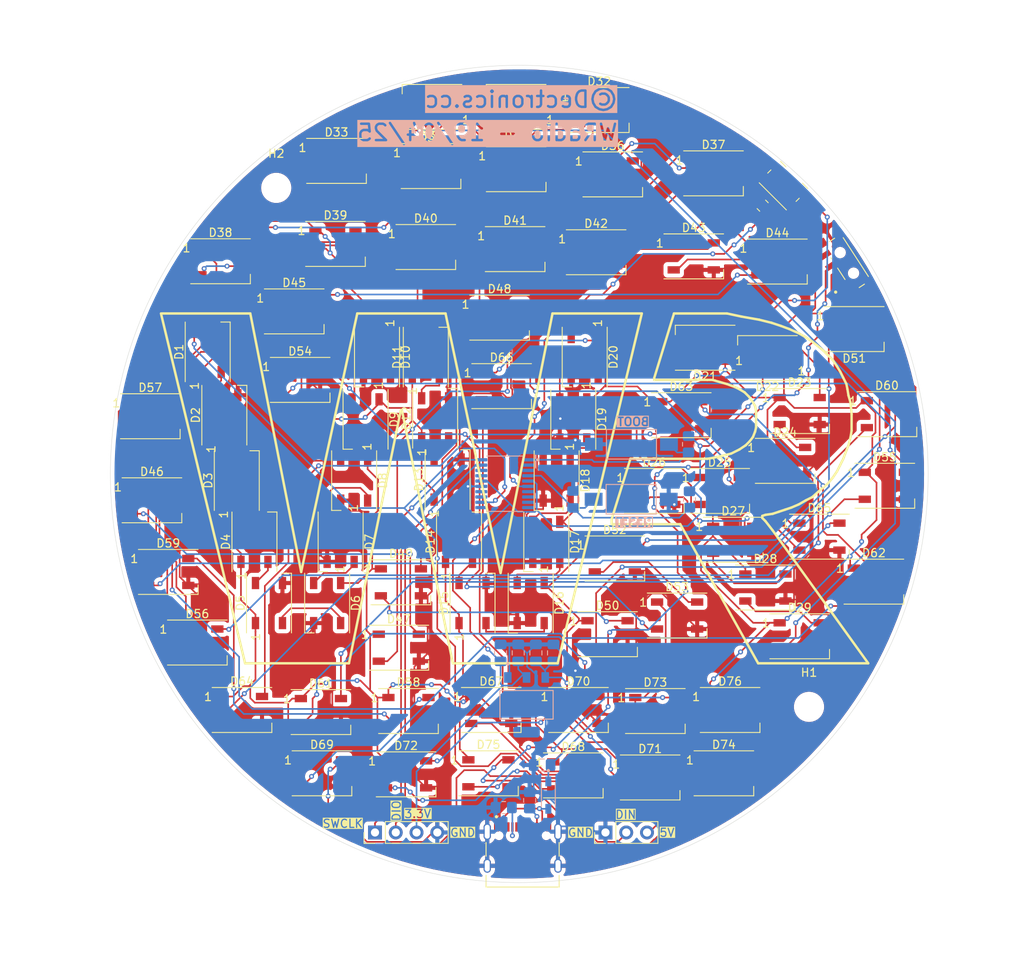
<source format=kicad_pcb>
(kicad_pcb (version 20240108) (generator "pcbnew") (generator_version "8.0")
  (layers (0 "F.Cu" signal) (31 "B.Cu" signal) (34 "B.Paste" user) (35 "F.Paste" user) (36 "B.SilkS" user "B.Silkscreen") (37 "F.SilkS" user "F.Silkscreen") (38 "B.Mask" user) (39 "F.Mask" user) (44 "Edge.Cuts" user))
  (net 0 "")
  (net 1 "+5V")
  (net 2 "+3.3V")
  (net 3 "GND")
  (net 4 "Net-(D1-DOUT)")
  (net 5 "Net-(D2-DOUT)")
  (net 6 "Net-(D3-DOUT)")
  (net 7 "Net-(D4-DOUT)")
  (net 8 "Net-(D5-DOUT)")
  (net 9 "Net-(D6-DOUT)")
  (net 10 "Net-(D7-DOUT)")
  (net 11 "Net-(D8-DOUT)")
  (net 12 "Net-(D10-DIN)")
  (net 13 "Net-(D10-DOUT)")
  (net 14 "Net-(D11-DOUT)")
  (net 15 "Net-(D12-DOUT)")
  (net 16 "Net-(D13-DOUT)")
  (net 17 "Net-(D14-DOUT)")
  (net 18 "Net-(D15-DOUT)")
  (net 19 "Net-(D16-DOUT)")
  (net 20 "Net-(D17-DOUT)")
  (net 21 "Net-(D18-DOUT)")
  (net 22 "Net-(D19-DOUT)")
  (net 23 "Net-(D20-DOUT)")
  (net 24 "Net-(D21-DOUT)")
  (net 25 "Net-(D22-DOUT)")
  (net 26 "Net-(D23-DOUT)")
  (net 27 "Net-(D24-DOUT)")
  (net 28 "Net-(D25-DOUT)")
  (net 29 "Net-(D26-DOUT)")
  (net 30 "Net-(D27-DOUT)")
  (net 31 "Net-(D28-DOUT)")
  (net 32 "Net-(D29-DOUT)")
  (net 33 "Net-(D30-DOUT)")
  (net 34 "Net-(D31-DOUT)")
  (net 35 "Net-(D32-DOUT)")
  (net 36 "Net-(D33-DOUT)")
  (net 37 "Net-(D34-DOUT)")
  (net 38 "Net-(D35-DOUT)")
  (net 39 "Net-(D36-DOUT)")
  (net 40 "Net-(D37-DOUT)")
  (net 41 "Net-(D38-DOUT)")
  (net 42 "Net-(D39-DOUT)")
  (net 43 "Net-(D40-DOUT)")
  (net 44 "Net-(D41-DOUT)")
  (net 45 "Net-(D42-DOUT)")
  (net 46 "Net-(D43-DOUT)")
  (net 48 "RESET")
  (net 55 "BOOT")
  (net 56 "DIN")
  (net 63 "Net-(J1-CC1)")
  (net 65 "Net-(D44-DOUT)")
  (net 66 "Net-(D45-DOUT)")
  (net 67 "Net-(D47-DOUT)")
  (net 68 "Net-(D49-DOUT)")
  (net 69 "Net-(D51-DOUT)")
  (net 70 "Net-(D53-DOUT)")
  (net 71 "Net-(D55-DOUT)")
  (net 72 "Net-(D57-DOUT)")
  (net 73 "Net-(D59-DOUT)")
  (net 74 "Net-(D61-DOUT)")
  (net 75 "Net-(D63-DOUT)")
  (net 76 "Net-(D65-DOUT)")
  (net 77 "Net-(D46-DOUT)")
  (net 78 "Net-(D67-DOUT)")
  (net 79 "Net-(D73-DOUT)")
  (net 80 "Net-(J1-CC2)")
  (net 84 "SWDIO")
  (net 85 "SWCLK")
  (net 86 "Net-(D48-DOUT)")
  (net 87 "Net-(D50-DOUT)")
  (net 88 "Net-(D52-DOUT)")
  (net 89 "Net-(D54-DOUT)")
  (net 90 "Net-(D56-DOUT)")
  (net 91 "Net-(D58-DOUT)")
  (net 92 "Net-(D60-DOUT)")
  (net 93 "Net-(D62-DOUT)")
  (net 94 "Net-(D64-DOUT)")
  (net 95 "Net-(D66-DOUT)")
  (net 96 "Net-(D68-DOUT)")
  (net 97 "Net-(D70-DOUT)")
  (net 98 "Net-(D71-DOUT)")
  (net 99 "Net-(D74-DOUT)")
  (net 100 "Net-(D69-DOUT)")
  (net 102 "Net-(D77-PadA)")
  (net 103 "Net-(D72-DOUT)")
  (net 104 "Net-(D75-DOUT)")
  (net 105 "BTN_1")
  (net 106 "5V_IN")
  (footprint "LED_SMD:LED_WS2812B_PLCC4_5.0x5.0mm_P3.2mm" (layer "F.Cu") (at 121.158 113.284)
    (property "Reference" "D49")
    (property "Value" "WS2812B")
  )
  (footprint "LED_SMD:LED_WS2812B_PLCC4_5.0x5.0mm_P3.2mm" (layer "F.Cu") (at 125.349 93.218 90)
    (property "Reference" "D12")
    (property "Value" "WS2812B")
  )
  (footprint "LED_SMD:LED_WS2812B_PLCC4_5.0x5.0mm_P3.2mm" (layer "F.Cu") (at 161.417 128.905)
    (property "Reference" "D76")
    (property "Value" "WS2812B")
  )
  (footprint "LED_SMD:LED_WS2812B_PLCC4_5.0x5.0mm_P3.2mm" (layer "F.Cu") (at 115.443 100.838 -90)
    (property "Reference" "D8")
    (property "Value" "WS2812B")
  )
  (footprint "LED_SMD:LED_WS2812B_PLCC4_5.0x5.0mm_P3.2mm" (layer "F.Cu") (at 160.147 102.108)
    (property "Reference" "D25")
    (property "Value" "WS2812B")
  )
  (footprint "LED_SMD:LED_WS2812B_PLCC4_5.0x5.0mm_P3.2mm" (layer "F.Cu") (at 124.206 85.725 90)
    (property "Reference" "D11")
    (property "Value" "WS2812B")
  )
  (footprint "LED_SMD:LED_WS2812B_PLCC4_5.0x5.0mm_P3.2mm" (layer "F.Cu") (at 155.448 92.837)
    (property "Reference" "D63")
    (property "Value" "WS2812B")
  )
  (footprint "LED_SMD:LED_WS2812B_PLCC4_5.0x5.0mm_P3.2mm" (layer "F.Cu") (at 103.251 108.331 90)
    (property "Reference" "D4")
    (property "Value" "WS2812B")
  )
  (footprint "LED_SMD:LED_WS2812B_PLCC4_5.0x5.0mm_P3.2mm" (layer "F.Cu") (at 176.6 82.3)
    (property "Reference" "D51")
    (property "Value" "WS2812B")
  )
  (footprint "LED_SMD:LED_WS2812B_PLCC4_5.0x5.0mm_P3.2mm" (layer "F.Cu") (at 101.092 100.838 90)
    (property "Reference" "D3")
    (property "Value" "WS2812B")
  )
  (footprint "LED_SMD:LED_WS2812B_PLCC4_5.0x5.0mm_P3.2mm" (layer "F.Cu") (at 165.735 113.919)
    (property "Reference" "D28")
    (property "Value" "WS2812B")
  )
  (footprint "LED_SMD:LED_WS2812B_PLCC4_5.0x5.0mm_P3.2mm" (layer "F.Cu") (at 101.727 128.905)
    (property "Reference" "D64")
    (property "Value" "WS2812B")
  )
  (footprint "LED_SMD:LED_WS2812B_PLCC4_5.0x5.0mm_P3.2mm" (layer "F.Cu") (at 180.34 101.473)
    (property "Reference" "D55")
    (property "Value" "WS2812B")
  )
  (footprint "LED_SMD:LED_WS2812B_PLCC4_5.0x5.0mm_P3.2mm" (layer "F.Cu") (at 129.921 115.824 90)
    (property "Reference" "D15")
    (property "Value" "WS2812B")
  )
  (footprint "LED_SMD:LED_WS2812B_PLCC4_5.0x5.0mm_P3.2mm" (layer "F.Cu") (at 138.938 108.331 -90)
    (property "Reference" "D17")
    (property "Value" "WS2812B")
  )
  (footprint "LED_SMD:LED_WS2812B_PLCC4_5.0x5.0mm_P3.2mm" (layer "F.Cu") (at 112.141 115.824 -90)
    (property "Reference" "D6")
    (property "Value" "WS2812B")
  )
  (footprint "LED_SMD:LED_WS2812B_PLCC4_5.0x5.0mm_P3.2mm" (layer "F.Cu") (at 179 113.2)
    (property "Reference" "D62")
    (property "Value" "WS2812B")
  )
  (footprint "LED_SMD:LED_WS2812B_PLCC4_5.0x5.0mm_P3.2mm" (layer "F.Cu") (at 159.385 63.246)
    (property "Reference" "D37")
    (property "Value" "WS2812B")
  )
  (footprint "LED_SMD:LED_WS2812B_PLCC4_5.0x5.0mm_P3.2mm" (layer "F.Cu") (at 168.148 98.425)
    (property "Reference" "D24")
    (property "Value" "WS2812B")
  )
  (footprint "LED_SMD:LED_WS2812B_PLCC4_5.0x5.0mm_P3.2mm" (layer "F.Cu") (at 142.24 136.906)
    (property "Reference" "D68")
    (property "Value" "WS2812B")
  )
  (footprint "LED_SMD:LED_WS2812B_PLCC4_5.0x5.0mm_P3.2mm" (layer "F.Cu") (at 121.793 136.779)
    (property "Reference" "D72")
    (property "Value" "WS2812B")
  )
  (footprint "LED_SMD:LED_WS2812B_PLCC4_5.0x5.0mm_P3.2mm" (layer "F.Cu") (at 142.875 128.905)
    (property "Reference" "D70")
    (property "Value" "WS2812B")
  )
  (footprint "LED_SMD:LED_WS2812B_PLCC4_5.0x5.0mm_P3.2mm" (layer "F.Cu") (at 180.594 92.71)
    (property "Reference" "D60")
    (property "Value" "WS2812B")
  )
  (footprint "LED_SMD:LED_WS2812B_PLCC4_5.0x5.0mm_P3.2mm" (layer "F.Cu") (at 105.029 115.824 90)
    (property "Reference" "D5")
    (property "Value" "WS2812B")
  )
  (footprint "Button_Switch_SMD:Panasonic_EVQPUJ_EVQPUA" (layer "F.Cu") (at 167.946447 64.753553 -45)
    (property "Reference" "SW3" (hide yes))
    (property "Value" "SW_Push")
  )
  (footprint "LED_SMD:LED_WS2812B_PLCC4_5.0x5.0mm_P3.2mm" (layer "F.Cu") (at 118.237 85.725 -90)
    (property "Reference" "D10")
    (property "Value" "WS2812B")
  )
  (footprint "LED_SMD:LED_WS2812B_PLCC4_5.0x5.0mm_P3.2mm" (layer "F.Cu") (at 140.208 100.838 -90)
    (property "Reference" "D18")
    (property "Value" "WS2812B")
  )
  (footprint "LED_SMD:LED_WS2812B_PLCC4_5.0x5.0mm_P3.2mm" (layer "F.Cu") (at 143.637 85.725 -90)
    (property "Reference" "D20")
    (property "Value" "WS2812B")
  )
  (footprint "LED_SMD:LED_WS2812B_PLCC4_5.0x5.0mm_P3.2mm" (layer "F.Cu") (at 158.369 84.582 180)
    (property "Reference" "D21")
    (property "Value" "WS2812B")
  )
  (footprint "LED_SMD:LED_WS2812B_PLCC4_5.0x5.0mm_P3.2mm" (layer "F.Cu") (at 156.972 73.406)
    (property "Reference" "D43")
    (property "Value" "WS2812B")
  )
  (footprint "LED_SMD:LED_WS2812B_PLCC4_5.0x5.0mm_P3.2mm" (layer "F.Cu") (at 167.2 74.041)
    (property "Reference" "D44")
    (property "Value" "WS2812B")
  )
  (footprint "MountingHole:MountingHole_3.2mm_M3" (layer "F.Cu") (at 171.069 128.524)
    (property "Reference" "H1")
    (property "Value" "MountingHole")
  )
  (footprint "LED_SMD:LED_WS2812B_PLCC4_5.0x5.0mm_P3.2mm" (layer "F.Cu") (at 90.715 103.25)
    (property "Reference" "D46")
    (property "Value" "WS2812B")
  )
  (footprint "LED_SMD:LED_WS2812B_PLCC4_5.0x5.0mm_P3.2mm" (layer "F.Cu") (at 135.128 72.517)
    (property "Reference" "D41")
    (property "Value" "WS2812B")
  )
  (footprint "LED_SMD:LED_WS2812B_PLCC4_5.0x5.0mm_P3.2mm" (layer "F.Cu") (at 169.926 119.888)
    (property "Reference" "D29")
    (property "Value" "WS2812B")
  )
  (footprint "TYPE-C-31-M-12 (1):HRO_TYPE-C-31-M-12" (layer "F.Cu") (at 136.045 147.9665)
    (property "Reference" "J1" (hide yes))
    (property "Value" "TYPE-C-31-M-12")
  )
  (footprint "LED_SMD:LED_WS2812B_PLCC4_5.0x5.0mm_P3.2mm" (layer "F.Cu") (at 161.798 108.077)
    (property "Reference" "D27")
    (property "Value" "WS2812B")
  )
  (footprint "LED_SMD:LED_WS2812B_PLCC4_5.0x5.0mm_P3.2mm" (layer "F.Cu") (at 113.792 108.331 -90)
    (property "Reference" "D7")
    (property "Value" "WS2812B")
  )
  (footprint "Connector_PinHeader_2.54mm:PinHeader_1x04_P2.54mm_Vertical" (layer "F.Cu") (at 117.993 143.891 90)
    (property "Reference" "J2" (hide yes))
    (property "Value" "Conn_01x04_Pin")
  )
  (footprint "LED_SMD:LED_WS2812B_PLCC4_5.0x5.0mm_P3.2mm" (layer "F.Cu") (at 169.926 92.329)
    (property "Reference" "D23")
    (property "Value" "WS2812B")
  )
  (footprint "LED_SMD:LED_WS2812B_PLCC4_5.0x5.0mm_P3.2mm" (layer "F.Cu") (at 147.32 110.363)
    (property "Reference" "D52")
    (property "Value" "WS2812B")
  )
  (footprint "LED_SMD:LED_WS2812B_PLCC4_5.0x5.0mm_P3.2mm" (layer "F.Cu") (at 124.206 72.263)
    (property "Reference" "D40")
    (property "Value" "WS2812B")
  )
  (footprint "LED_SMD:LED_WS2812B_PLCC4_5.0x5.0mm_P3.2mm" (layer "F.Cu") (at 108.114 80.138)
    (property "Reference" "D45")
    (property "Value" "WS2812B")
  )
  (footprint "LED_SMD:LED_WS2812B_PLCC4_5.0x5.0mm_P3.2mm" (layer "F.Cu") (at 113.157 71.882)
    (property "Reference" "D39")
    (property "Value" "WS2812B")
  )
  (footprint "switch-Horizontal:SW_SSSS811101" (layer "F.Cu") (at 175.7 74.2 123)
    (property "Reference" "S1" (hide yes))
    (property "Value" "SSSS811101")
  )
  (footprint "LED_SMD:LED_WS2812B_PLCC4_5.0x5.0mm_P3.2mm" (layer "F.Cu") (at 165.989 85.852 180)
    (property "Reference" "D22")
    (property "Value" "WS2812B")
  )
  (footprint "LED_SMD:LED_WS2812B_PLCC4_5.0x5.0mm_P3.2mm" (layer "F.Cu") (at 154.94 117.348)
    (property "Reference" "D53")
    (property "Value" "WS2812B")
  )
  (footprint "LED_SMD:LED_WS2812B_PLCC4_5.0x5.0mm_P3.2mm" (layer "F.Cu") (at 124.841 62.357)
    (property "Reference" "D34")
    (property "Value" "WS2812B")
  )
  (footprint "LED_SMD:LED_WS2812B_PLCC4_5.0x5.0mm_P3.2mm" (layer "F.Cu") (at 151.638 137.16)
    (property "Reference" "D71")
    (property "Value" "WS2812B")
  )
  (footprint "LED_SMD:LED_WS2812B_PLCC4_5.0x5.0mm_P3.2mm" (layer "F.Cu") (at 97.536 85.09 90)
    (property "Reference" "D1")
    (property "Value" "WS2812B")
  )
  (footprint "LED_SMD:LED_WS2812B_PLCC4_5.0x5.0mm_P3.2mm" (layer "F.Cu") (at 152.146 102.108)
    (property "Reference" "D26")
    (property "Value" "WS2812B")
  )
  (footprint "LED_SMD:LED_WS2812B_PLCC4_5.0x5.0mm_P3.2mm" (layer "F.Cu") (at 99.1 74)
    (property "Reference" "D38")
    (property "Value" "WS2812B")
  )
  (footprint "LED_SMD:LED_WS2812B_PLCC4_5.0x5.0mm_P3.2mm" (layer "F.Cu") (at 124.968 55.118 180)
    (property "Reference" "D30")
    (property "Value" "WS2812B")
  )
  (footprint "LED_SMD:LED_WS2812B_PLCC4_5.0x5.0mm_P3.2mm" (layer "F.Cu") (at 92.71 112.014)
    (property "Reference" "D59")
    (property "Value" "WS2812B")
  )
  (footprint "LED_SMD:LED_WS2812B_PLCC4_5.0x5.0mm_P3.2mm" (layer "F.Cu") (at 135.255 55.118 180)
    (property "Reference" "D31")
    (property "Value" "WS2812B")
  )
  (footprint "LED_SMD:LED_WS2812B_PLCC4_5.0x5.0mm_P3.2mm" (layer "F.Cu") (at 128.27 108.331 90)
    (property "Reference" "D14")
    (property "Value" "WS2812B")
  )
  (footprint "LED_SMD:LED_WS2812B_PLCC4_5.0x5.0mm_P3.2mm" (layer "F.Cu") (at 145.415 55.499)
    (property "Reference" "D32")
    (property "Value" "WS2812B")
  )
  (footprint "MountingHole:MountingHole_3.2mm_M3" (layer "F.Cu") (at 105.918 65.024)
    (property "Reference" "H2")
    (property "Value" "MountingHole")
  )
  (footprint "LED_SMD:LED_WS2812B_PLCC4_5.0x5.0mm_P3.2mm" (layer "F.Cu") (at 122.084 129.033)
    (property "Reference" "D58")
    (property "Value" "WS2812B")
  )
  (footprint "LED_SMD:LED_WS2812B_PLCC4_5.0x5.0mm_P3.2mm" (layer "F.Cu") (at 152.273 129.032)
    (property "Reference" "D73")
    (property "Value" "WS2812B")
  )
  (footprint "LED_SMD:LED_WS2812B_PLCC4_5.0x5.0mm_P3.2mm" (layer "F.Cu") (at 132.207 128.905)
    (property "Reference" "D67")
    (property "Value" "WS2812B")
  )
  (footprint "Resistor_SMD:R_0805_2012Metric_Pad1.20x1.40mm_HandSolder" (layer "F.Cu") (at 165.4 67.2 135)
    (property "Reference" "R5" (hide yes))
    (property "Value" "10kΩ")
  )
  (footprint "LED_SMD:LED_WS2812B_PLCC4_5.0x5.0mm_P3.2mm" (layer "F.Cu") (at 120.904 121.285)
    (property "Reference" "D47")
    (property "Value" "WS2812B")
  )
  (footprint "LED_SMD:LED_WS2812B_PLCC4_5.0x5.0mm_P3.2mm" (layer "F.Cu") (at 111.506 136.652)
    (property "Reference" "D69")
    (property "Value" "WS2812B")
  )
  (footprint "LED_SMD:LED_WS2812B_PLCC4_5.0x5.0mm_P3.2mm" (layer "F.Cu") (at 145.034 72.898)
    (property "Reference" "D42")
    (property "Value" "WS2812B")
  )
  (footprint "LED_SMD:LED_WS2812B_PLCC4_5.0x5.0mm_P3.2mm" (layer "F.Cu") (at 146.431 119.634)
    (property "Reference" "D50")
    (property "Value" "WS2812B")
  )
  (footprint "LED_SMD:LED_WS2812B_PLCC4_5.0x5.0mm_P3.2mm" (layer "F.Cu") (at 111.379 129.159)
    (property "Reference" "D61")
    (property "Value" "WS2812B")
  )
  (footprint "LED_SMD:LED_WS2812B_PLCC4_5.0x5.0mm_P3.2mm" (layer "F.Cu") (at 131.863 136.651)
    (property "Reference" "D75")
    (property "Value" "WS2812B")
  )
  (footprint "LED_SMD:LED_WS2812B_PLCC4_5.0x5.0mm_P3.2mm" (layer "F.Cu") (at 172.339 107.696)
    (property "Reference" "D65")
    (property "Value" "WS2812B")
  )
  (footprint "LED_SMD:LED_WS2812B_PLCC4_5.0x5.0mm_P3.2mm" (layer "F.Cu") (at 126.873 100.711 90)
    (property "Reference" "D13")
    (property "Value" "WS2812B")
  )
  (footprint "LED_SMD:LED_WS2812B_PLCC4_5.0x5.0mm_P3.2mm" (layer "F.Cu") (at 160.655 136.652)
    (property "Reference" "D74")
    (property "Value" "WS2812B")
  )
  (footprint "LED_SMD:LED_WS2812B_PLCC4_5.0x5.0mm_P3.2mm" (layer "F.Cu") (at 113.284 61.722)
    (property "Reference" "D33")
    (property "Value" "WS2812B")
  )
  (footprint "Connector_PinHeader_2.54mm:PinHeader_1x03_P2.54mm_Vertical" (layer "F.Cu") (at 146.177 143.891 90)
    (property "Reference" "J3" (hide yes))
    (property "Value" "Conn_01x03_Pin")
  )
  (footprint "LED_SMD:LED_WS2812B_PLCC4_5.0x5.0mm_P3.2mm" (layer "F.Cu") (at 142.24 93.345 -90)
    (property "Reference" "D19")
    (property "Value" "WS2812B")
  )
  (footprint "LED_SMD:LED_WS2812B_PLCC4_5.0x5.0mm_P3.2mm" (layer "F.Cu") (at 99.568 92.837 90)
    (property "Reference" "D2")
    (property "Value" "WS2812B")
  )
  (footprint "LED_SMD:LED_WS2812B_PLCC4_5.0x5.0mm_P3.2mm" (layer "F.Cu") (at 108.839 88.519)
    (property "Reference" "D54")
    (property "Value" "WS2812B")
  )
  (footprint "LED_SMD:LED_WS2812B_PLCC4_5.0x5.0mm_P3.2mm" (layer "F.Cu") (at 135.255 62.738)
    (property "Reference" "D35")
    (property "Value" "WS2812B")
  )
  (footprint "LED_SMD:LED_WS2812B_PLCC4_5.0x5.0mm_P3.2mm" (layer "F.Cu") (at 133.223 80.899)
    (property "Reference" "D48")
    (property "Value" "WS2812B")
  )
  (footprint "LED_SMD:LED_WS2812B_PLCC4_5.0x5.0mm_P3.2mm" (layer "F.Cu") (at 96.266 120.65)
    (property "Reference" "D56")
    (property "Value" "WS2812B")
  )
  (footprint "LED_SMD:LED_WS2812B_PLCC4_5.0x5.0mm_P3.2mm" (layer "F.Cu") (at 137.033 115.824 -90)
    (property "Reference" "D16")
    (property "Value" "WS2812B")
  )
  (footprint "LED_SMD:LED_WS2812B_PLCC4_5.0x5.0mm_P3.2mm" (layer "F.Cu") (at 133.477 89.281)
    (property "Reference" "D66")
    (property "Value" "WS2812B")
  )
  (footprint "LED_SMD:LED_WS2812B_PLCC4_5.0x5.0mm_P3.2mm" (layer "F.Cu") (at 90.514 92.964)
    (property "Reference" "D57")
    (property "Value" "WS2812B")
  )
  (footprint "LED_SMD:LED_WS2812B_PLCC4_5.0x5.0mm_P3.2mm" (layer "F.Cu") (at 116.84 93.345 -90)
    (property "Reference" "D9")
    (property "Value" "WS2812B")
  )
  (footprint "LED_SMD:LED_WS2812B_PLCC4_5.0x5.0mm_P3.2mm" (layer "F.Cu") (at 147.066 63.373)
    (property "Reference" "D36")
    (property "Value" "WS2812B")
  )
  (footprint "Capacitor_SMD:C_0805_2012Metric_Pad1.18x1.45mm_HandSolder" (layer "B.Cu") (at 137.668 121.92 90)
    (property "Reference" "C1" (hide yes))
    (property "Value" "10uF")
  )
  (footprint "Capacitor_SMD:C_0805_2012Metric_Pad1.18x1.45mm_HandSolder" (layer "B.Cu") (at 133.35 121.92 90)
    (property "Reference" "C4" (hide yes))
    (property "Value" "0.1uF")
  )
  (footprint "Capacitor_SMD:C_0805_2012Metric_Pad1.18x1.45mm_HandSolder" (layer "B.Cu") (at 142.2285 103.145 90)
    (property "Reference" "C5" (hide yes))
    (property "Value" "0.1uF")
  )
  (footprint "Capacitor_SMD:C_0805_2012Metric_Pad1.18x1.45mm_HandSolder" (layer "B.Cu") (at 139.827 121.92 90)
    (property "Reference" "C2" (hide yes))
    (property "Value" "0.1uF")
  )
  (footprint "AMS1117-3.3:SOT229P700X180-4N" (layer "B.Cu") (at 136.525 128.27 -90)
    (property "Reference" "U2" (hide yes))
    (property "Value" "AMS1117-3.3")
  )
  (footprint "Button_Switch_SMD:SW_SPST_FSMSM" (layer "B.Cu") (at 149.3185 103.124 180)
    (property "Reference" "SW1" (hide yes))
    (property "Value" "SW_Push")
  )
  (footprint "Capacitor_SMD:C_0805_2012Metric_Pad1.18x1.45mm_HandSolder" (layer "B.Cu") (at 138.43 135.636 180)
    (property "Reference" "C7" (hide yes))
    (property "Value" "10uF")
  )
  (footprint "Button_Switch_SMD:SW_SPST_FSMSM" (layer "B.Cu") (at 149.352 96.393)
    (property "Reference" "SW2" (hide yes))
    (property "Value" "SW_Push")
  )
  (footprint "Resistor_SMD:R_0805_2012Metric_Pad1.20x1.40mm_HandSolder" (layer "B.Cu") (at 156.337 96.393 -90)
    (property "Reference" "R2" (hide yes))
    (property "Value" "10kΩ")
  )
  (footprint "Package_SO:TSSOP-20_4.4x6.5mm_P0.65mm" (layer "B.Cu") (at 133.858 101.219 180)
    (property "Reference" "U1" (hide yes))
    (property "Value" "STM32F030F4Px")
  )
  (footprint "Capacitor_SMD:C_0805_2012Metric_Pad1.18x1.45mm_HandSolder" (layer "B.Cu") (at 135.509 121.92 90)
    (property "Reference" "C3" (hide yes))
    (property "Value" "10uF")
  )
  (footprint "1N5819HW-7-F:SOD3715X145N" (layer "B.Cu") (at 139.192 139.319 -90)
    (property "Reference" "D77" (hide yes))
    (property "Value" "1N5819HW-7-F")
  )
  (footprint "Resistor_SMD:R_0805_2012Metric_Pad1.20x1.40mm_HandSolder" (layer "B.Cu") (at 136.906 139.954 90)
    (property "Reference" "R4" (hide yes))
    (property "Value" "5.1k")
  )
  (footprint "Resistor_SMD:R_0805_2012Metric_Pad1.20x1.40mm_HandSolder" (layer "B.Cu") (at 156.4525 103.145 -90)
    (property "Reference" "R1" (hide yes))
    (property "Value" "10kΩ")
  )
  (footprint "Resistor_SMD:R_0805_2012Metric_Pad1.20x1.40mm_HandSolder" (layer "B.Cu") (at 133.731 140.843 180)
    (property "Reference" "R3" (hide yes))
    (property "Value" "5.1k")
  )
  (gr_line (start 162.56 97.028) (end 163.322 96.52) (stroke (width 0.3)) (layer "F.SilkS"))
  (gr_line (start 169.799 103.759) (end 168.91 104.14) (stroke (width 0.3)) (layer "F.SilkS"))
  (gr_line (start 175.26 98.171) (end 174.879 98.933) (stroke (width 0.3)) (layer "F.SilkS"))
  (gr_line (start 115.824 80.391) (end 126.619 80.391) (stroke (width 0.3)) (layer "F.SilkS"))
  (gr_line (start 171.45 102.87) (end 170.688 103.251) (stroke (width 0.3)) (layer "F.SilkS"))
  (gr_line (start 91.948 80.391) (end 102.743 80.391) (stroke (width 0.3)) (layer "F.SilkS"))
  (gr_line (start 139.7 80.391) (end 150.622 80.391) (stroke (width 0.3)) (layer "F.SilkS"))
  (gr_line (start 155.321 106.172) (end 146.939 106.172) (stroke (width 0.3)) (layer "F.SilkS"))
  (gr_line (start 168.656 82.296) (end 169.799 82.804) (stroke (width 0.3)) (layer "F.SilkS"))
  (gr_line (start 175.26 88.265) (end 175.641 89.027) (stroke (width 0.3)) (layer "F.SilkS"))
  (gr_line (start 91.821 80.391) (end 91.948 80.391) (stroke (width 0.1)) (layer "F.SilkS"))
  (gr_line (start 102.108 123.19) (end 91.821 80.391) (stroke (width 0.3)) (layer "F.SilkS"))
  (gr_line (start 175.895 96.52) (end 175.641 97.155) (stroke (width 0.3)) (layer "F.SilkS"))
  (gr_line (start 176.276 92.71) (end 176.276 94.742) (stroke (width 0.3)) (layer "F.SilkS"))
  (gr_line (start 164.592 94.361) (end 164.592 92.329) (stroke (width 0.3)) (layer "F.SilkS"))
  (gr_line (start 161.036 80.391) (end 162.814 80.772) (stroke (width 0.3)) (layer "F.SilkS"))
  (gr_line (start 172.847 84.963) (end 173.482 85.598) (stroke (width 0.3)) (layer "F.SilkS"))
  (gr_line (start 161.036 89.027) (end 160.147 88.773) (stroke (width 0.3)) (layer "F.SilkS"))
  (gr_line (start 162.56 89.662) (end 162.052 89.408) (stroke (width 0.3)) (layer "F.SilkS"))
  (gr_line (start 163.195 90.043) (end 162.56 89.662) (stroke (width 0.3)) (layer "F.SilkS"))
  (gr_line (start 164.973 81.153) (end 166.497 81.534) (stroke (width 0.3)) (layer "F.SilkS"))
  (gr_line (start 121.158 92.202) (end 114.808 123.19) (stroke (width 0.3)) (layer "F.SilkS"))
  (gr_line (start 165.735 105.791) (end 166.624 106.934) (stroke (width 0.3)) (layer "F.SilkS"))
  (gr_line (start 173.355 101.219) (end 172.593 101.854) (stroke (width 0.3)) (layer "F.SilkS"))
  (gr_line (start 163.83 96.012) (end 164.211 95.504) (stroke (width 0.3)) (layer "F.SilkS"))
  (gr_line (start 164.211 95.504) (end 164.464995 94.868998) (stroke (width 0.3)) (layer "F.SilkS"))
  (gr_line (start 162.052 89.408) (end 161.036 89.027) (stroke (width 0.3)) (layer "F.SilkS"))
  (gr_line (start 166.624 104.902) (end 165.735 105.029) (stroke (width 0.3)) (layer "F.SilkS"))
  (gr_line (start 172.593 101.854) (end 171.45 102.87) (stroke (width 0.3)) (layer "F.SilkS"))
  (gr_line (start 161.544 97.536) (end 162.56 97.028) (stroke (width 0.3)) (layer "F.SilkS"))
  (gr_line (start 170.688 103.251) (end 169.799 103.759) (stroke (width 0.3)) (layer "F.SilkS"))
  (gr_line (start 172.085 84.328) (end 172.846995 84.963006) (stroke (width 0.3)) (layer "F.SilkS"))
  (gr_line (start 165.354 105.156) (end 165.354 105.41) (stroke (width 0.3)) (layer "F.SilkS"))
  (gr_line (start 174.879 98.933) (end 174.498 99.695) (stroke (width 0.3)) (layer "F.SilkS"))
  (gr_line (start 175.895 90.424) (end 176.148994 91.313002) (stroke (width 0.3)) (layer "F.SilkS"))
  (gr_line (start 165.735 105.029) (end 165.354 105.156) (stroke (width 0.3)) (layer "F.SilkS"))
  (gr_line (start 102.743 80.391) (end 108.966 112.014) (stroke (width 0.3)) (layer "F.SilkS"))
  (gr_line (start 173.482 85.598) (end 173.99 86.106) (stroke (width 0.3)) (layer "F.SilkS"))
  (gr_line (start 165.354 105.41) (end 165.735 105.791) (stroke (width 0.3)) (layer "F.SilkS"))
  (gr_line (start 176.276 94.742) (end 176.149 95.504) (stroke (width 0.3)) (layer "F.SilkS"))
  (gr_line (start 133.35 112.141) (end 139.7 80.391) (stroke (width 0.3)) (layer "F.SilkS"))
  (gr_line (start 167.386 104.648) (end 166.624 104.902) (stroke (width 0.3)) (layer "F.SilkS"))
  (gr_line (start 158.623 88.519) (end 152.146 88.519) (stroke (width 0.3)) (layer "F.SilkS"))
  (gr_line (start 175.641 89.027) (end 175.768 89.662) (stroke (width 0.3)) (layer "F.SilkS"))
  (gr_line (start 159.258 88.519) (end 158.623 88.519) (stroke (width 0.3)) (layer "F.SilkS"))
  (gr_line (start 163.322 96.52) (end 163.83 96.012) (stroke (width 0.3)) (layer "F.SilkS"))
  (gr_line (start 146.939 106.172) (end 146.939 105.537) (stroke (width 0.3)) (layer "F.SilkS"))
  (gr_line (start 160.528 97.79) (end 161.544 97.536) (stroke (width 0.3)) (layer "F.SilkS"))
  (gr_line (start 160.147 88.773) (end 159.258 88.519) (stroke (width 0.3)) (layer "F.SilkS"))
  (gr_line (start 150.622 80.391) (end 140.335 123.19) (stroke (width 0.3)) (layer "F.SilkS"))
  (gr_line (start 164.592 92.329) (end 164.465 91.694) (stroke (width 0.3)) (layer "F.SilkS"))
  (gr_line (start 170.688 83.312) (end 171.45 83.82) (stroke (width 0.3)) (layer "F.SilkS"))
  (gr_line (start 126.619 80.391) (end 133.349731 112.141058) (stroke (width 0.3)) (layer "F.SilkS"))
  (gr_line (start 164.465 94.869) (end 164.592 94.361) (stroke (width 0.3)) (layer "F.SilkS"))
  (gr_line (start 140.335 123.19) (end 127.508 123.19) (stroke (width 0.3)) (layer "F.SilkS"))
  (gr_line (start 175.641 97.155) (end 175.26 98.171) (stroke (width 0.3)) (layer "F.SilkS"))
  (gr_line (start 146.939 105.537) (end 149.224941 98.170982) (stroke (width 0.3)) (layer "F.SilkS"))
  (gr_line (start 175.768 89.662) (end 175.895 90.424) (stroke (width 0.3)) (layer "F.SilkS"))
  (gr_line (start 152.146 88.519) (end 152.146 88.265) (stroke (width 0.3)) (layer "F.SilkS"))
  (gr_line (start 167.64 81.915) (end 168.656 82.296) (stroke (width 0.3)) (layer "F.SilkS"))
  (gr_line (start 121.285 92.202) (end 121.158 92.202) (stroke (width 0.1)) (layer "F.SilkS"))
  (gr_line (start 166.497 81.534) (end 167.64 81.915) (stroke (width 0.3)) (layer "F.SilkS"))
  (gr_line (start 174.498 99.695) (end 173.99 100.457) (stroke (width 0.3)) (layer "F.SilkS"))
  (gr_line (start 164.084 91.059) (end 163.703 90.551) (stroke (width 0.3)) (layer "F.SilkS"))
  (gr_line (start 159.385 98.044) (end 160.528 97.79) (stroke (width 0.3)) (layer "F.SilkS"))
  (gr_line (start 127.508 123.19) (end 121.285 92.202) (stroke (width 0.3)) (layer "F.SilkS"))
  (gr_line (start 158.623 98.171) (end 159.385 98.044) (stroke (width 0.3)) (layer "F.SilkS"))
  (gr_line (start 163.703 90.551) (end 163.195 90.043) (stroke (width 0.3)) (layer "F.SilkS"))
  (gr_line (start 149.225 98.171) (end 158.623 98.171) (stroke (width 0.3)) (layer "F.SilkS"))
  (gr_line (start 162.814 80.772) (end 164.973 81.153) (stroke (width 0.3)) (layer "F.SilkS"))
  (gr_line (start 154.559 80.391) (end 161.036 80.391) (stroke (width 0.3)) (layer "F.SilkS"))
  (gr_line (start 166.624 106.934) (end 178.308 123.19) (stroke (width 0.3)) (layer "F.SilkS"))
  (gr_line (start 152.146 88.265) (end 154.559 80.391) (stroke (width 0.3)) (layer "F.SilkS"))
  (gr_line (start 176.149 95.504) (end 175.895 96.52) (stroke (width 0.3)) (layer "F.SilkS"))
  (gr_line (start 164.465 91.694) (end 164.084 91.059) (stroke (width 0.3)) (layer "F.SilkS"))
  (gr_line (start 168.148 104.394) (end 167.386 104.648) (stroke (width 0.3)) (layer "F.SilkS"))
  (gr_line (start 174.879 87.503) (end 175.26 88.265) (stroke (width 0.3)) (layer "F.SilkS"))
  (gr_line (start 169.799 82.804) (end 170.688 83.312) (stroke (width 0.3)) (layer "F.SilkS"))
  (gr_line (start 174.498 86.868) (end 174.879 87.503) (stroke (width 0.3)) (layer "F.SilkS"))
  (gr_line (start 164.846 123.19) (end 155.321 106.172) (stroke (width 0.3)) (layer "F.SilkS"))
  (gr_line (start 171.45 83.82) (end 172.085 84.328) (stroke (width 0.3)) (layer "F.SilkS"))
  (gr_line (start 168.91 104.14) (end 168.148 104.394) (stroke (width 0.3)) (layer "F.SilkS"))
  (gr_line (start 173.99 100.457) (end 173.354994 101.218995) (stroke (width 0.3)) (layer "F.SilkS"))
  (gr_line (start 178.308 123.19) (end 164.846 123.19) (stroke (width 0.3)) (layer "F.SilkS"))
  (gr_line (start 176.149 91.313) (end 176.27599 92.710001) (stroke (width 0.3)) (layer "F.SilkS"))
  (gr_line (start 114.808 123.19) (end 102.108 123.19) (stroke (width 0.3)) (layer "F.SilkS"))
  (gr_line (start 108.966 112.014) (end 115.824 80.391) (stroke (width 0.3)) (layer "F.SilkS"))
  (gr_line (start 173.99 86.106) (end 174.498 86.868) (stroke (width 0.3)) (layer "F.SilkS"))
  (gr_circle (center 135.636 100.025) (end 185.636 100.025) (stroke (width 0.05)) (fill none) (layer "Edge.Cuts"))
  (gr_text "RESET" (at 152.146 106.553 0) (layer "B.SilkS" knockout) (effects (font (size 1 1) (thickness 0.2) (bold yes)) (justify left bottom mirror)))
  (gr_text "©Dectronics.cc" (at 147.828 55.372 0) (layer "B.SilkS" knockout) (effects (font (size 2 2) (thickness 0.3)) (justify left bottom mirror)))
  (gr_text "BOOT" (at 151.638 94.234 0) (layer "B.SilkS" knockout) (effects (font (size 1 1) (thickness 0.2) (bold yes)) (justify left bottom mirror)))
  (gr_text "WRadio - 19/04/25" (at 147.828 59.436 0) (layer "B.SilkS" knockout) (effects (font (size 2 2) (thickness 0.3)) (justify left bottom mirror)))
  (gr_text "GND" (at 141.5 144.5 0) (layer "F.SilkS" knockout) (effects (font (size 1 1)) (justify left bottom)))
  (gr_text "DIO" (at 121.2 142.6 90) (layer "F.SilkS" knockout) (effects (font (size 1 1)) (justify left bottom)))
  (gr_text "3.3V" (at 121.5 142.2 0) (layer "F.SilkS" knockout) (effects (font (size 1 1)) (justify left bottom)))
  (gr_text "5V" (at 152.7 144.5 0) (layer "F.SilkS" knockout) (effects (font (size 1 1)) (justify left bottom)))
  (gr_text "GND" (at 127.1 144.5 0) (layer "F.SilkS" knockout) (effects (font (size 1 1)) (justify left bottom)))
  (gr_text "DIN" (at 147.3 142.3 0) (layer "F.SilkS" knockout) (effects (font (size 1 1)) (justify left bottom)))
  (gr_text "SWCLK" (at 111.5 143.4 0) (layer "F.SilkS" knockout) (effects (font (size 1 1)) (justify left bottom)))
  (segment (start 114.0585 76.3948) (end 109.6451 76.3948) (width 0.2) (layer "F.Cu") (net 1))
  (segment (start 108.8089 76.3948) (end 106.7157 78.488) (width 0.2) (layer "F.Cu") (net 1))
  (segment (start 162.7 121.8) (end 166.262 118.238) (width 0.2) (layer "F.Cu") (net 1))
  (segment (start 146.0387 89.3245) (end 150.0838 89.3245) (width 0.2) (layer "F.Cu") (net 1))
  (segment (start 166.7497 103.9584) (end 168.8373 106.046) (width 0.2) (layer "F.Cu") (net 1))
  (segment (start 96.2017 87.8557) (end 98.2054 85.852) (width 0.2) (layer "F.Cu") (net 1))
  (segment (start 160.819 87.286) (end 164.212 90.679) (width 0.2) (layer "F.Cu") (net 1))
  (segment (start 121.756 70.613) (end 120.2414 70.613) (width 0.2) (layer "F.Cu") (net 1))
  (segment (start 155.6484 136.5069) (end 155.1617 136.5069) (width 0.2) (layer "F.Cu") (net 1))
  (segment (start 128.271 118.274) (end 128.271 117.2223) (width 0.2) (layer "F.Cu") (net 1))
  (segment (start 130.773 76.4469) (end 130.773 79.249) (width 0.2) (layer "F.Cu") (net 1))
  (segment (start 154.522 71.756) (end 153.9962 71.756) (width 0.2) (layer "F.Cu") (net 1))
  (segment (start 116.968 119.2007) (end 116.968 112.3223) (width 0.2) (layer "F.Cu") (net 1))
  (segment (start 118.364 104.521) (end 118.364 100.7107) (width 0.2) (layer "F.Cu") (net 1))
  (segment (start 166.878 86.4668) (end 167.9132 87.502) (width 0.2) (layer "F.Cu") (net 1))
  (segment (start 117.6563 109.147) (end 117.6563 111.634) (width 0.2) (layer "F.Cu") (net 1))
  (segment (start 155.3873 99.2) (end 152.0057 99.2) (width 0.2) (layer "F.Cu") (net 1))
  (segment (start 129.6628 72.8305) (end 131.6263 70.867) (width 0.2) (layer "F.Cu") (net 1))
  (segment (start 155.575 136.5069) (end 155.575 138.739614) (width 0.2) (layer "F.Cu") (net 1))
  (segment (start 86.6509 101.0376) (end 86.6509 92.3831) (width 0.2) (layer "F.Cu") (net 1))
  (segment (start 155.2 62.6) (end 155.931 62.6) (width 0.2) (layer "F.Cu") (net 1))
  (segment (start 132.1161 128.5624) (end 130.8087 127.255) (width 0.2) (layer "F.Cu") (net 1))
  (segment (start 149.607 135.51) (end 150.6039 136.5069) (width 0.2) (layer "F.Cu") (net 1))
  (segment (start 143.511 53.849) (end 142.965 53.849) (width 0.2) (layer "F.Cu") (net 1))
  (segment (start 138.683 113.8998) (end 139.1206 113.8998) (width 0.2) (layer "F.Cu") (net 1))
  (segment (start 107.3796 134.3773) (end 108.0043 135.002) (width 0.2) (layer "F.Cu") (net 1))
  (segment (start 178.8101 98.9029) (end 177.89 99.823) (width 0.2) (layer "F.Cu") (net 1))
  (segment (start 159.3116 106.427) (end 159.3116 107.6226) (width 0.2) (layer "F.Cu") (net 1))
  (segment (start 137.6643 128.5624) (end 132.1161 128.5624) (width 0.2) (layer "F.Cu") (net 1))
  (segment (start 106.389 86.869) (end 108.169 86.869) (width 0.2) (layer "F.Cu") (net 1))
  (segment (start 144.3874 71.9997) (end 143.6357 71.248) (width 0.2) (layer "F.Cu") (net 1))
  (segment (start 137.6077 56.768) (end 133.2877 61.088) (width 0.2) (layer "F.Cu") (net 1))
  (segment (start 179.1957 92.5367) (end 179.1957 94.976) (width 0.2) (layer "F.Cu") (net 1))
  (segment (start 157.697 100.458) (end 156.6453 100.458) (width 0.2) (layer "F.Cu") (net 1))
  (segment (start 101.601 110.2551) (end 101.601 110.781) (width 0.2) (layer "F.Cu") (net 1))
  (segment (start 144.526 131.572) (end 146.304 131.572) (width 0.2) (layer "F.Cu") (net 1))
  (segment (start 171.069 71.12) (end 171.831 71.882) (width 0.2) (layer "F.Cu") (net 1))
  (segment (start 92.7643 122.9082) (end 97.1111 127.255) (width 0.2) (layer "F.Cu") (net 1))
  (segment (start 102.7748 125.7903) (end 103.379 125.1861) (width 0.2) (layer "F.Cu") (net 1))
  (segment (start 109 87.7) (end 109 91) (width 0.2) (layer "F.Cu") (net 1))
  (segment (start 157.1533 135.002) (end 155.6484 136.5069) (width 0.2) (layer "F.Cu") (net 1))
  (segment (start 153.5417 124.8158) (end 155.4761 124.8158) (width 0.2) (layer "F.Cu") (net 1))
  (segment (start 149.823 127.382) (end 150.8747 127.382) (width 0.2) (layer "F.Cu") (net 1))
  (segment (start 117.4023 126.494) (end 116.2083 125.3) (width 0.2) (layer "F.Cu") (net 1))
  (segment (start 149.823 128.053) (end 149.823 127.382) (width 0.2) (layer "F.Cu") (net 1))
  (segment (start 141.4767 119.4366) (end 141.4767 125.6) (width 0.2) (layer "F.Cu") (net 1))
  (segment (start 136.8841 73.1966) (end 139.5837 73.1966) (width 0.2) (layer "F.Cu") (net 1))
  (segment (start 152.998 91.187) (end 154.113 91.187) (width 0.2) (layer "F.Cu") (net 1))
  (segment (start 144.616 61.723) (end 147.277 61.723) (width 0.2) (layer "F.Cu") (net 1))
  (segment (start 132.805 61.088) (end 133.2877 61.088) (width 0.2) (layer "F.Cu") (net 1))
  (segment (start 109 91) (end 111.3 93.3) (width 0.2) (layer "F.Cu") (net 1))
  (segment (start 151.511 143.891) (end 151.257 143.891) (width 0.2) (layer "F.Cu") (net 1))
  (segment (start 99.442 103.288) (end 99.442 102.2363) (width 0.2) (layer "F.Cu") (net 1))
  (segment (start 122.391 60.707) (end 122.9169 60.707) (width 0.2) (layer "F.Cu") (net 1))
  (segment (start 152.998 91.187) (end 151.9463 91.187) (width 0.2) (layer "F.Cu") (net 1))
  (segment (start 155.4761 124.8158) (end 157.9153 127.255) (width 0.2) (layer "F.Cu") (net 1))
  (segment (start 134.8869 75.1938) (end 136.8841 73.1966) (width 0.2) (layer "F.Cu") (net 1))
  (segment (start 142.9293 117.7085) (end 142.9293 117.984) (width 0.2) (layer "F.Cu") (net 1))
  (segment (start 168.439 87.502) (end 167.9132 87.502) (width 0.2) (layer "F.Cu") (net 1))
  (segment (start 107.3796 128.0067) (end 103.2948 128.0067) (width 0.2) (layer "F.Cu") (net 1))
  (segment (start 117.4023 119.635) (end 117.4023 126.494) (width 0.2) (layer "F.Cu") (net 1))
  (segment (start 123.1965 74.9235) (end 125.311 72.809) (width 0.2) (layer "F.Cu") (net 1))
  (segment (start 165.989 92.166) (end 165.989 97.028) (width 0.2) (layer "F.Cu") (net 1))
  (segment (start 101.601 110.781) (end 101.601 115.4443) (width 0.2) (layer "F.Cu") (net 1))
  (segment (start 98.6 77.9088) (end 98.6 74.3) (width 0.2) (layer "F.Cu") (net 1))
  (segment (start 126 125.8) (end 126.8 126.6) (width 0.2) (layer "F.Cu") (net 1))
  (segment (start 157.9867 69.4438) (end 161.1911 69.4438) (width 0.2) (layer "F.Cu") (net 1))
  (segment (start 87.72 88.7888) (end 98.6 77.9088) (width 0.2) (layer "F.Cu") (net 1))
  (segment (start 167.476 90.679) (end 165.989 92.166) (width 0.2) (layer "F.Cu") (net 1))
  (segment (start 171.831 79.7102) (end 171.1492 80.392) (width 0.2) (layer "F.Cu") (net 1))
  (segment (start 90.26 110.364) (end 91.3117 110.364) (width 0.2) (layer "F.Cu") (net 1))
  (segment (start 173.2562 80.392) (end 171.1492 80.392) (width 0.2) (layer "F.Cu") (net 1))
  (segment (start 109.6553 69.0841) (end 110.707 70.1358) (width 0.2) (layer "F.Cu") (net 1))
  (segment (start 150.6039 136.5069) (end 155.1617 136.5069) (width 0.2) (layer "F.Cu") (net 1))
  (segment (start 125.311 72.809) (end 129.6413 72.809) (width 0.2) (layer "F.Cu") (net 1))
  (segment (start 166.7497 97.7887) (end 166.7497 103.9584) (width 0.2) (layer "F.Cu") (net 1))
  (segment (start 97.1111 127.255) (end 99.277 127.255) (width 0.2) (layer "F.Cu") (net 1))
  (segment (start 87.84 101.6) (end 87.2133 101.6) (width 0.2) (layer "F.Cu") (net 1))
  (segment (start 160.819 86.232) (end 160.819 87.286) (width 0.2) (layer "F.Cu") (net 1))
  (segment (start 164.212 90.679) (end 166.4243 90.679) (width 0.2) (layer "F.Cu") (net 1))
  (segment (start 123.699 100.5853) (end 123.699 96.7197) (width 0.2) (layer "F.Cu") (net 1))
  (segment (start 131.2989 79.249) (end 132.2595 80.2096) (width 0.2) (layer "F.Cu") (net 1))
  (segment (start 141.4767 125.6) (end 141.4767 127.255) (width 0.2) (layer "F.Cu") (net 1))
  (segment (start 97.918 94.2353) (end 96.2017 92.519) (width 0.2) (layer "F.Cu") (net 1))
  (segment (start 119.5417 91.9467) (end 122.556 91.9467) (width 0.2) (layer "F.Cu") (net 1))
  (segment (start 101.9035 125.984) (end 102.5811 125.984) (width 0.2) (layer "F.Cu") (net 1))
  (segment (start 98.4159 69.0841) (end 109.6553 69.0841) (width 0.2) (layer "F.Cu") (net 1))
  (segment (start 141.9133 53.849) (end 138.9943 56.768) (width 0.2) (layer "F.Cu") (net 1))
  (segment (start 149.987 93.1463) (end 151.9463 91.187) (width 0.2) (layer "F.Cu") (net 1))
  (segment (start 122.556 91.9467) (end 122.556 93.4733) (width 0.2) (layer "F.Cu") (net 1))
  (segment (start 128.271 117.2223) (end 126.62 115.5713) (width 0.2) (layer "F.Cu") (net 1))
  (segment (start 103.379 118.274) (end 103.379 117.2223) (width 0.2) (layer "F.Cu") (net 1))
  (segment (start 95.886 87.54) (end 96.2017 87.8557) (width 0.2) (layer "F.Cu") (net 1))
  (segment (start 118.2913 127.383) (end 118.5823 127.383) (width 0.2) (layer "F.Cu") (net 1))
  (segment (start 153.9962 71.756) (end 153.9962 71.9997) (width 0.2) (layer "F.Cu") (net 1))
  (segment (start 129.6413 72.809) (end 129.9727 73.1404) (width 0.2) (layer "F.Cu") (net 1))
  (segment (start 144.616 61.723) (end 144.616 54.954) (width 0.2) (layer "F.Cu") (net 1))
  (segment (start 122.556 89.2267) (end 122.556 91.9467) (width 0.2) (layer "F.Cu") (net 1))
  (segment (start 140.8417 133.6897) (end 140.8417 134.2043) (width 0.2) (layer "F.Cu") (net 1))
  (segment (start 108.8089 73.0551) (end 108.8089 76.3948) (width 0.2) (layer "F.Cu") (net 1))
  (segment (start 129.413 135.001) (end 129.413 134.747) (width 0.2) (layer "F.Cu") (net 1))
  (segment (start 115.442 105.881) (end 115.442 106.9327) (width 0.2) (layer "F.Cu") (net 1))
  (segment (start 169.2711 91.948) (end 176.831 91.948) (width 0.2) (layer "F.Cu") (net 1))
  (segment (start 159.3116 101.5467) (end 159.3116 106.427) (width 0.2) (layer "F.Cu") (net 1))
  (segment (start 154.522 71.756) (end 155.5737 71.756) (width 0.2) (layer "F.Cu") (net 1))
  (segment (start 118.49 90.895) (end 119.5417 91.9467) (width 0.2) (layer "F.Cu") (net 1))
  (segment (start 177.5 108.3) (end 177.5 107.452) (width 0.2) (layer "F.Cu") (net 1))
  (segment (start 171.1492 80.392) (end 169.671 80.392) (width 0.2) (layer "F.Cu") (net 1))
  (segment (start 165.989 97.028) (end 166.7497 97.7887) (width 0.2) (layer "F.Cu") (net 1))
  (segment (start 119.343 135.129) (end 118.2913 134.0773) (width 0.2) (layer "F.Cu") (net 1))
  (segment (start 155.575 138.739614) (end 155.5729 138.741714) (width 0.2) (layer "F.Cu") (net 1))
  (segment (start 125.223 103.161) (end 125.223 102.1093) (width 0.2) (layer "F.Cu") (net 1))
  (segment (start 159.348 106.427) (end 159.3116 106.427) (width 0.2) (layer "F.Cu") (net 1))
  (segment (start 142.9293 117.984) (end 141.4767 119.4366) (width 0.2) (layer "F.Cu") (net 1))
  (segment (start 110.738 125.7) (end 108.929 127.509) (width 0.2) (layer "F.Cu") (net 1))
  (segment (start 132.2595 80.2096) (end 132.2595 87.4502) (width 0.2) (layer "F.Cu") (net 1))
  (segment (start 158.967 125.533) (end 159.4 125.1) (width 0.2) (layer "F.Cu") (net 1))
  (segment (start 140.425 127.255) (end 141.4767 127.255) (width 0.2) (layer "F.Cu") (net 1))
  (segment (start 111.9861 72.4588) (end 109.4052 72.4588) (width 0.2) (layer "F.Cu") (net 1))
  (segment (start 129.413 134.747) (end 128.3613 133.6953) (width 0.2) (layer "F.Cu") (net 1))
  (segment (start 118.49 91.41) (end 118.49 90.895) (width 0.2) (layer "F.Cu") (net 1))
  (segment (start 149.987 97.5473) (end 149.987 93.1463) (width 0.2) (layer "F.Cu") (net 1))
  (segment (start 177.5 107.452) (end 177.763 107.189) (width 0.2) (layer "F.Cu") (net 1))
  (segment (start 158.967 127.255) (end 157.9153 127.255) (width 0.2) (layer "F.Cu") (net 1))
  (segment (start 140.9847 105.8794) (end 140.9831 105.881) (width 0.2) (layer "F.Cu") (net 1))
  (segment (start 131.027 87.631) (end 132.0787 87.631) (width 0.2) (layer "F.Cu") (net 1))
  (segment (start 113.811 74.2837) (end 112.5114 72.9841) (width 0.2) (layer "F.Cu") (net 1))
  (segment (start 109.4052 72.4588) (end 108.8089 73.0551) (width 0.2) (layer "F.Cu") (net 1))
  (segment (start 105.372 85.852) (end 106.389 86.869) (width 0.2) (layer "F.Cu") (net 1))
  (segment (start 99.442 102.2363) (end 97.918 100.7123) (width 0.2) (layer "F.Cu") (net 1))
  (segment (start 115.442 105.881) (end 117.004 105.881) (width 0.2) (layer "F.Cu") (net 1))
  (segment (start 131.027 87.631) (end 132.769 87.631) (width 0.2) (layer "F.Cu") (net 1))
  (segment (start 155.1617 136.5069) (end 155.575 136.5069) (width 0.2) (layer "F.Cu") (net 1))
  (segment (start 168.8373 106.046) (end 169.889 106.046) (width 0.2) (layer "F.Cu") (net 1))
  (segment (start 112.5114 72.9841) (end 111.9861 72.4588) (width 0.2) (layer "F.Cu") (net 1))
  (segment (start 87.84 101.6) (end 90.2731 104.0331) (width 0.2) (layer "F.Cu") (net 1))
  (segment (start 132.0261 75.1938) (end 130.773 76.4469) (width 0.2) (layer "F.Cu") (net 1))
  (segment (start 157.697 100.458) (end 158.2229 100.458) (width 0.2) (layer "F.Cu") (net 1))
  (segment (start 103.379 125.1861) (end 103.379 119.3257) (width 0.2) (layer "F.Cu") (net 1))
  (segment (start 176.1 110.1) (end 176.1 111.1) (width 0.2) (layer "F.Cu") (net 1))
  (segment (start 103.2948 128.0067) (end 102.743 127.4549) (width 0.2) (layer "F.Cu") (net 1))
  (segment (start 155.5729 139.8291) (end 151.511 143.891) (width 0.2) (layer "F.Cu") (net 1))
  (segment (start 130.773 79.249) (end 131.2989 79.249) (width 0.2) (layer "F.Cu") (net 1))
  (segment (start 167.476 118.238) (end 167.862 118.238) (width 0.2) (layer "F.Cu") (net 1))
  (segment (start 119.887 83.275) (end 119.887 82.2233) (width 0.2) (layer "F.Cu") (net 1))
  (segment (start 101.601 115.4443) (end 103.379 117.2223) (width 0.2) (layer "F.Cu") (net 1))
  (segment (start 105.664 78.488) (end 106.7157 78.488) (width 0.2) (layer "F.Cu") (net 1))
  (segment (start 97.918 95.287) (end 97.918 94.2353) (width 0.2) (layer "F.Cu") (net 1))
  (segment (start 122.556 93.4733) (end 123.699 94.6163) (width 0.2) (layer "F.Cu") (net 1))
  (segment (start 179.1957 94.976) (end 178.8101 95.3616) (width 0.2) (layer "F.Cu") (net 1))
  (segment (start 140.6637 133.6897) (end 140.8417 133.6897) (width 0.2) (layer "F.Cu") (net 1))
  (segment (start 98.2054 85.852) (end 105.372 85.852) (width 0.2) (layer "F.Cu") (net 1))
  (segment (start 122.556 88.6008) (end 122.556 89.2267) (width 0.2) (layer "F.Cu") (net 1))
  (segment (start 120.8839 58.674) (end 112.232 58.674) (width 0.2) (layer "F.Cu") (net 1))
  (segment (start 110.707 70.1358) (end 110.707 70.232) (width 0.2) (layer "F.Cu") (net 1))
  (segment (start 146.177 89.1862) (end 146.177 85.2167) (width 0.2) (layer "F.Cu") (net 1))
  (segment (start 177.799 107.189) (end 177.763 107.189) (width 0.2) (layer "F.Cu") (net 1))
  (segment (start 119.634 126.366) (end 120.2 125.8) (width 0.2) (layer "F.Cu") (net 1))
  (segment (start 178.144 91.06) (end 177.719 91.06) (width 0.2) (layer "F.Cu") (net 1))
  (segment (start 123.699 95.668) (end 123.699 94.6163) (width 0.2) (layer "F.Cu") (net 1))
  (segment (start 141.4767 127.255) (end 141.4767 128.5227) (width 0.2) (layer "F.Cu") (net 1))
  (segment (start 151.75285 99.31315) (end 149.987 97.5473) (width 0.2) (layer "F.Cu") (net 1))
  (segment (start 96.65 72.35) (end 96.65 70.85) (width 0.2) (layer "F.Cu") (net 1))
  (segment (start 90.2731 110.3509) (end 90.26 110.364) (width 0.2) (layer "F.Cu") (net 1))
  (segment (start 110.834 60.072) (end 111.259 60.072) (width 0.2) (layer "F.Cu") (net 1))
  (segment (start 165.19 72.391) (end 166.2417 72.391) (width 0.2) (layer "F.Cu") (net 1))
  (segment (start 168.002 87.5908) (end 167.9132 87.502) (width 0.2) (layer "F.Cu") (net 1))
  (segment (start 143.89 90.895) (end 144.4682 90.895) (width 0.2) (layer "F.Cu") (net 1))
  (segment (start 153.4409 124.8158) (end 153.5417 124.8158) (width 0.2) (layer "F.Cu") (net 1))
  (segment (start 165.19 72.391) (end 164.1383 72.391) (width 0.2) (layer "F.Cu") (net 1))
  (segment (start 132.2595 87.4502) (end 132.0787 87.631) (width 0.2) (layer "F.Cu") (net 1))
  (segment (start 93.816 119) (end 92.7658 119) (width 0.2) (layer "F.Cu") (net 1))
  (segment (start 109.6451 76.3948) (end 108.8089 76.3948) (width 0.2) (layer "F.Cu") (net 1))
  (segment (start 156.935 61.596) (end 157.9867 61.596) (width 0.2) (layer "F.Cu") (net 1))
  (segment (start 178.055 99.823) (end 179.324 101.092) (width 0.2) (layer "F.Cu") (net 1))
  (segment (start 87.72 91.314) (end 87.72 88.7888) (width 0.2) (layer "F.Cu") (net 1))
  (segment (start 111.1544 70.232) (end 111.8984 70.976) (width 0.2) (layer "F.Cu") (net 1))
  (segment (start 119.887 82.2233) (end 114.0585 76.3948) (width 0.2) (layer "F.Cu") (net 1))
  (segment (start 123.3077 86.3716) (end 122.556 87.1233) (width 0.2) (layer "F.Cu") (net 1))
  (segment (start 139.3733 127.255) (end 138.0659 128.5624) (width 0.2) (layer "F.Cu") (net 1))
  (segment (start 157.8859 69.4438) (end 157.9867 69.4438) (width 0.2) (layer "F.Cu") (net 1))
  (segment (start 142.8763 100.458) (end 142.8763 103.9878) (width 0.2) (layer "F.Cu") (net 1))
  (segment (start 174.207 80.392) (end 173.2562 80.392) (width 0.2) (layer "F.Cu") (net 1))
  (segment (start 144.87 108.713) (end 143.8183 108.713) (width 0.2) (layer "F.Cu") (net 1))
  (segment (start 111.9 125.7) (end 110.738 125.7) (width 0.2) (layer "F.Cu") (net 1))
  (segment (start 158.205 135.002) (end 157.1533 135.002) (width 0.2) (layer "F.Cu") (net 1))
  (segment (start 117.093 99.4397) (end 117.093 98.388) (width 0.2) (layer "F.Cu") (net 1))
  (segment (start 138.9943 56.768) (end 137.705 56.768) (width 0.2) (layer "F.Cu") (net 1))
  (segment (start 149.696 100.458) (end 142.8763 100.458) (width 0.2) (layer "F.Cu") (net 1))
  (segment (start 168.0019 90.679) (end 168.002 90.6789) (width 0.2) (layer "F.Cu") (net 1))
  (segment (start 153.5417 116.7497) (end 153.5417 124.8158) (width 0.2) (layer "F.Cu") (net 1))
  (segment (start 142.8763 100.458) (end 141.858 99.4397) (width 0.2) (layer "F.Cu") (net 1))
  (segment (start 179.324 101.092) (end 179.324 105.664) (width 0.2) (layer "F.Cu") (net 1))
  (segment (start 142.584 71.248) (end 141.5323 71.248) (width 0.2) (layer "F.Cu") (net 1))
  (segment (start 119.887 82.2233) (end 123.1965 82.2233) (width 0.2) (layer "F.Cu") (net 1))
  (segment (start 167.476 90.679) (end 168.0019 90.679) (width 0.2) (layer "F.Cu") (net 1))
  (segment (start 133.2877 61.088) (end 128.9677 56.768) (width 0.2) (layer "F.Cu") (net 1))
  (segment (start 92.7658 119) (end 92.5919 118.8261) (width 0.2) (layer "F.Cu") (net 1))
  (segment (start 167.862 118.238) (end 168.4 117.7) (width 0.2) (layer "F.Cu") (net 1))
  (segment (start 129.757 127.255) (end 130.8087 127.255) (width 0.2) (layer "F.Cu") (net 1))
  (segment (start 129.757 127.255) (end 128.8062 127.255) (width 0.2) (layer "F.Cu") (net 1))
  (segment (start 142.8763 103.9878) (end 140.9847 105.8794) (width 0.2) (layer "F.Cu") (net 1))
  (segment (start 167.476 90.679) (end 166.4243 90.679) (width 0.2) (layer "F.Cu") (net 1))
  (segment (start 155.5737 71.756) (end 157.8859 69.4438) (width 0.2) (layer "F.Cu") (net 1))
  (segment (start 137.705 56.768) (end 137.6077 56.768) (width 0.2) (layer "F.Cu") (net 1))
  (segment (start 129.9727 73.1404) (end 129.6628 72.8305) (width 0.2) (layer "F.Cu") (net 1))
  (segment (start 150.7477 100.458) (end 149.696 100.458) (width 0.2) (layer "F.Cu") (net 1))
  (segment (start 115.9163 113.374) (end 116.968 112.3223) (width 0.2) (layer "F.Cu") (net 1))
  (segment (start 157.861 111.8536) (end 164.2454 118.238) (width 0.2) (layer "F.Cu") (net 1))
  (segment (start 158.967 127.255) (end 158.967 125.533) (width 0.2) (layer "F.Cu") (net 1))
  (segment (start 163.285 111.596) (end 163.285 112.269) (width 0.2) (layer "F.Cu") (net 1))
  (segment (start 175.607764 76.841089) (end 174.207 78.241853) (width 0.2) (layer "F.Cu") (net 1))
  (segment (start 107.3796 128.0067) (end 107.3796 134.3773) (width 0.2) (layer "F.Cu") (net 1))
  (segment (start 153.9962 71.9997) (end 144.3874 71.9997) (width 0.2) (layer "F.Cu") (net 1))
  (segment (start 108.929 127.509) (end 107.8773 127.509) (width 0.2) (layer "F.Cu") (net 1))
  (segment (start 128.8 127.9) (end 129.112 127.9) (width 0.2) (layer "F.Cu") (net 1))
  (segment (start 90.2731 104.0331) (end 90.2731 110.3509) (width 0.2) (layer "F.Cu") (net 1))
  (segment (start 119.634 127.383) (end 119.634 126.366) (width 0.2) (layer "F.Cu") (net 1))
  (segment (start 116.8 93.1) (end 118.49 91.41) (width 0.2) (layer "F.Cu") (net 1))
  (segment (start 144.4682 90.895) (end 146.0387 89.3245) (width 0.2) (layer "F.Cu") (net 1))
  (segment (start 159.3116 107.6226) (end 163.285 111.596) (width 0.2) (layer "F.Cu") (net 1))
  (segment (start 102.5811 125.984) (end 102.7748 125.7903) (width 0.2) (layer "F.Cu") (net 1))
  (segment (start 143.981 117.984) (end 142.9293 117.984) (width 0.2) (layer "F.Cu") (net 1))
  (segment (start 158.2229 100.458) (end 158.7487 100.458) (width 0.2) (layer "F.Cu") (net 1))
  (segment (start 146.177 85.2167) (end 145.287 84.3267) (width 0.2) (layer "F.Cu") (net 1))
  (segment (start 103.379 118.274) (end 103.379 119.3257) (width 0.2) (layer "F.Cu") (net 1))
  (segment (start 118.708 111.634) (end 117.6563 111.634) (width 0.2) (layer "F.Cu") (net 1))
  (segment (start 128.3613 127.6502) (end 128.7565 127.255) (width 0.2) (layer "F.Cu") (net 1))
  (segment (start 123.1965 82.2233) (end 123.3077 82.3345) (width 0.2) (layer "F.Cu") (net 1))
  (segment (start 101.601 109.7293) (end 99.442 107.5703) (width 0.2) (layer "F.Cu") (net 1))
  (segment (start 86.6509 92.3831) (end 87.72 91.314) (width 0.2) (layer "F.Cu") (net 1))
  (segment (start 87.2133 101.6) (end 86.6509 101.0376) (width 0.2) (layer "F.Cu") (net 1))
  (segment (start 92.7658 119) (end 92.7643 119.0015) (width 0.2) (layer "F.Cu") (net 1))
  (segment (start 132.0261 75.1938) (end 134.8869 75.1938) (width 0.2) (layer "F.Cu") (net 1))
  (segment (start 96.65 70.85) (end 98.4159 69.0841) (width 0.2) (layer "F.Cu") (net 1))
  (segment (start 156.6453 100.458) (end 155.3873 99.2) (width 0.2) (layer "F.Cu") (net 1))
  (segment (start 155.5729 138.741714) (end 155.5729 139.8291) (width 0.2) (layer "F.Cu") (net 1))
  (segment (start 167.5127 71.12) (end 171.069 71.12) (width 0.2) (layer "F.Cu") (net 1))
  (segment (start 146.316 133.6897) (end 148.1363 135.51) (width 0.2) (layer "F.Cu") (net 1))
  (segment (start 110.707 70.232) (end 111.1544 70.232) (width 0.2) (layer "F.Cu") (net 1))
  (segment (start 162.4317 96.775) (end 158.7487 100.458) (width 0.2) (layer "F.Cu") (net 1))
  (segment (start 149.188 135.51) (end 148.1363 135.51) (width 0.2) (layer "F.Cu") (net 1))
  (segment (start 118.454 119.635) (end 117.4023 119.635) (width 0.2) (layer "F.Cu") (net 1))
  (segment (start 168.002 90.6789) (end 168.002 87.5908) (width 0.2) (layer "F.Cu") (net 1))
  (segment (start 117.004 105.881) (end 118.364 104.521) (width 0.2) (layer "F.Cu") (net 1))
  (segment (start 179.324 105.664) (end 177.799 107.189) (width 0.2) (layer "F.Cu") (net 1))
  (segment (start 137.6643 128.5624) (end 137.6643 130.6903) (width 0.2) (layer "F.Cu") (net 1))
  (segment (start 161.1911 69.4438) (end 164.1383 72.391) (width 0.2) (layer "F.Cu") (net 1))
  (segment (start 139.1206 113.8998) (end 143.8183 109.2021) (width 0.2) (layer "F.Cu") (net 1))
  (segment (start 150.0838 89.3245) (end 151.9463 91.187) (width 0.2) (layer "F.Cu") (net 1))
  (segment (start 158.2229 100.458) (end 159.3116 101.5467) (width 0.2) (layer "F.Cu") (net 1))
  (segment (start 119.634 127.383) (end 118.5823 127.383) (width 0.2) (layer "F.Cu") (net 1))
  (segment (start 113.791 113.374) (end 115.9163 113.374) (width 0.2) (layer "F.Cu") (net 1))
  (segment (start 116.968 112.3223) (end 117.6563 111.634) (width 0.2) (layer "F.Cu") (net 1))
  (segment (start 102.743 127.4549) (end 102.743 125.8221) (width 0.2) (layer "F.Cu") (net 1))
  (segment (start 171.831 71.882) (end 171.831 79.7102) (width 0.2) (layer "F.Cu") (net 1))
  (segment (start 128.8062 127.255) (end 128.7565 127.255) (width 0.2) (layer "F.Cu") (net 1))
  (segment (start 98.6 74.3) (end 96.65 72.35) (width 0.2) (layer "F.Cu") (net 1))
  (segment (start 146.0387 89.3245) (end 146.177 89.1862) (width 0.2) (layer "F.Cu") (net 1))
  (segment (start 166.262 118.238) (end 167.476 118.238) (width 0.2) (layer "F.Cu") (net 1))
  (segment (start 177.719 91.06) (end 179.1957 92.5367) (width 0.2) (layer "F.Cu") (net 1))
  (segment (start 116.2083 125.3) (end 115.8 125.3) (width 0.2) (layer "F.Cu") (net 1))
  (segment (start 122.556 93.4733) (end 122.556 93.529) (width 0.2) (layer "F.Cu") (net 1))
  (segment (start 108.169 86.869) (end 109 87.7) (width 0.2) (layer "F.Cu") (net 1))
  (segment (start 118.2913 134.0773) (end 118.2913 127.383) (width 0.2) (layer "F.Cu") (net 1))
  (segment (start 92.5919 111.6442) (end 91.3117 110.364) (width 0.2) (layer "F.Cu") (net 1))
  (segment (start 117.4023 126.494) (end 118.2913 127.383) (width 0.2) (layer "F.Cu") (net 1))
  (segment (start 123.3077 82.3345) (end 123.3077 86.3716) (width 0.2) (layer "F.Cu") (net 1))
  (segment (start 96.2017 92.519) (end 96.2017 87.8557) (width 0.2) (layer "F.Cu") (net 1))
  (segment (start 99.277 127.255) (end 100.6325 127.255) (width 0.2) (layer "F.Cu") (net 1))
  (segment (start 129.9727 73.1404) (end 132.0261 75.1938) (width 0.2) (layer "F.Cu") (net 1))
  (segment (start 176.831 91.948) (end 177.719 91.06) (width 0.2) (layer "F.Cu") (net 1))
  (segment (start 112 125.6) (end 111.9 125.7) (width 0.2) (layer "F.Cu") (net 1))
  (segment (start 126.8559 56.768) (end 122.9169 60.707) (width 0.2) (layer "F.Cu") (net 1))
  (segment (start 178.8101 95.3616) (end 178.8101 98.9029) (width 0.2) (layer "F.Cu") (net 1))
  (segment (start 129.112 127.9) (end 129.757 127.255) (width 0.2) (layer "F.Cu") (net 1))
  (segment (start 154.113 91.187) (end 157.3 88) (width 0.2) (layer "F.Cu") (net 1))
  (segment (start 143.6357 71.248) (end 142.584 71.248) (width 0.2) (layer "F.Cu") (net 1))
  (segment (start 92.5919 118.8261) (end 92.5919 111.6442) (width 0.2) (layer "F.Cu") (net 1))
  (segment (start 142.965 53.849) (end 141.9133 53.849) (width 0.2) (layer "F.Cu") (net 1))
  (segment (start 122.556 88.175) (end 122.556 87.1233) (width 0.2) (layer "F.Cu") (net 1))
  (segment (start 166.2417 72.391) (end 167.5127 71.12) (width 0.2) (layer "F.Cu") (net 1))
  (segment (start 140.9847 105.8794) (end 143.8183 108.713) (width 0.2) (layer "F.Cu") (net 1))
  (segment (start 124.9 125.8) (end 126 125.8) (width 0.2) (layer "F.Cu") (net 1))
  (segment (start 140.9831 105.881) (end 140.588 105.881) (width 0.2) (layer "F.Cu") (net 1))
  (segment (start 140.425 127.255) (end 139.3733 127.255) (width 0.2) (layer "F.Cu") (net 1))
  (segment (start 155.931 62.6) (end 156.935 61.596) (width 0.2) (layer "F.Cu") (net 1))
  (segment (start 132.769 87.631) (end 133.2 87.2) (width 0.2) (layer "F.Cu") (net 1))
  (segment (start 144.616 54.954) (end 143.511 53.849) (width 0.2) (layer "F.Cu") (net 1))
  (segment (start 140.8417 134.2043) (end 139.79 135.256) (width 0.2) (layer "F.Cu") (net 1))
  (segment (start 122.556 93.529) (end 117.697 98.388) (width 0.2) (layer "F.Cu") (net 1))
  (segment (start 157.9867 69.4438) (end 157.9867 61.596) (width 0.2) (layer "F.Cu") (net 1))
  (segment (start 101.601 110.2551) (end 101.601 109.7293) (width 0.2) (layer "F.Cu") (net 1))
  (segment (start 109.056 135.002) (end 108.0043 135.002) (width 0.2) (layer "F.Cu") (net 1))
  (segment (start 147.277 61.723) (end 149.4 59.6) (width 0.2) (layer "F.Cu") (net 1))
  (segment (start 176.1 111.1) (end 176.55 111.55) (width 0.2) (layer "F.Cu") (net 1))
  (segment (start 123.699 95.668) (end 123.699 96.7197) (width 0.2) (layer "F.Cu") (net 1))
  (segment (start 117.697 98.388) (end 117.093 98.388) (width 0.2) (layer "F.Cu") (net 1))
  (segment (start 111.259 60.072) (end 109.6553 61.6757) (width 0.2) (layer "F.Cu") (net 1))
  (segment (start 127.418 56.768) (end 126.8559 56.768) (width 0.2) (layer "F.Cu") (net 1))
  (segment (start 149.188 135.51) (end 149.607 135.51) (width 0.2) (layer "F.Cu") (net 1))
  (segment (start 144.862 83.7) (end 145.287 83.275) (width 0.2) (layer "F.Cu") (net 1))
  (segment (start 99.442 103.288) (end 99.442 104.3397) (width 0.2) (layer "F.Cu") (net 1))
  (segment (start 137.6643 130.6903) (end 140.6637 133.6897) (width 0.2) (layer "F.Cu") (net 1))
  (segment (start 131.6263 70.867) (end 132.678 70.867) (width 0.2) (layer "F.Cu") (net 1))
  (segment (start 115.442 106.9327) (end 117.6563 109.147) (width 0.2) (layer "F.Cu") (net 1))
  (segment (start 177.89 99.823) (end 178.055 99.823) (width 0.2) (layer "F.Cu") (net 1))
  (segment (start 111.3 93.3) (end 113.9 93.3) (width 0.2) (layer "F.Cu") (net 1))
  (segment (start 166.878 83.185) (end 166.878 86.4668) (width 0.2) (layer "F.Cu") (net 1))
  (segment (start 164.2454 118.238) (end 167.476 118.238) (width 0.2) (layer "F.Cu") (net 1))
  (segment (start 99.442 107.5703) (end 99.442 104.3397) (width 0.2) (layer "F.Cu") (net 1))
  (segment (start 122.556 88.6008) (end 122.556 88.175) (width 0.2) (layer "F.Cu") (net 1))
  (segment (start 143.7 83.7) (end 144.862 83.7) (width 0.2) (layer "F.Cu") (net 1))
  (segment (start 107.3796 128.0067) (end 107.8773 127.509) (width 0.2) (layer "F.Cu") (net 1))
  (segment (start 128.271 118.274) (end 128.271 119.3257) (width 0.2) (layer "F.Cu") (net 1))
  (segment (start 128.7565 127.255) (end 128.7565 119.8112) (width 0.2) (layer "F.Cu") (net 1))
  (segment (start 126.62 115.5713) (end 126.62 110.781) (width 0.2) (layer "F.Cu") (net 1))
  (segment (start 112.232 58.674) (end 111.259 59.647) (width 0.2) (layer "F.Cu") (net 1))
  (segment (start 116.5707 74.2837) (end 113.811 74.2837) (width 0.2) (layer "F.Cu") (net 1))
  (segment (start 145.287 84.3267) (end 145.287 83.275) (width 0.2) (layer "F.Cu") (net 1))
  (segment (start 152.0057 99.2) (end 150.7477 100.458) (width 0.2) (layer "F.Cu") (net 1))
  (segment (start 152.49 115.698) (end 153.5417 116.7497) (width 0.2) (layer "F.Cu") (net 1))
  (segment (start 168.002 90.6789) (end 169.2711 91.948) (width 0.2) (layer "F.Cu") (net 1))
  (segment (start 141.858 98.388) (end 141.858 99.4397) (width 0.2) (layer "F.Cu") (net 1))
  (segment (start 174.207 78.241853) (end 174.207 80.392) (width 0.2) (layer "F.Cu") (net 1))
  (segment (start 157.861 109.093) (end 157.861 111.8536) (width 0.2) (layer "F.Cu") (net 1))
  (segment (start 92.7643 119.0015) (end 92.7643 122.9082) (width 0.2) (layer "F.Cu") (net 1))
  (segment (start 140.8417 133.6897) (end 146.316 133.6897) (width 0.2) (layer "F.Cu") (net 1))
  (segment (start 138.0659 128.5624) (end 137.6643 128.5624) (width 0.2) (layer "F.Cu") (net 1))
  (segment (start 102.743 125.8221) (end 102.7748 125.7903) (width 0.2) (layer "F.Cu") (net 1))
  (segment (start 141.4767 128.5227) (end 144.526 131.572) (width 0.2) (layer "F.Cu") (net 1))
  (segment (start 143.8183 109.2021) (end 143.8183 108.713) (width 0.2) (layer "F.Cu") (net 1))
  (segment (start 139.1206 113.8998) (end 142.9293 117.7085) (width 0.2) (layer "F.Cu") (net 1))
  (segment (start 165.698 96.775) (end 162.4317 96.775) (width 0.2) (layer "F.Cu") (net 1))
  (segment (start 97.918 100.7123) (end 97.918 95.287) (width 0.2) (layer "F.Cu") (net 1))
  (segment (start 88.265 101.6) (end 87.84 101.6) (width 0.2) (layer "F.Cu") (net 1))
  (segment (start 150.8747 127.382) (end 153.4409 124.8158) (width 0.2) (layer "F.Cu") (net 1))
  (segment (start 169.671 80.392) (end 166.878 83.185) (width 0.2) (layer "F.Cu") (net 1))
  (segment (start 138.683 113.374) (end 138.683 113.8998) (width 0.2) (layer "F.Cu") (net 1))
  (segment (start 139.5837 73.1966) (end 141.5323 71.248) (width 0.2) (layer "F.Cu") (net 1))
  (segment (start 120.2414 70.613) (end 116.5707 74.2837) (width 0.2) (layer "F.Cu") (net 1))
  (segment (start 159.3116 107.6424) (end 157.861 109.093) (width 0.2) (layer "F.Cu") (net 1))
  (segment (start 146.304 131.572) (end 149.823 128.053) (width 0.2) (layer "F.Cu") (net 1))
  (segment (start 111.259 59.647) (end 111.259 60.072) (width 0.2) (layer "F.Cu") (net 1))
  (segment (start 128.7565 119.8112) (end 128.271 119.3257) (width 0.2) (layer "F.Cu") (net 1))
  (segment (start 128.3613 133.6953) (end 128.3613 127.6502) (width 0.2) (layer "F.Cu") (net 1))
  (segment (start 128.9677 56.768) (end 127.418 56.768) (width 0.2) (layer "F.Cu") (net 1))
  (segment (start 125.223 102.1093) (end 123.699 100.5853) (width 0.2) (layer "F.Cu") (net 1))
  (segment (start 100.6325 127.255) (end 101.9035 125.984) (width 0.2) (layer "F.Cu") (net 1))
  (segment (start 123.1965 82.2233) (end 123.1965 74.9235) (width 0.2) (layer "F.Cu") (net 1))
  (segment (start 109.6553 61.6757) (end 109.6553 69.0841) (width 0.2) (layer "F.Cu") (net 1))
  (segment (start 122.9169 60.707) (end 120.8839 58.674) (width 0.2) (layer "F.Cu") (net 1))
  (segment (start 117.4023 119.635) (end 116.968 119.2007) (width 0.2) (layer "F.Cu") (net 1))
  (segment (start 118.364 100.7107) (end 117.093 99.4397) (width 0.2) (layer "F.Cu") (net 1))
  (via (at 120.2 125.8) (size 0.6) (drill 0.3) (layers "F.Cu" "B.Cu") (net 1))
  (via (at 126.8 126.6) (size 0.6) (drill 0.3) (layers "F.Cu" "B.Cu") (net 1))
  (via (at 124.9 125.8) (size 0.6) (drill 0.3) (layers "F.Cu" "B.Cu") (net 1))
  (via (at 141.4767 125.6) (size 0.6) (drill 0.3) (layers "F.Cu" "B.Cu") (net 1))
  (via (at 162.7 121.8) (size 0.6) (drill 0.3) (layers "F.Cu" "B.Cu") (net 1))
  (via (at 128.8 127.9) (size 0.6) (drill 0.3) (layers "F.Cu" "B.Cu") (net 1))
  (via (at 143.7 83.7) (size 0.6) (drill 0.3) (layers "F.Cu" "B.Cu") (net 1))
  (via (at 168.4 117.7) (size 0.6) (drill 0.3) (layers "F.Cu" "B.Cu") (net 1))
  (via (at 176.1 110.1) (size 0.6) (drill 0.3) (layers "F.Cu" "B.Cu") (net 1))
  (via (at 116.8 93.1) (size 0.6) (drill 0.3) (layers "F.Cu" "B.Cu") (net 1))
  (via (at 115.8 125.3) (size 0.6) (drill 0.3) (layers "F.Cu" "B.Cu") (net 1))
  (via (at 157.3 88) (size 0.6) (drill 0.3) (layers "F.Cu" "B.Cu") (net 1))
  (via (at 160.819 87.286) (size 0.6) (drill 0.3) (layers "F.Cu" "B.Cu") (net 1))
  (via (at 111.8984 70.976) (size 0.6) (drill 0.3) (layers "F.Cu" "B.Cu") (net 1))
  (via (at 112.5114 72.9841) (size 0.6) (drill 0.3) (layers "F.Cu" "B.Cu") (net 1))
  (via (at 177.5 108.3) (size 0.6) (drill 0.3) (layers "F.Cu" "B.Cu") (net 1))
  (via (at 133.2 87.2) (size 0.6) (drill 0.3) (layers "F.Cu" "B.Cu") (net 1))
  (via (at 113.9 93.3) (size 0.6) (drill 0.3) (layers "F.Cu" "B.Cu") (net 1))
  (via (at 155.2 62.6) (size 0.6) (drill 0.3) (layers "F.Cu" "B.Cu") (net 1))
  (via (at 149.4 59.6) (size 0.6) (drill 0.3) (layers "F.Cu" "B.Cu") (net 1))
  (via (at 159.4 125.1) (size 0.6) (drill 0.3) (layers "F.Cu" "B.Cu") (net 1))
  (via (at 112 125.6) (size 0.6) (drill 0.3) (layers "F.Cu" "B.Cu") (net 1))
  (segment (start 112.3 125.3) (end 112 125.6) (width 0.2) (layer "B.Cu") (net 1))
  (segment (start 133.2 87.2) (end 136.7 83.7) (width 0.2) (layer "B.Cu") (net 1))
  (segment (start 126.8 126.6) (end 128.1 127.9) (width 0.2) (layer "B.Cu") (net 1))
  (segment (start 138.815 124.1045) (end 138.815 124.925) (width 0.2) (layer "B.Cu") (net 1))
  (segment (start 112.5114 71.589) (end 111.8984 70.976) (width 0.2) (layer "B.Cu") (net 1))
  (segment (start 149.4 59.6) (end 152.2 59.6) (width 0.2) (layer "B.Cu") (net 1))
  (segment (start 138.7475 124.037) (end 138.815 124.1045) (width 0.2) (layer "B.Cu") (net 1))
  (segment (start 116.6 93.3) (end 116.8 93.1) (width 0.2) (layer "B.Cu") (net 1))
  (segment (start 151.257 143.891) (end 150.749 143.383) (width 0.2) (layer "B.Cu") (net 1))
  (segment (start 138.815 124.925) (end 140.8017 124.925) (width 0.2) (layer "B.Cu") (net 1))
  (segment (start 159.4 125.1) (end 162.7 121.8) (width 0.2) (layer "B.Cu") (net 1))
  (segment (start 128.1 127.9) (end 128.8 127.9) (width 0.2) (layer "B.Cu") (net 1))
  (segment (start 157.3 88) (end 160.105 88) (width 0.2) (layer "B.Cu") (net 1))
  (segment (start 136.7 83.7) (end 143.7 83.7) (width 0.2) (layer "B.Cu") (net 1))
  (segment (start 176 110.1) (end 176.1 110.1) (width 0.2) (layer "B.Cu") (net 1))
  (segment (start 177.5 108.6) (end 177.5 108.3) (width 0.2) (layer "B.Cu") (net 1))
  (segment (start 176.1 110) (end 177.5 108.6) (width 0.2) (layer "B.Cu") (net 1))
  (segment (start 137.668 122.9575) (end 138.7475 124.037) (width 0.2) (layer "B.Cu") (net 1))
  (segment (start 140.8017 124.925) (end 141.4767 125.6) (width 0.2) (layer "B.Cu") (net 1))
  (segment (start 115.8 125.3) (end 112.3 125.3) (width 0.2) (layer "B.Cu") (net 1))
  (segment (start 112.5114 72.9841) (end 112.5114 71.589) (width 0.2) (layer "B.Cu") (net 1))
  (segment (start 139.827 122.9575) (end 138.7475 124.037) (width 0.2) (layer "B.Cu") (net 1))
  (segment (start 176.1 110.1) (end 176.1 110) (width 0.2) (layer "B.Cu") (net 1))
  (segment (start 120.2 125.8) (end 124.9 125.8) (width 0.2) (layer "B.Cu") (net 1))
  (segment (start 152.2 59.6) (end 155.2 62.6) (width 0.2) (layer "B.Cu") (net 1))
  (segment (start 160.105 88) (end 160.819 87.286) (width 0.2) (layer "B.Cu") (net 1))
  (segment (start 113.9 93.3) (end 116.6 93.3) (width 0.2) (layer "B.Cu") (net 1))
  (segment (start 168.4 117.7) (end 176 110.1) (width 0.2) (layer "B.Cu") (net 1))
  (segment (start 127.5193 110.6106) (end 127.5193 114.2954) (width 0.2) (layer "F.Cu") (net 2))
  (segment (start 169.3 78.8) (end 167.8 78.8) (width 0.2) (layer "F.Cu") (net 2))
  (segment (start 130.1807 107.9492) (end 127.5193 110.6106) (width 0.2) (layer "F.Cu") (net 2))
  (segment (start 129.6343 119.293) (end 131.7986 121.4573) (width 0.2) (layer "F.Cu") (net 2))
  (segment (start 163.6 91.8) (end 158.7922 96.6078) (width 0.2) (layer "F.Cu") (net 2))
  (segment (start 158.7922 96.6078) (end 157.7535 96.6078) (width 0.2) (layer "F.Cu") (net 2))
  (segment (start 170.557196 65.855115) (end 173.3 68.597919) (width 0.2) (layer "F.Cu") (net 2))
  (segment (start 165.4 81.2) (end 165.4 89.7) (width 0.2) (layer "F.Cu") (net 2))
  (segment (start 167.8 78.8) (end 165.4 81.2) (width 0.2) (layer "F.Cu") (net 2))
  (segment (start 127.5193 114.2954) (end 129.6343 116.4104) (width 0.2) (layer "F.Cu") (net 2))
  (segment (start 166.844885 62.142804) (end 170.557196 65.855115) (width 0.2) (layer "F.Cu") (net 2))
  (segment (start 129.6343 116.4104) (end 129.6343 119.293) (width 0.2) (layer "F.Cu") (net 2))
  (via (at 165.4 89.7) (size 0.6) (drill 0.3) (layers "F.Cu" "B.Cu") (net 2))
  (via (at 157.7535 96.6078) (size 0.6) (drill 0.3) (layers "F.Cu" "B.Cu") (net 2))
  (via (at 173.3 68.597919) (size 0.6) (drill 0.3) (layers "F.Cu" "B.Cu") (net 2))
  (via (at 169.3 78.8) (size 0.6) (drill 0.3) (layers "F.Cu" "B.Cu") (net 2))
  (via (at 163.6 91.8) (size 0.6) (drill 0.3) (layers "F.Cu" "B.Cu") (net 2))
  (via (at 130.1807 107.9492) (size 0.6) (drill 0.3) (layers "F.Cu" "B.Cu") (net 2))
  (via (at 131.7986 121.4573) (size 0.6) (drill 0.3) (layers "F.Cu" "B.Cu") (net 2))
  (segment (start 157.861 102.997) (end 157.009 102.145) (width 0.2) (layer "B.Cu") (net 2))
  (segment (start 135.509 123.909) (end 136.1385 124.5385) (width 0.2) (layer "B.Cu") (net 2))
  (segment (start 135.4726 104.6607) (end 134.4709 103.659) (width 0.2) (layer "B.Cu") (net 2))
  (segment (start 137.7787 101.2751) (end 137.3976 100.894) (width 0.2) (layer "B.Cu") (net 2))
  (segment (start 157.861 104.775) (end 157.861 102.997) (width 0.2) (layer "B.Cu") (net 2))
  (segment (start 133.587 125.9212) (end 133.6616 125.9212) (width 0.2) (layer "B.Cu") (net 2))
  (segment (start 131.7059 100.894) (end 130.9955 100.894) (width 0.2) (layer "B.Cu") (net 2))
  (segment (start 135.509 122.9575) (end 135.509 123.909) (width 0.2) (layer "B.Cu") (net 2))
  (segment (start 156.5387 95.393) (end 157.7535 96.6078) (width 0.2) (layer "B.Cu") (net 2))
  (segment (start 134.4709 103.659) (end 130.1807 107.9492) (width 0.2) (layer "B.Cu") (net 2))
  (segment (start 136.1385 124.5385) (end 136.525 124.925) (width 0.2) (layer "B.Cu") (net 2))
  (segment (start 123.073 143.891) (end 123.073 136.4352) (width 0.2) (layer "B.Cu") (net 2))
  (segment (start 123.073 136.4352) (end 133.587 125.9212) (width 0.2) (layer "B.Cu") (net 2))
  (segment (start 165.4 90) (end 163.6 91.8) (width 0.2) (layer "B.Cu") (net 2))
  (segment (start 165.4 89.7) (end 165.4 90) (width 0.2) (layer "B.Cu") (net 2))
  (segment (start 134.7558 125.9212) (end 133.6616 125.9212) (width 0.2) (layer "B.Cu") (net 2))
  (segment (start 134.4709 103.659) (end 131.7059 100.894) (width 0.2) (layer "B.Cu") (net 2))
  (segment (start 137.7787 104.4389) (end 137.7787 101.2751) (width 0.2) (layer "B.Cu") (net 2))
  (segment (start 156.337 95.393) (end 156.5387 95.393) (width 0.2) (layer "B.Cu") (net 2))
  (segment (start 133.2988 122.9575) (end 133.35 122.9575) (width 0.2) (layer "B.Cu") (net 2))
  (segment (start 171.7 78.8) (end 169.3 78.8) (width 0.2) (layer "B.Cu") (net 2))
  (segment (start 173.3 77.2) (end 173.3 68.597919) (width 0.2) (layer "B.Cu") (net 2))
  (segment (start 133.587 125.9212) (end 133.35 125.6842) (width 0.2) (layer "B.Cu") (net 2))
  (segment (start 136.1385 124.5385) (end 134.7558 125.9212) (width 0.2) (layer "B.Cu") (net 2))
  (segment (start 137.7787 104.4389) (end 139.741 106.4012) (width 0.2) (layer "B.Cu") (net 2))
  (segment (start 157.009 102.145) (end 156.4525 102.145) (width 0.2) (layer "B.Cu") (net 2))
  (segment (start 139.741 106.4012) (end 156.2348 106.4012) (width 0.2) (layer "B.Cu") (net 2))
  (segment (start 137.7787 104.4389) (end 137.5569 104.6607) (width 0.2) (layer "B.Cu") (net 2))
  (segment (start 173.3 77.2) (end 171.7 78.8) (width 0.2) (layer "B.Cu") (net 2))
  (segment (start 157.7535 100.844) (end 156.4525 102.145) (width 0.2) (layer "B.Cu") (net 2))
  (segment (start 137.5569 104.6607) (end 135.4726 104.6607) (width 0.2) (layer "B.Cu") (net 2))
  (segment (start 133.35 125.6842) (end 133.35 122.9575) (width 0.2) (layer "B.Cu") (net 2))
  (segment (start 131.7986 121.4573) (end 133.2988 122.9575) (width 0.2) (layer "B.Cu") (net 2))
  (segment (start 137.3976 100.894) (end 136.7205 100.894) (width 0.2) (layer "B.Cu") (net 2))
  (segment (start 156.2348 106.4012) (end 157.861 104.775) (width 0.2) (layer "B.Cu") (net 2))
  (segment (start 157.7535 96.6078) (end 157.7535 100.844) (width 0.2) (layer "B.Cu") (net 2))
  (segment (start 163.867 130.555) (end 164.9172 130.555) (width 0.2) (layer "F.Cu") (net 3))
  (segment (start 104.901 101.5987) (end 104.901 105.881) (width 0.2) (layer "F.Cu") (net 3))
  (segment (start 123.698 130.683) (end 122.682 131.699) (width 0.2) (layer "F.Cu") (net 3))
  (segment (start 135.673 82.549) (end 136.7247 82.549) (width 0.2) (layer "F.Cu") (net 3))
  (segment (start 136.5363 108.9776) (end 134.9157 108.9776) (width 0.2) (layer "F.Cu") (net 3))
  (segment (start 133.2613 141.9285) (end 132.845 142.3448) (width 0.2) (layer "F.Cu") (net 3))
  (segment (start 159.9667 81.915) (end 158.9497 82.932) (width 0.2) (layer "F.Cu") (net 3))
  (segment (start 138.2309 64.388) (end 138.7567 64.388) (width 0.2) (layer "F.Cu") (net 3))
  (segment (start 102.099 78.6753) (end 99.186 81.5883) (width 0.2) (layer "F.Cu") (net 3))
  (segment (start 183.9949 94.36) (end 183.9949 101.9181) (width 0.2) (layer "F.Cu") (net 3))
  (segment (start 125.856 84.3267) (end 126.999 85.4697) (width 0.2) (layer "F.Cu") (net 3))
  (segment (start 173.7373 109.346) (end 171.7657 109.346) (width 0.2) (layer "F.Cu") (net 3))
  (segment (start 147.865 57.0738) (end 147.865 57.149) (width 0.2) (layer "F.Cu") (net 3))
  (segment (start 129.9254 90.1793) (end 133.5924 90.1793) (width 0.2) (layer "F.Cu") (net 3))
  (segment (start 171.5051 109.0854) (end 171.6497 109.23) (width 0.2) (layer "F.Cu") (net 3))
  (segment (start 131.72 143.7965) (end 131.72 142.4948) (width 0.2) (layer "F.Cu") (net 3))
  (segment (start 142.494 95.885) (end 142.494 95.0943) (width 0.2) (layer "F.Cu") (net 3))
  (segment (start 178.6353 117.6647) (end 173.9345 117.6647) (width 0.2) (layer "F.Cu") (net 3))
  (segment (start 150.5677 60.4209) (end 162.2877 60.4209) (width 0.2) (layer "F.Cu") (net 3))
  (segment (start 173.7987 117.6647) (end 171.704 115.57) (width 0.2) (layer "F.Cu") (net 3))
  (segment (start 112.7773 130.8075) (end 112.7788 130.809) (width 0.2) (layer "F.Cu") (net 3))
  (segment (start 135.927 90.931) (end 136.9787 90.931) (width 0.2) (layer "F.Cu") (net 3))
  (segment (start 164.1567 138.302) (end 164.9172 137.5415) (width 0.2) (layer "F.Cu") (net 3))
  (segment (start 127.8169 64.007) (end 127.291 64.007) (width 0.2) (layer "F.Cu") (net 3))
  (segment (start 174.789 109.346) (end 173.7373 109.346) (width 0.2) (layer "F.Cu") (net 3))
  (segment (start 137.288 109.7293) (end 136.5363 108.9776) (width 0.2) (layer "F.Cu") (net 3))
  (segment (start 140.37 142.275) (end 140.208 142.113) (width 0.2) (layer "F.Cu") (net 3))
  (segment (start 113.793 105.8912) (end 112.6946 106.9896) (width 0.2) (layer "F.Cu") (net 3))
  (segment (start 111.3501 106.9477) (end 111.3501 99.6273) (width 0.2) (layer "F.Cu") (net 3))
  (segment (start 147.8293 129.1024) (end 146.3767 130.555) (width 0.2) (layer "F.Cu") (net 3))
  (segment (start 93.165 104.9) (end 92.075 103.81) (width 0.2) (layer "F.Cu") (net 3))
  (segment (start 135.383 117.2223) (end 134.3676 117.2223) (width 0.2) (layer "F.Cu") (net 3))
  (segment (start 139.446 142.113) (end 139.245 142.314) (width 0.2) (layer "F.Cu") (net 3))
  (segment (start 128.523 98.261) (end 128.523 99.3127) (width 0.2) (layer "F.Cu") (net 3))
  (segment (start 168.185 115.569) (end 169.2367 115.569) (width 0.2) (layer "F.Cu") (net 3))
  (segment (start 127.7248 79.6241) (end 125.856 81.4929) (width 0.2) (layer "F.Cu") (net 3))
  (segment (start 117.6695 64.7816) (end 117.6695 72.5212) (width 0.2) (layer "F.Cu") (net 3))
  (segment (start 139.245 142.314) (end 139.245 143.2165) (width 0.2) (layer "F.Cu") (net 3))
  (segment (start 123.4823 130.683) (end 122.809 130.0097) (width 0.2) (layer "F.Cu") (net 3))
  (segment (start 163.105 138.302) (end 164.1567 138.302) (width 0.2) (layer "F.Cu") (net 3))
  (segment (start 113.0059 138.302) (end 113.956 138.302) (width 0.2) (layer "F.Cu") (net 3))
  (segment (start 140.59 93.3243) (end 139.372 93.3243) (width 0.2) (layer "F.Cu") (net 3))
  (segment (start 114.5553 73.532) (end 115.607 73.532) (width 0.2) (layer "F.Cu") (net 3))
  (segment (start 124.4294 114.9592) (end 124.4042 114.934) (width 0.2) (layer "F.Cu") (net 3))
  (segment (start 152.3306 114.0477) (end 152.3306 114.1604) (width 0.2) (layer "F.Cu") (net 3))
  (segment (start 110.5077 135.8038) (end 112.7773 133.5342) (width 0.2) (layer "F.Cu") (net 3))
  (segment (start 123.354 122.935) (end 123.4838 122.935) (width 0.2) (layer "F.Cu") (net 3))
  (segment (start 160.9252 126.4847) (end 160.9252 125.603) (width 0.2) (layer "F.Cu") (net 3))
  (segment (start 133.8567 53.468) (end 134.6084 54.2197) (width 0.2) (layer "F.Cu") (net 3))
  (segment (start 134.0929 90.6798) (end 134.624 90.6798) (width 0.2) (layer "F.Cu") (net 3))
  (segment (start 99.186 81.5883) (end 99.186 81.9591) (width 0.2) (layer "F.Cu") (net 3))
  (segment (start 166.2475 126.6148) (end 171.3243 121.538) (width 0.2) (layer "F.Cu") (net 3))
  (segment (start 111.289 90.169) (end 111.4849 90.169) (width 0.2) (layer "F.Cu") (net 3))
  (segment (start 160.9252 126.9258) (end 160.9252 126.4847) (width 0.2) (layer "F.Cu") (net 3))
  (segment (start 108.1153 80.391) (end 105.7934 80.391) (width 0.2) (layer "F.Cu") (net 3))
  (segment (start 137.705 64.388) (end 136.6533 64.388) (width 0.2) (layer "F.Cu") (net 3))
  (segment (start 158.9497 82.932) (end 158.9497 94.487) (width 0.2) (layer "F.Cu") (net 3))
  (segment (start 127.7077 74.9647) (end 127.7077 79.607) (width 0.2) (layer "F.Cu") (net 3))
  (segment (start 135.7087 131.6067) (end 135.7087 133.4359) (width 0.2) (layer "F.Cu") (net 3))
  (segment (start 117.6695 64.7816) (end 125.4647 64.7816) (width 0.2) (layer "F.Cu") (net 3))
  (segment (start 115.19 92.262) (end 115.19 94.7433) (width 0.2) (layer "F.Cu") (net 3))
  (segment (start 110.617 118.4) (end 110.617 119.5444) (width 0.2) (layer "F.Cu") (net 3))
  (segment (start 155.6477 111.483) (end 158.75 114.5853) (width 0.2) (layer "F.Cu") (net 3))
  (segment (start 111.4849 90.169) (end 110.2373 88.9214) (width 0.2) (layer "F.Cu") (net 3))
  (segment (start 117.6695 72.5212) (end 116.6587 73.532) (width 0.2) (layer "F.Cu") (net 3))
  (segment (start 127.7077 79.607) (end 127.7248 79.6241) (width 0.2) (layer "F.Cu") (net 3))
  (segment (start 163.105 138.302) (end 161.5613 138.302) (width 0.2) (layer "F.Cu") (net 3))
  (segment (start 173.9345 117.6647) (end 173.7987 117.6647) (width 0.2) (layer "F.Cu") (net 3))
  (segment (start 106.1761 72.0588) (end 113.0821 72.0588) (width 0.2) (layer "F.Cu") (net 3))
  (segment (start 95.16 113.664) (end 95.16 113.702) (width 0.2) (layer "F.Cu") (net 3))
  (segment (start 134.6241 90.6797) (end 134.7921 90.5117) (width 0.2) (layer "F.Cu") (net 3))
  (segment (start 108.0933 98.4064) (end 104.901 101.5987) (width 0.2) (layer "F.Cu") (net 3))
  (segment (start 115.4676 92.262) (end 115.19 92.262) (width 0.2) (layer "F.Cu") (net 3))
  (segment (start 102.742 92.9627) (end 102.742 98.388) (width 0.2) (layer "F.Cu") (net 3))
  (segment (start 160.9252 125.603) (end 164.592 125.603) (width 0.2) (layer "F.Cu") (net 3))
  (segment (start 109.3383 120.015) (end 110.491 118.8623) (width 0.2) (layer "F.Cu") (net 3))
  (segment (start 129.4754 65.1397) (end 128.3427 64.007) (width 0.2) (layer "F.Cu") (net 3))
  (segment (start 146.9582 74.548) (end 155.3422 82.932) (width 0.2) (layer "F.Cu") (net 3))
  (segment (start 164.692893 66.492893) (end 163.431893 66.492893) (width 0.2) (layer "F.Cu") (net 3))
  (segment (start 163.1963 109.727) (end 162.7468 109.2775) (width 0.2) (layer "F.Cu") (net 3))
  (segment (start 104.177 130.555) (end 104.177 131.7738) (width 0.2) (layer "F.Cu") (net 3))
  (segment (start 136.5363 105.0011) (end 137.1977 104.3397) (width 0.2) (layer "F.Cu") (net 3))
  (segment (start 122.682 131.699) (end 122.682 136.868) (width 0.2) (layer "F.Cu") (net 3))
  (segment (start 138.8734 64.2713) (end 138.7567 64.388) (width 0.2) (layer "F.Cu") (net 3))
  (segment (start 104.013 74.2219) (end 105.0839 73.151) (width 0.2) (layer "F.Cu") (net 3))
  (segment (start 143.8885 53.0973) (end 147.865 57.0738) (width 0.2) (layer "F.Cu") (net 3))
  (segment (start 163.6487 104.3782) (end 163.6487 103.758) (width 0.2) (layer "F.Cu") (net 3))
  (segment (start 105.7934 80.391) (end 104.5958 79.1934) (width 0.2) (layer "F.Cu") (net 3))
  (segment (start 96.2117 114.7537) (end 96.2117 120.8474) (width 0.2) (layer "F.Cu") (net 3))
  (segment (start 171.7657 109.346) (end 171.6497 109.23) (width 0.2) (layer "F.Cu") (net 3))
  (segment (start 183 110.152) (end 183 113.3) (width 0.2) (layer "F.Cu") (net 3))
  (segment (start 101.218 91.4387) (end 102.742 92.9627) (width 0.2) (layer "F.Cu") (net 3))
  (segment (start 148.9902 65.023) (end 148.4643 65.023) (width 0.2) (layer "F.Cu") (net 3))
  (segment (start 135.7087 133.4359) (end 138.6922 136.4194) (width 0.2) (layer "F.Cu") (net 3))
  (segment (start 123.608 114.934) (end 124.4042 114.934) (width 0.2) (layer "F.Cu") (net 3))
  (segment (start 126.656 73.913) (end 127.7077 74.9647) (width 0.2) (layer "F.Cu") (net 3))
  (segment (start 117.018 145.0427) (end 123.8854 145.0427) (width 0.2) (layer "F.Cu") (net 3))
  (segment (start 142.494 95.0943) (end 140.657 93.2573) (width 0.2) (layer "F.Cu") (net 3))
  (segment (start 157.39 118.998) (end 158.4417 118.998) (width 0.2) (layer "F.Cu") (net 3))
  (segment (start 102.742 98.388) (end 102.742 99.4397) (width 0.2) (layer "F.Cu") (net 3))
  (segment (start 183.9949 101.9181) (end 182.79 103.123) (width 0.2) (layer "F.Cu") (net 3))
  (segment (start 140.37 147.9665) (end 140.37 146.8148) (width 0.2) (layer "F.Cu") (net 3))
  (segment (start 145.565 134.5043) (end 145.7417 134.681) (width 0.2) (layer "F.Cu") (net 3))
  (segment (start 137.8063 97.483) (end 137.8063 101.4846) (width 0.2) (layer "F.Cu") (net 3))
  (segment (start 134.6228 89.508) (end 134.6228 82.689) (width 0.2) (layer "F.Cu") (net 3))
  (segment (start 122.682 136.868) (end 124.243 138.429) (width 0.2) (layer "F.Cu") (net 3))
  (segment (start 158.9497 82.932) (end 156.9707 82.932) (width 0.2) (layer "F.Cu") (net 3))
  (segment (start 158.75 114.5853) (end 158.75 118.6897) (width 0.2) (layer "F.Cu") (net 3))
  (segment (start 138.6922 136.4194) (end 141.0038 136.4194) (width 0.2) (layer "F.Cu") (net 3))
  (segment (start 134.6213 82.6875) (end 134.6213 82.549) (width 0.2) (layer "F.Cu") (net 3))
  (segment (start 164.248 109.727) (end 163.1963 109.727) (width 0.2) (layer "F.Cu") (net 3))
  (segment (start 135.927 90.931) (end 134.8753 90.931) (width 0.2) (layer "F.Cu") (net 3))
  (segment (start 123.8854 145.0427) (end 125.613 143.3151) (width 0.2) (layer "F.Cu") (net 3))
  (segment (start 184.15 104.483) (end 184.15 109.002) (width 0.2) (layer "F.Cu") (net 3))
  (segment (start 165.227 126.746) (end 165.227 130.2452) (width 0.2) (layer "F.Cu") (net 3))
  (segment (start 140.8808 146.304) (end 140.37 146.8148) (width 0.2) (layer "F.Cu") (net 3))
  (segment (start 134.7921 90.5117) (end 134.7921 89.6773) (width 0.2) (layer "F.Cu") (net 3))
  (segment (start 140.59 93.3243) (end 140.657 93.2573) (width 0.2) (layer "F.Cu") (net 3))
  (segment (start 110.491 118.8623) (end 110.491 118.274) (width 0.2) (layer "F.Cu") (net 3))
  (segment (start 106.679 114.4257) (end 105.029 116.0757) (width 0.2) (layer "F.Cu") (net 3))
  (segment (start 95.16 113.702) (end 96.2117 114.7537) (width 0.2) (layer "F.Cu") (net 3))
  (segment (start 140.59 95.2691) (end 140.59 94.7433) (width 0.2) (layer "F.Cu") (net 3))
  (segment (start 112.6946 106.9896) (end 111.392 106.9896) (width 0.2) (layer "F.Cu") (net 3))
  (segment (start 136.6533 64.388) (end 135.9016 65.1397) (width 0.2) (layer "F.Cu") (net 3))
  (segment (start 160.9252 126.4847) (end 160.9252 121.4815) (width 0.2) (layer "F.Cu") (net 3))
  (segment (start 127.8169 64.007) (end 128.3427 64.007) (width 0.2) (layer "F.Cu") (net 3))
  (segment (start 140.208 142.113) (end 139.446 142.113) (width 0.2) (layer "F.Cu") (net 3))
  (segment (start 110.2388 81.788) (end 109.5123 81.788) (width 0.2) (layer "F.Cu") (net 3))
  (segment (start 164.9172 137.5415) (end 164.9172 130.555) (width 0.2) (layer "F.Cu") (net 3))
  (segment (start 147.484 74.548) (end 146.9582 74.548) (width 0.2) (layer "F.Cu") (net 3))
  (segment (start 149.9327 116.5583) (end 149.9327 121.284) (width 0.2) (layer "F.Cu") (net 3))
  (segment (start 145.325 130.555) (end 142.5 127.73) (width 0.2) (layer "F.Cu") (net 3))
  (segment (start 138.558 103.288) (end 138.558 102.2363) (width 0.2) (layer "F.Cu") (net 3))
  (segment (start 116.2599 63.372) (end 117.6695 64.7816) (width 0.2) (layer "F.Cu") (net 3))
  (segment (start 163.539 84.202) (end 163.539 82.1803) (width 0.2) (layer "F.Cu") (net 3))
  (segment (start 131.8286 81.9779) (end 131.8286 84.2851) (width 0.2) (layer "F.Cu") (net 3))
  (segment (start 105.537 120.015) (end 109.3383 120.015) (width 0.2) (layer "F.Cu") (net 3))
  (segment (start 134.3676 117.2223) (end 131.571 114.4257) (width 0.2) (layer "F.Cu") (net 3))
  (segment (start 183 113.3) (end 178.6353 117.6647) (width 0.2) (layer "F.Cu") (net 3))
  (segment (start 169.545 115.57) (end 169.544 115.569) (width 0.2) (layer "F.Cu") (net 3))
  (segment (start 122.809 130.0097) (end 122.809 123.6098) (width 0.2) (layer "F.Cu") (net 3))
  (segment (start 162.7468 109.2775) (end 162.7468 105.2801) (width 0.2) (layer "F.Cu") (net 3))
  (segment (start 152.2477 139.5986) (end 146.177 139.5986) (width 0.2) (layer "F.Cu") (net 3))
  (segment (start 163.431893 66.492893) (end 161.835 64.896) (width 0.2) (layer "F.Cu") (net 3))
  (segment (start 127.291 64.007) (end 126.2393 64.007) (width 0.2) (layer "F.Cu") (net 3))
  (segment (start 94.1083 112.6123) (end 94.1083 105.7601) (width 0.2) (layer "F.Cu") (net 3))
  (segment (start 129.3599 101.544) (end 129.3599 104.2692) (width 0.2) (layer "F.Cu") (net 3))
  (segment (start 163.539 82.1803) (end 163.539 78.1213) (width 0.2) (layer "F.Cu") (net 3))
  (segment (start 184.15 109.002) (end 183 110.152) (width 0.2) (layer "F.Cu") (net 3))
  (segment (start 133.2613 139.2303) (end 133.2613 141.9285) (width 0.2) (layer "F.Cu") (net 3))
  (segment (start 154.088 138.81) (end 153.0363 138.81) (width 0.2) (layer "F.Cu") (net 3))
  (segment (start 105.029 119.507) (end 105.537 120.015) (width 0.2) (layer "F.Cu") (net 3))
  (segment (start 124.243 138.429) (end 124.668 138.429) (width 0.2) (layer "F.Cu") (net 3))
  (segment (start 123.5697 53.468) (end 122.518 53.468) (width 0.2) (layer "F.Cu") (net 3))
  (segment (start 167.6597 78.1213) (end 163.539 78.1213) (width 0.2) (layer "F.Cu") (net 3))
  (segment (start 99.186 82.64) (end 99.186 81.9591) (width 0.2) (layer "F.Cu") (net 3))
  (segment (start 145.7417 134.681) (end 145.7417 138.556) (width 0.2) (layer "F.Cu") (net 3))
  (segment (start 111.392 110.031) (end 111.392 106.9896) (width 0.2) (layer "F.Cu") (net 3))
  (segment (start 138.6297 80.644) (end 136.7247 82.549) (width 0.2) (layer "F.Cu") (net 3))
  (segment (start 129.92 106.9327) (end 128.1493 106.9327) (width 0.2) (layer "F.Cu") (net 3))
  (segment (start 154.723 130.682) (end 157.169 130.682) (width 0.2) (layer "F.Cu") (net 3))
  (segment (start 163.2737 81.915) (end 159.9667 81.915) (width 0.2) (layer "F.Cu") (net 3))
  (segment (start 146.177 143.891) (end 146.177 139.5986) (width 0.2) (layer "F.Cu") (net 3))
  (segment (start 138.6297 75.3017) (end 138.6297 80.644) (width 0.2) (layer "F.Cu") (net 3))
  (segment (start 137.288 110.781) (end 137.288 109.7293) (width 0.2) (layer "F.Cu") (net 3))
  (segment (start 132.845 143.2165) (end 132.845 142.3448) (width 0.2) (layer "F.Cu") (net 3))
  (segment (start 182.79 103.123) (end 184.15 104.483) (width 0.2) (layer "F.Cu") (net 3))
  (segment (start 113.793 103.288) (end 113.793 105.8912) (width 0.2) (layer "F.Cu") (net 3))
  (segment (start 160.9252 121.4815) (end 158.4417 118.998) (width 0.2) (layer "F.Cu") (net 3))
  (segment (start 134.9157 108.9776) (end 131.571 112.3223) (width 0.2) (layer "F.Cu") (net 3))
  (segment (start 124.534 130.683) (end 123.4823 130.683) (width 0.2) (layer "F.Cu") (net 3))
  (segment (start 104.013 78.6106) (end 104.013 74.2219) (width 0.2) (layer "F.Cu") (net 3))
  (segment (start 157.39 118.9228) (end 152.6276 114.1604) (width 0.2) (layer "F.Cu") (net 3))
  (segment (start 152.3306 114.1604) (end 149.9327 116.5583) (width 0.2) (layer "F.Cu") (net 3))
  (segment (start 165.227 126.6148) (end 165.227 126.746) (width 0.2) (layer "F.Cu") (net 3))
  (segment (start 128.1493 106.9327) (end 124.939 110.143) (width 0.2) (layer "F.Cu") (net 3))
  (segment (start 95.16 113.664) (end 94.1083 112.6123) (width 0.2) (layer "F.Cu") (net 3))
  (segment (start 104.177 131.7738) (end 108.207 135.8038) (width 0.2) (layer "F.Cu") (net 3))
  (segment (start 148.881 121.284) (end 147.8293 121.284) (width 0.2) (layer "F.Cu") (net 3))
  (segment (start 131.72 142.4948) (end 131.87 142.3448) (width 0.2) (layer "F.Cu") (net 3))
  (segment (start 137.8063 101.4846) (end 138.558 102.2363) (width 0.2) (layer "F.Cu") (net 3))
  (segment (start 94.215 93.019) (end 94.215 86.9301) (width 0.2) (layer "F.Cu") (net 3))
  (segment (start 149.516 65.023) (end 148.9902 65.023) (width 0.2) (layer "F.Cu") (net 3))
  (segment (start 131.7533 53.468) (end 130.3553 52.07) (width 0.2) (layer "F.Cu") (net 3))
  (segment (start 133.223 139.192) (end 133.2613 139.2303) (width 0.2) (layer "F.Cu") (net 3))
  (segment (start 125.613 143.891) (end 125.613 143.3151) (width 0.2) (layer "F.Cu") (net 3))
  (segment (start 140.0202 95.2691) (end 137.8063 97.483) (width 0.2) (layer "F.Cu") (net 3))
  (segment (start 172.376 93.979) (end 172.085 94.27) (width 0.2) (layer "F.Cu") (net 3))
  (segment (start 155.919 82.932) (end 156.9707 82.932) (width 0.2) (layer "F.Cu") (net 3))
  (segment (start 108.207 135.8038) (end 110.5077 135.8038) (width 0.2) (layer "F.Cu") (net 3))
  (segment (start 163.539 78.1213) (end 160.4737 75.056) (width 0.2) (layer "F.Cu") (net 3))
  (segment (start 158.75 118.6897) (end 158.4417 118.998) (width 0.2) (layer "F.Cu") (net 3))
  (segment (start 146.177 139.5986) (end 146.177 138.9913) (width 0.2) (layer "F.Cu") (net 3))
  (segment (start 128.3527 97.039) (end 128.3527 91.752) (width 0.2) (layer "F.Cu") (net 3))
  (segment (start 141.0038 136.4194) (end 142.9189 134.5043) (width 0.2) (layer "F.Cu") (net 3))
  (segment (start 132.805 53.468) (end 133.8567 53.468) (width 0.2) (layer "F.Cu") (net 3))
  (segment (start 112.7788 130.809) (end 112.7773 130.809) (width 0.2) (layer "F.Cu") (net 3))
  (segment (start 154.0673 145.796) (end 152.4 145.796) (width 0.2) (layer "F.Cu") (net 3))
  (segment (start 132.805 53.468) (end 131.7533 53.468) (width 0.2) (layer "F.Cu") (net 3))
  (segment (start 146.9582 74.548) (end 146.4323 74.548) (width 0.2) (layer "F.Cu") (net 3))
  (segment (start 92.075 103.81) (end 92.075 95.159) (width 0.2) (layer "F.Cu") (net 3))
  (segment (start 109.5123 81.788) (end 108.1153 80.391) (width 0.2) (layer "F.Cu") (net 3))
  (segment (start 94.215 86.9301) (end 99.186 81.9591) (width 0.2) (layer "F.Cu") (net 3))
  (segment (start 114.4337 92.262) (end 112.3407 90.169) (width 0.2) (layer "F.Cu") (net 3))
  (segment (start 142.9189 134.5043) (end 145.565 134.5043) (width 0.2) (layer "F.Cu") (net 3))
  (segment (start 149.77 112.013) (end 150.2959 112.013) (width 0.2) (layer "F.Cu") (net 3))
  (segment (start 101.218 90.387) (end 101.218 91.4387) (width 0.2) (layer "F.Cu") (net 3))
  (segment (start 110.491 118.274) (end 110.617 118.4) (width 0.2) (layer "F.Cu") (net 3))
  (segment (start 148.881 121.284) (end 149.9327 121.284) (width 0.2) (layer "F.Cu") (net 3))
  (segment (start 172.376 121.538) (end 171.3243 121.538) (width 0.2) (layer "F.Cu") (net 3))
  (segment (start 169.2367 115.569) (end 169.2367 111.0072) (width 0.2) (layer "F.Cu") (net 3))
  (segment (start 184.0957 89.4324) (end 179.107 84.4437) (width 0.2) (layer "F.Cu") (net 3))
  (segment (start 131.8286 84.2851) (end 129.9254 86.1883) (width 0.2) (layer "F.Cu") (net 3))
  (segment (start 129.92 105.881) (end 129.92 106.9327) (width 0.2) (layer "F.Cu") (net 3))
  (segment (start 94.1083 105.7601) (end 93.2482 104.9) (width 0.2) (layer "F.Cu") (net 3))
  (segment (start 110.5077 135.8038) (end 113.0059 138.302) (width 0.2) (layer "F.Cu") (net 3))
  (segment (start 115.0077 143.0324) (end 117.018 145.0427) (width 0.2) (layer "F.Cu") (net 3))
  (segment (start 105.0839 73.151) (end 106.1761 72.0588) (width 0.2) (layer "F.Cu") (net 3))
  (segment (start 134.7921 89.6773) (end 134.6228 89.508) (width 0.2) (layer "F.Cu") (net 3))
  (segment (start 124.9677 52.07) (end 123.5697 53.468) (width 0.2) (layer "F.Cu") (net 3))
  (segment (start 134.6228 82.689) (end 134.6213 82.6875) (width 0.2) (layer "F.Cu") (net 3))
  (segment (start 152.6276 114.1604) (end 152.3306 114.1604) (width 0.2) (layer "F.Cu") (net 3))
  (segment (start 172.085 94.27) (end 172.085 98.588) (width 0.2) (layer "F.Cu") (net 3))
  (segment (start 135.9016 65.1397) (end 129.4754 65.1397) (width 0.2) (layer "F.Cu") (net 3))
  (segment (start 148.9902 65.023) (end 150.5677 63.4455) (width 0.2) (layer "F.Cu") (net 3))
  (segment (start 125.856 83.275) (end 125.856 84.3267) (width 0.2) (layer "F.Cu") (net 3))
  (segment (start 129.4748 79.6241) (end 131.8286 81.9779) (width 0.2) (layer "F.Cu") (net 3))
  (segment (start 157.898 94.487) (end 158.9497 94.487) (width 0.2) (layer "F.Cu") (net 3))
  (segment (start 127.7248 79.6241) (end 129.4748 79.6241) (width 0.2) (layer "F.Cu") (net 3))
  (segment (start 179.107 84.4437) (end 179.107 83.692) (width 0.2) (layer "F.Cu") (net 3))
  (segment (start 150.5677 63.4455) (end 150.5677 60.4209) (width 0.2) (layer "F.Cu") (net 3))
  (segment (start 128.523 97.2093) (end 128.3527 97.039) (width 0.2) (layer "F.Cu") (net 3))
  (segment (start 110.2373 81.7895) (end 110.2388 81.788) (width 0.2) (layer "F.Cu") (net 3))
  (segment (start 146.177 138.9913) (end 145.7417 138.556) (width 0.2) (layer "F.Cu") (net 3))
  (segment (start 165.3582 126.6148) (end 165.227 126.746) (width 0.2) (layer "F.Cu") (net 3))
  (segment (start 138.558 103.288) (end 138.558 104.3397) (width 0.2) (layer "F.Cu") (net 3))
  (segment (start 111.392 110.031) (end 108.9703 110.031) (width 0.2) (layer "F.Cu") (net 3))
  (segment (start 163.539 82.1803) (end 163.2737 81.915) (width 0.2) (layer "F.Cu") (net 3))
  (segment (start 135.383 118.274) (end 135.383 117.2223) (width 0.2) (layer "F.Cu") (net 3))
  (segment (start 110.564 81.788) (end 110.2388 81.788) (width 0.2) (layer "F.Cu") (net 3))
  (segment (start 111.7096 98.4064) (end 108.0933 98.4064) (width 0.2) (layer "F.Cu") (net 3))
  (segment (start 139.372 93.3243) (end 136.9787 90.931) (width 0.2) (layer "F.Cu") (net 3))
  (segment (start 92.075 95.159) (end 94.215 93.019) (width 0.2) (layer "F.Cu") (net 3))
  (segment (start 129.92 105.881) (end 129.92 104.8293) (width 0.2) (layer "F.Cu") (net 3))
  (segment (start 136.5363 108.9776) (end 136.5363 105.0011) (width 0.2) (layer "F.Cu") (net 3))
  (segment (start 93.2482 104.9) (end 93.165 104.9) (width 0.2) (layer "F.Cu") (net 3))
  (segment (start 140.59 95.795) (end 140.59 95.2691) (width 0.2) (layer "F.Cu") (net 3))
  (segment (start 134.624 90.6798) (end 134.6241 90.6797) (width 0.2) (layer "F.Cu") (net 3))
  (segment (start 123.4838 122.935) (end 124.4294 121.9894) (width 0.2) (layer "F.Cu") (net 3))
  (segment (start 115.19 92.262) (end 114.4337 92.262) (width 0.2) (layer "F.Cu") (net 3))
  (segment (start 169.2467 111.633) (end 171.6497 109.23) (width 0.2) (layer "F.Cu") (net 3))
  (segment (start 142.5 127.73) (end 142.5 124.1) (width 0.2) (layer "F.Cu") (net 3))
  (segment (start 110.2373 88.9214) (end 110.2373 81.7895) (width 0.2) (layer "F.Cu") (net 3))
  (segment (start 129.9254 86.1883) (end 129.9254 90.1793) (width 0.2) (layer "F.Cu") (net 3))
  (segment (start 138.6297 75.3017) (end 145.6786 75.3017) (width 0.2) (layer "F.Cu") (net 3))
  (segment (start 141.987 91.9273) (end 141.987 88.175) (width 0.2) (layer "F.Cu") (net 3))
  (segment (start 164.592 125.603) (end 165.227 126.238) (width 0.2) (layer "F.Cu") (net 3))
  (segment (start 169.544 115.569) (end 169.2367 115.569) (width 0.2) (layer "F.Cu") (net 3))
  (segment (start 128.523 99.3127) (end 129.3599 100.1496) (width 0.2) (layer "F.Cu") (net 3))
  (segment (start 124.939 114.3992) (end 124.4042 114.934) (width 0.2) (layer "F.Cu") (net 3))
  (segment (start 130.3553 52.07) (end 124.9677 52.07) (width 0.2) (layer "F.Cu") (net 3))
  (segment (start 104.558 73.151) (end 105.0839 73.151) (width 0.2) (layer "F.Cu") (net 3))
  (segment (start 140.59 94.7433) (end 140.59 93.3243) (width 0.2) (layer "F.Cu") (net 3))
  (segment (start 159.422 75.056) (end 160.4737 75.056) (width 0.2) (layer "F.Cu") (net 3))
  (segment (start 140.0942 54.2197) (end 141.2166 53.0973) (width 0.2) (layer "F.Cu") (net 3))
  (segment (start 111.392 106.9896) (end 111.3501 106.9477) (width 0.2) (layer "F.Cu") (net 3))
  (segment (start 113.0821 72.0588) (end 114.5553 73.532) (width 0.2) (layer "F.Cu") (net 3))
  (segment (start 124.534 130.683) (end 123.698 130.683) (width 0.2) (layer "F.Cu") (net 3))
  (segment (start 166.2475 126.6148) (end 165.3582 126.6148) (width 0.2) (layer "F.Cu") (net 3))
  (segment (start 140.657 93.2573) (end 141.987 91.9273) (width 0.2) (layer "F.Cu") (net 3))
  (segment (start 145.6786 75.3017) (end 146.4323 74.548) (width 0.2) (layer "F.Cu") (net 3))
  (segment (start 129.3599 100.1496) (end 129.3599 101.544) (width 0.2) (layer "F.Cu") (net 3))
  (segment (start 172.085 98.588) (end 170.598 100.075) (width 0.2) (layer "F.Cu") (net 3))
  (segment (start 150.5677 58.8) (end 150.5677 60.4209) (width 0.2) (layer "F.Cu") (net 3))
  (segment (start 135.673 82.549) (end 134.6213 82.549) (width 0.2) (layer "F.Cu") (net 3))
  (segment (start 152.4 145.796) (end 151.892 146.304) (width 0.2) (layer "F.Cu") (net 3))
  (segment (start 137.1977 104.3397) (end 138.558 104.3397) (width 0.2) (layer "F.Cu") (net 3))
  (segment (start 134.6084 54.2197) (end 140.0942 54.2197) (width 0.2) (layer "F.Cu") (net 3))
  (segment (start 133.5924 90.1793) (end 134.0929 90.6798) (width 0.2) (layer "F.Cu") (net 3))
  (segment (start 115.734 63.372) (end 116.2599 63.372) (width 0.2) (layer "F.Cu") (net 3))
  (segment (start 111.7096 99.2678) (end 111.7096 98.4064) (width 0.2) (layer "F.Cu") (net 3))
  (segment (start 134.313 138.301) (end 134.114 138.301) (width 0.2) (layer "F.Cu") (net 3))
  (segment (start 167.9565 109.727) (end 164.248 109.727) (width 0.2) (layer "F.Cu") (net 3))
  (segment (start 126.999 85.4697) (end 126.999 90.768) (width 0.2) (layer "F.Cu") (net 3))
  (segment (start 129.3599 104.2692) (end 129.92 104.8293) (width 0.2) (layer "F.Cu") (net 3))
  (segment (start 162.8867 61.0199) (end 162.8867 64.896) (width 0.2) (layer "F.Cu") (net 3))
  (segment (start 138.2309 64.388) (end 137.705 64.388) (width 0.2) (layer "F.Cu") (net 3))
  (segment (start 144.69 138.556) (end 145.7417 138.556) (width 0.2) (layer "F.Cu") (net 3))
  (segment (start 161.835 64.896) (end 162.8867 64.896) (width 0.2) (layer "F.Cu") (net 3))
  (segment (start 147.8293 121.284) (end 147.8293 129.1024) (width 0.2) (layer "F.Cu") (net 3))
  (segment (start 141.2166 53.0973) (end 143.8885 53.0973) (width 0.2) (layer "F.Cu") (net 3))
  (segment (start 111.8149 90.169) (end 111.4849 90.169) (width 0.2) (layer "F.Cu") (net 3))
  (segment (start 147.865 57.149) (end 148.9167 57.149) (width 0.2) (layer "F.Cu") (net 3))
  (segment (start 115.19 95.795) (end 115.19 94.7433) (width 0.2) (layer "F.Cu") (net 3))
  (segment (start 140.59 95.2691) (end 140.0202 95.2691) (width 0.2) (layer "F.Cu") (net 3))
  (segment (start 173.9345 117.6647) (end 173.9345 121.0312) (width 0.2) (layer "F.Cu") (net 3))
  (segment (start 104.5958 79.1934) (end 104.013 78.6106) (width 0.2) (layer "F.Cu") (net 3))
  (segment (start 113.829 130.809) (end 112.7788 130.809) (width 0.2) (layer "F.Cu") (net 3))
  (segment (start 184.0957 94.2592) (end 184.0957 89.4324) (width 0.2) (layer "F.Cu") (net 3))
  (segment (start 104.5958 79.1934) (end 104.0777 78.6753) (width 0.2) (layer "F.Cu") (net 3))
  (segment (start 140.37 146.8148) (end 140.37 143.7965) (width 0.2) (layer "F.Cu") (net 3))
  (segment (start 171.5051 100.6705) (end 171.5051 109.0854) (width 0.2) (layer "F.Cu") (net 3))
  (segment (start 162.597 103.758) (end 163.6487 103.758) (width 0.2) (layer "F.Cu") (net 3))
  (segment (start 157.39 118.998) (end 157.39 118.9228) (width 0.2) (layer "F.Cu") (net 3))
  (segment (start 114.321 95.795) (end 111.7096 98.4064) (width 0.2) (layer "F.Cu") (net 3))
  (segment (start 173.9345 121.0312) (end 173.4277 121.538) (width 0.2) (layer "F.Cu") (net 3))
  (segment (start 154.596 103.758) (end 155.6477 103.758) (width 0.2) (layer "F.Cu") (net 3))
  (segment (start 102.742 99.4397) (end 104.901 101.5987) (width 0.2) (layer "F.Cu") (net 3))
  (segment (start 140.37 143.7965) (end 140.37 142.275) (width 0.2) (layer "F.Cu") (net 3))
  (segment (start 115.607 73.532) (end 116.6587 73.532) (width 0.2) (layer "F.Cu") (net 3))
  (segment (start 105.029 116.0757) (end 105.029 119.507) (width 0.2) (layer "F.Cu") (net 3))
  (segment (start 145.325 130.555) (end 146.3767 130.555) (width 0.2) (layer "F.Cu") (net 3))
  (segment (start 169.2367 111.633) (end 169.2467 111.633) (width 0.2) (layer "F.Cu") (net 3))
  (segment (start 183.9949 94.36) (end 184.0957 94.2592) (width 0.2) (layer "F.Cu") (net 3))
  (segment (start 116.587 91.1426) (end 115.4676 92.262) (width 0.2) (layer "F.Cu") (net 3))
  (segment (start 125.856 81.4929) (end 125.856 83.275) (width 0.2) (layer "F.Cu") (net 3))
  (segment (start 153.0363 138.81) (end 152.2477 139.5986) (width 0.2) (layer "F.Cu") (net 3))
  (segment (start 162.7468 105.2801) (end 163.6487 104.3782) (width 0.2) (layer "F.Cu") (net 3))
  (segment (start 161.5613 138.302) (end 154.0673 145.796) (width 0.2) (layer "F.Cu") (net 3))
  (segment (start 134.657 130.555) (end 135.7087 131.6067) (width 0.2) (layer "F.Cu") (net 3))
  (segment (start 157.169 130.682) (end 160.9252 126.9258) (width 0.2) (layer "F.Cu") (net 3))
  (segment (start 128.523 98.261) (end 128.523 97.2093) (width 0.2) (layer "F.Cu") (net 3))
  (segment (start 134.6241 90.6797) (end 134.8753 90.931) (width 0.2) (layer "F.Cu") (net 3))
  (segment (start 122.809 123.6098) (end 123.4838 122.935) (width 0.2) (layer "F.Cu") (net 3))
  (segment (start 169.2367 111.0072) (end 167.9565 109.727) (width 0.2) (layer "F.Cu") (net 3))
  (segment (start 115.0077 139.3537) (end 115.0077 143.0324) (width 0.2) (layer "F.Cu") (net 3))
  (segment (start 111.8149 90.169) (end 112.3407 90.169) (width 0.2) (layer "F.Cu") (net 3))
  (segment (start 116.587 88.175) (end 116.587 91.1426) (width 0.2) (layer "F.Cu") (net 3))
  (segment (start 106.679 113.374) (end 106.679 114.4257) (width 0.2) (layer "F.Cu") (net 3))
  (segment (start 108.9703 110.031) (end 106.679 112.3223) (width 0.2) (layer "F.Cu") (net 3))
  (segment (start 137.578 74.167) (end 138.6297 75.2187) (width 0.2) (layer "F.Cu") (net 3))
  (segment (start 134.114 138.301) (end 133.223 139.192) (width 0.2) (layer "F.Cu") (net 3))
  (segment (start 125.4647 64.7816) (end 126.2393 64.007) (width 0.2) (layer "F.Cu") (net 3))
  (segment (start 172.376 121.538) (end 173.4277 121.538) (width 0.2) (layer "F.Cu") (net 3))
  (segment (start 138.6297 75.2187) (end 138.6297 75.3017) (width 0.2) (layer "F.Cu") (net 3))
  (segment (start 170.9096 100.075) (end 171.5051 100.6705) (width 0.2) (layer "F.Cu") (net 3))
  (segment (start 115.19 95.795) (end 114.321 95.795) (width 0.2) (layer "F.Cu") (net 3))
  (segment (start 112.7773 133.5342) (end 112.7773 130.809) (width 0.2) (layer "F.Cu") (net 3))
  (segment (start 128.3527 91.752) (end 129.9254 90.1793) (width 0.2) (layer "F.Cu") (net 3))
  (segment (start 124.4294 121.9894) (end 124.4294 114.9592) (width 0.2) (layer "F.Cu") (net 3))
  (segment (start 112.7773 121.7047) (end 112.7773 130.8075) (width 0.2) (layer "F.Cu") (net 3))
  (segment (start 110.617 119.5444) (end 112.7773 121.7047) (width 0.2) (layer "F.Cu") (net 3))
  (segment (start 155.6477 103.758) (end 155.6477 111.483) (width 0.2) (layer "F.Cu") (net 3))
  (segment (start 165.227 130.2452) (end 164.9172 130.555) (width 0.2) (layer "F.Cu") (net 3))
  (segment (start 150.2959 112.013) (end 152.3306 114.0477) (width 0.2) (layer "F.Cu") (net 3))
  (segment (start 151.892 146.304) (end 140.8808 146.304) (width 0.2) (layer "F.Cu") (net 3))
  (segment (start 148.9167 57.149) (end 150.5677 58.8) (width 0.2) (layer "F.Cu") (net 3))
  (segment (start 96.2117 120.8474) (end 97.6643 122.3) (width 0.2) (layer "F.Cu") (net 3))
  (segment (start 162.2877 60.4209) (end 162.8867 61.0199) (width 0.2) (layer "F.Cu") (net 3))
  (segment (start 124.939 110.143) (end 124.939 114.3992) (width 0.2) (layer "F.Cu") (net 3))
  (segment (start 147.7126 64.2713) (end 138.8734 64.2713) (width 0.2) (layer "F.Cu") (net 3))
  (segment (start 97.6643 122.3) (end 98.716 122.3) (width 0.2) (layer "F.Cu") (net 3))
  (segment (start 165.227 126.238) (end 165.227 126.6148) (width 0.2) (layer "F.Cu") (net 3))
  (segment (start 148.4643 65.023) (end 147.7126 64.2713) (width 0.2) (layer "F.Cu") (net 3))
  (segment (start 131.87 142.3448) (end 132.845 142.3448) (width 0.2) (layer "F.Cu") (net 3))
  (segment (start 155.3422 82.932) (end 155.919 82.932) (width 0.2) (layer "F.Cu") (net 3))
  (segment (start 111.392 110.031) (end 112.142 110.781) (width 0.2) (layer "F.Cu") (net 3))
  (segment (start 131.571 113.374) (end 131.571 114.4257) (width 0.2) (layer "F.Cu") (net 3))
  (segment (start 131.571 113.374) (end 131.571 112.3223) (width 0.2) (layer "F.Cu") (net 3))
  (segment (start 113.956 138.302) (end 115.0077 139.3537) (width 0.2) (layer "F.Cu") (net 3))
  (segment (start 106.679 113.374) (end 106.679 112.3223) (width 0.2) (layer "F.Cu") (net 3))
  (segment (start 183.044 94.36) (end 183.9949 94.36) (width 0.2) (layer "F.Cu") (net 3))
  (segment (start 171.704 115.57) (end 169.545 115.57) (width 0.2) (layer "F.Cu") (net 3))
  (segment (start 111.3501 99.6273) (end 111.7096 99.2678) (width 0.2) (layer "F.Cu") (net 3))
  (segment (start 170.09 75.691) (end 167.6597 78.1213) (width 0.2) (layer "F.Cu") (net 3))
  (segment (start 104.0777 78.6753) (end 102.099 78.6753) (width 0.2) (layer "F.Cu") (net 3))
  (via (at 142.5 124.1) (size 0.6) (drill 0.3) (layers "F.Cu" "B.Cu") (net 3))
  (via (at 154.596 103.758) (size 0.6) (drill 0.3) (layers "F.Cu" "B.Cu") (net 3))
  (via (at 129.3599 101.544) (size 0.6) (drill 0.3) (layers "F.Cu" "B.Cu") (net 3))
  (via (at 140.657 93.2573) (size 0.6) (drill 0.3) (layers "F.Cu" "B.Cu") (net 3))
  (via (at 142.494 95.885) (size 0.6) (drill 0.3) (layers "F.Cu" "B.Cu") (net 3))
  (segment (start 138.866 127.4973) (end 138.866 132.66) (width 0.2) (layer "B.Cu") (net 3))
  (segment (start 134.62 138.954) (end 136.906 138.954) (width 0.2) (layer "B.Cu") (net 3))
  (segment (start 137.3925 138.954) (end 137.3925 135.636) (width 0.2) (layer "B.Cu") (net 3))
  (segment (start 153.2993 100.874) (end 153.67 100.874) (width 0.2) (layer "B.Cu") (net 3))
  (segment (start 144.762 96.393) (end 143.002 96.393) (width 0.2) (layer "B.Cu") (net 3))
  (segment (start 144.2799 143.1456) (end 145.0253 143.891) (width 0.2) (layer "B.Cu") (net 3))
  (segment (start 142.5 124.1) (end 142.5 123.5555) (width 0.2) (layer "B.Cu") (net 3))
  (segment (start 140.37 143.1456) (end 140.37 142.4948) (width 0.2) (layer "B.Cu") (net 3))
  (segment (start 127.9719 145.0982) (end 126.7647 143.891) (width 0.2) (layer "B.Cu") (net 3))
  (segment (start 143.002 96.393) (end 142.494 95.885) (width 0.2) (layer "B.Cu") (net 3))
  (segment (start 138.5911 138.954) (end 140.37 140.7329) (width 0.2) (layer "B.Cu") (net 3))
  (segment (start 136.5885 121.962) (end 136.5885 123.5815) (width 0.2) (layer "B.Cu") (net 3))
  (segment (start 140.37 143.7965) (end 140.37 143.1456) (width 0.2) (layer "B.Cu") (net 3))
  (segment (start 125.613 143.891) (end 126.7647 143.891) (width 0.2) (layer "B.Cu") (net 3))
  (segment (start 131.72 145.0982) (end 127.9719 145.0982) (width 0.2) (layer "B.Cu") (net 3))
  (segment (start 152.5168 100.874) (end 144.7685 100.874) (width 0.2) (layer "B.Cu") (net 3))
  (segment (start 153.962 103.124) (end 154.596 103.758) (width 0.2) (layer "B.Cu") (net 3))
  (segment (start 140.37 143.1456) (end 144.2799 143.1456) (width 0.2) (layer "B.Cu") (net 3))
  (segment (start 132.731 140.843) (end 134.62 138.954) (width 0.2) (layer "B.Cu") (net 3))
  (segment (start 131.72 143.7965) (end 131.72 145.0982) (width 0.2) (layer "B.Cu") (net 3))
  (segment (start 136.5885 123.5815) (end 136.9233 123.9163) (width 0.2) (layer "B.Cu") (net 3))
  (segment (start 137.035 123.9163) (end 137.8116 124.6929) (width 0.2) (layer "B.Cu") (net 3))
  (segment (start 137.8116 124.6929) (end 137.8116 125.6477) (width 0.2) (layer "B.Cu") (net 3))
  (segment (start 134.4295 120.8825) (end 134.4295 124.7305) (width 0.2) (layer "B.Cu") (net 3))
  (segment (start 139.827 120.8825) (end 137.668 120.8825) (width 0.2) (layer "B.Cu") (net 3))
  (segment (start 142.5 123.5555) (end 139.827 120.8825) (width 0.2) (layer "B.Cu") (net 3))
  (segment (start 140.37 140.7329) (end 140.37 142.4948) (width 0.2) (layer "B.Cu") (net 3))
  (segment (start 143.4168 100.874) (end 143.4168 100.9192) (width 0.2) (layer "B.Cu") (net 3))
  (segment (start 134.4295 120.8825) (end 133.35 120.8825) (width 0.2) (layer "B.Cu") (net 3))
  (segment (start 153.2993 100.874) (end 152.5168 100.874) (width 0.2) (layer "B.Cu") (net 3))
  (segment (start 143.4168 100.9192) (end 142.2285 102.1075) (width 0.2) (layer "B.Cu") (net 3))
  (segment (start 134.4295 124.7305) (end 134.235 124.925) (width 0.2) (layer "B.Cu") (net 3))
  (segment (start 153.9085 103.124) (end 153.9085 101.1125) (width 0.2) (layer "B.Cu") (net 3))
  (segment (start 137.3925 138.954) (end 136.906 138.954) (width 0.2) (layer "B.Cu") (net 3))
  (segment (start 137.414 134.112) (end 137.414 135.6145) (width 0.2) (layer "B.Cu") (net 3))
  (segment (start 137.414 126.0453) (end 138.866 127.4973) (width 0.2) (layer "B.Cu") (net 3))
  (segment (start 146.177 143.891) (end 145.0253 143.891) (width 0.2) (layer "B.Cu") (net 3))
  (segment (start 136.9233 123.9163) (end 137.035 123.9163) (width 0.2) (layer "B.Cu") (net 3))
  (segment (start 135.509 120.8825) (end 134.4295 120.8825) (width 0.2) (layer "B.Cu") (net 3))
  (segment (start 136.5885 121.962) (end 137.668 120.8825) (width 0.2) (layer "B.Cu") (net 3))
  (segment (start 131.72 147.9665) (end 131.72 146.8148) (width 0.2) (layer "B.Cu") (net 3))
  (segment (start 140.7936 93.2573) (end 140.657 93.2573) (width 0.2) (layer "B.Cu") (net 3))
  (segment (start 131.72 145.0982) (end 131.72 146.8148) (width 0.2) (layer "B.Cu") (net 3))
  (segment (start 130.9955 101.544) (end 129.3599 101.544) (width 0.2) (layer "B.Cu") (net 3))
  (segment (start 131.72 141.854) (end 132.731 140.843) (width 0.2) (layer "B.Cu") (net 3))
  (segment (start 153.9085 101.1125) (end 153.67 100.874) (width 0.2) (layer "B.Cu") (net 3))
  (segment (start 144.7685 100.874) (end 143.4168 100.874) (width 0.2) (layer "B.Cu") (net 3))
  (segment (start 137.414 135.6145) (end 137.3925 135.636) (width 0.2) (layer "B.Cu") (net 3))
  (segment (start 138.866 132.66) (end 137.414 134.112) (width 0.2) (layer "B.Cu") (net 3))
  (segment (start 137.8116 125.6477) (end 137.414 126.0453) (width 0.2) (layer "B.Cu") (net 3))
  (segment (start 153.9085 103.124) (end 153.962 103.124) (width 0.2) (layer "B.Cu") (net 3))
  (segment (start 131.72 143.7965) (end 131.72 141.854) (width 0.2) (layer "B.Cu") (net 3))
  (segment (start 137.3925 138.954) (end 138.5911 138.954) (width 0.2) (layer "B.Cu") (net 3))
  (segment (start 136.5885 121.962) (end 135.509 120.8825) (width 0.2) (layer "B.Cu") (net 3))
  (segment (start 97.918 90.387) (end 97.918 89.8597) (width 0.2) (layer "F.Cu") (net 4))
  (segment (start 99.186 88.5917) (end 99.186 87.54) (width 0.2) (layer "F.Cu") (net 4))
  (segment (start 97.918 89.8597) (end 99.186 88.5917) (width 0.2) (layer "F.Cu") (net 4))
  (segment (start 101.218 95.287) (end 101.218 95.5603) (width 0.2) (layer "F.Cu") (net 5))
  (segment (start 99.442 97.3363) (end 99.442 98.388) (width 0.2) (layer "F.Cu") (net 5))
  (segment (start 101.218 95.5603) (end 99.442 97.3363) (width 0.2) (layer "F.Cu") (net 5))
  (segment (start 102.742 103.6883) (end 101.601 104.8293) (width 0.2) (layer "F.Cu") (net 6))
  (segment (start 101.601 104.8293) (end 101.601 105.881) (width 0.2) (layer "F.Cu") (net 6))
  (segment (start 102.742 103.288) (end 102.742 103.6883) (width 0.2) (layer "F.Cu") (net 6))
  (segment (start 103.379 113.3547) (end 104.901 111.8327) (width 0.2) (layer "F.Cu") (net 7))
  (segment (start 104.901 111.8327) (end 104.901 110.781) (width 0.2) (layer "F.Cu") (net 7))
  (segment (start 103.379 113.374) (end 103.379 113.3547) (width 0.2) (layer "F.Cu") (net 7))
  (segment (start 112.649 116.459) (end 113.791 117.601) (width 0.2) (layer "F.Cu") (net 8))
  (segment (start 106.679 118.274) (end 106.679 117.476) (width 0.2) (layer "F.Cu") (net 8))
  (segment (start 113.791 117.601) (end 113.791 118.274) (width 0.2) (layer "F.Cu") (net 8))
  (segment (start 106.679 117.476) (end 107.696 116.459) (width 0.2) (layer "F.Cu") (net 8))
  (segment (start 107.696 116.459) (end 112.649 116.459) (width 0.2) (layer "F.Cu") (net 8))
  (segment (start 115.442 111.126) (end 114.427 112.141) (width 0.2) (layer "F.Cu") (net 9))
  (segment (start 115.442 110.781) (end 115.442 111.126) (width 0.2) (layer "F.Cu") (net 9))
  (segment (start 111.724 112.141) (end 110.491 113.374) (width 0.2) (layer "F.Cu") (net 9))
  (segment (start 114.427 112.141) (end 111.724 112.141) (width 0.2) (layer "F.Cu") (net 9))
  (segment (start 112.142 102.488) (end 112.903 101.727) (width 0.2) (layer "F.Cu") (net 10))
  (segment (start 112.903 101.727) (end 116.205 101.727) (width 0.2) (layer "F.Cu") (net 10))
  (segment (start 116.205 101.727) (end 117.093 102.615) (width 0.2) (layer "F.Cu") (net 10))
  (segment (start 117.093 102.615) (end 117.093 103.288) (width 0.2) (layer "F.Cu") (net 10))
  (segment (start 112.142 105.881) (end 112.142 102.488) (width 0.2) (layer "F.Cu") (net 10))
  (segment (start 118.49 95.795) (end 117.13 97.155) (width 0.2) (layer "F.Cu") (net 11))
  (segment (start 115.026 97.155) (end 113.793 98.388) (width 0.2) (layer "F.Cu") (net 11))
  (segment (start 117.13 97.155) (end 115.026 97.155) (width 0.2) (layer "F.Cu") (net 11))
  (segment (start 115.19 90.895) (end 115.476 90.609) (width 0.2) (layer "F.Cu") (net 12))
  (segment (start 115.9956 87.1233) (end 119.887 87.1233) (width 0.2) (layer "F.Cu") (net 12))
  (segment (start 115.476 90.609) (end 115.476 87.6429) (width 0.2) (layer "F.Cu") (net 12))
  (segment (start 115.476 87.6429) (end 115.9956 87.1233) (width 0.2) (layer "F.Cu") (net 12))
  (segment (start 119.887 88.175) (end 119.887 87.1233) (width 0.2) (layer "F.Cu") (net 12))
  (segment (start 116.587 83.275) (end 116.587 84.3267) (width 0.2) (layer "F.Cu") (net 13))
  (segment (start 116.587 84.3267) (end 122.556 84.3267) (width 0.2) (layer "F.Cu") (net 13))
  (segment (start 122.556 83.275) (end 122.556 84.3267) (width 0.2) (layer "F.Cu") (net 13))
  (segment (start 123.699 90.768) (end 123.699 89.7163) (width 0.2) (layer "F.Cu") (net 14))
  (segment (start 124.1886 89.2267) (end 123.699 89.7163) (width 0.2) (layer "F.Cu") (net 14))
  (segment (start 125.856 89.2267) (end 124.1886 89.2267) (width 0.2) (layer "F.Cu") (net 14))
  (segment (start 125.856 88.175) (end 125.856 89.2267) (width 0.2) (layer "F.Cu") (net 14))
  (segment (start 125.223 98.261) (end 125.223 97.916) (width 0.2) (layer "F.Cu") (net 15))
  (segment (start 126.999 96.14) (end 126.999 95.668) (width 0.2) (layer "F.Cu") (net 15))
  (segment (start 125.223 97.916) (end 126.999 96.14) (width 0.2) (layer "F.Cu") (net 15))
  (segment (start 128.2883 103.161) (end 126.62 104.8293) (width 0.2) (layer "F.Cu") (net 16))
  (segment (start 126.62 104.8293) (end 126.62 105.881) (width 0.2) (layer "F.Cu") (net 16))
  (segment (start 128.523 103.161) (end 128.2883 103.161) (width 0.2) (layer "F.Cu") (net 16))
  (segment (start 129.92 110.781) (end 128.271 112.43) (width 0.2) (layer "F.Cu") (net 17))
  (segment (start 128.271 112.43) (end 128.271 113.374) (width 0.2) (layer "F.Cu") (net 17))
  (segment (start 131.571 118.274) (end 131.571 119.3257) (width 0.2) (layer "F.Cu") (net 18))
  (segment (start 138.683 119.3257) (end 131.571 119.3257) (width 0.2) (layer "F.Cu") (net 18))
  (segment (start 138.683 118.274) (end 138.683 119.3257) (width 0.2) (layer "F.Cu") (net 18))
  (segment (start 135.383 113.374) (end 135.383 112.3223) (width 0.2) (layer "F.Cu") (net 19))
  (segment (start 140.588 111.8327) (end 140.0984 112.3223) (width 0.2) (layer "F.Cu") (net 19))
  (segment (start 140.0984 112.3223) (end 135.383 112.3223) (width 0.2) (layer "F.Cu") (net 19))
  (segment (start 140.588 110.781) (end 140.588 111.8327) (width 0.2) (layer "F.Cu") (net 19))
  (segment (start 137.288 105.663) (end 138.1217 104.8293) (width 0.2) (layer "F.Cu") (net 20))
  (segment (start 141.858 104.3397) (end 141.858 103.288) (width 0.2) (layer "F.Cu") (net 20))
  (segment (start 137.288 105.881) (end 137.288 105.663) (width 0.2) (layer "F.Cu") (net 20))
  (segment (start 141.3684 104.8293) (end 141.858 104.3397) (width 0.2) (layer "F.Cu") (net 20))
  (segment (start 138.1217 104.8293) (end 141.3684 104.8293) (width 0.2) (layer "F.Cu") (net 20))
  (segment (start 139.0476 96.8467) (end 138.558 97.3363) (width 0.2) (layer "F.Cu") (net 21))
  (segment (start 143.89 96.8467) (end 139.0476 96.8467) (width 0.2) (layer "F.Cu") (net 21))
  (segment (start 143.89 95.795) (end 143.89 96.8467) (width 0.2) (layer "F.Cu") (net 21))
  (segment (start 138.558 98.388) (end 138.558 97.3363) (width 0.2) (layer "F.Cu") (net 21))
  (segment (start 140.59 87.9316) (end 141.3983 87.1233) (width 0.2) (layer "F.Cu") (net 22))
  (segment (start 141.3983 87.1233) (end 145.287 87.1233) (width 0.2) (layer "F.Cu") (net 22))
  (segment (start 140.59 90.895) (end 140.59 87.9316) (width 0.2) (layer "F.Cu") (net 22))
  (segment (start 145.287 88.175) (end 145.287 87.1233) (width 0.2) (layer "F.Cu") (net 22))
  (segment (start 154.8673 86.232) (end 150.8586 82.2233) (width 0.2) (layer "F.Cu") (net 23))
  (segment (start 141.987 83.275) (end 141.987 82.2233) (width 0.2) (layer "F.Cu") (net 23))
  (segment (start 150.8586 82.2233) (end 141.987 82.2233) (width 0.2) (layer "F.Cu") (net 23))
  (segment (start 155.919 86.232) (end 154.8673 86.232) (width 0.2) (layer "F.Cu") (net 23))
  (segment (start 162.179 83.2403) (end 161.8707 82.932) (width 0.2) (layer "F.Cu") (net 24))
  (segment (start 162.179 86.142) (end 162.179 83.2403) (width 0.2) (layer "F.Cu") (net 24))
  (segment (start 161.8707 82.932) (end 160.819 82.932) (width 0.2) (layer "F.Cu") (net 24))
  (segment (start 163.539 87.502) (end 162.179 86.142) (width 0.2) (layer "F.Cu") (net 24))
  (segment (start 172.376 87.0873) (end 172.376 90.679) (width 0.2) (layer "F.Cu") (net 25))
  (segment (start 169.4907 84.202) (end 172.376 87.0873) (width 0.2) (layer "F.Cu") (net 25))
  (segment (start 168.439 84.202) (end 169.4907 84.202) (width 0.2) (layer "F.Cu") (net 25))
  (segment (start 167.476 93.979) (end 167.476 94.7047) (width 0.2) (layer "F.Cu") (net 26))
  (segment (start 169.5463 96.775) (end 170.598 96.775) (width 0.2) (layer "F.Cu") (net 26))
  (segment (start 167.476 94.7047) (end 169.5463 96.775) (width 0.2) (layer "F.Cu") (net 26))
  (segment (start 164.0317 100.075) (end 163.6487 100.458) (width 0.2) (layer "F.Cu") (net 27))
  (segment (start 162.597 100.458) (end 163.6487 100.458) (width 0.2) (layer "F.Cu") (net 27))
  (segment (start 165.698 100.075) (end 164.0317 100.075) (width 0.2) (layer "F.Cu") (net 27))
  (segment (start 154.596 100.458) (end 155.6477 100.458) (width 0.2) (layer "F.Cu") (net 28))
  (segment (start 156.6453 103.758) (end 156.6453 101.4556) (width 0.2) (layer "F.Cu") (net 28))
  (segment (start 156.6453 101.4556) (end 155.6477 100.458) (width 0.2) (layer "F.Cu") (net 28))
  (segment (start 157.697 103.758) (end 156.6453 103.758) (width 0.2) (layer "F.Cu") (net 28))
  (segment (start 156.2027 104.2449) (end 156.2027 103.3707) (width 0.2) (layer "F.Cu") (net 29))
  (segment (start 163.1963 105.7573) (end 163.4972 105.4564) (width 0.2) (layer "F.Cu") (net 29))
  (segment (start 150.7477 103.758) (end 149.696 103.758) (width 0.2) (layer "F.Cu") (net 29))
  (segment (start 164.248 106.427) (end 163.1963 106.427) (width 0.2) (layer "F.Cu") (net 29))
  (segment (start 157.734 105.7762) (end 156.2027 104.2449) (width 0.2) (layer "F.Cu") (net 29))
  (segment (start 155.702 102.87) (end 151.6357 102.87) (width 0.2) (layer "F.Cu") (net 29))
  (segment (start 151.6357 102.87) (end 150.7477 103.758) (width 0.2) (layer "F.Cu") (net 29))
  (segment (start 156.2027 103.3707) (end 155.702 102.87) (width 0.2) (layer "F.Cu") (net 29))
  (segment (start 163.1963 106.427) (end 163.1963 105.7573) (width 0.2) (layer "F.Cu") (net 29))
  (via (at 163.4972 105.4564) (size 0.6) (drill 0.3) (layers "F.Cu" "B.Cu") (net 29))
  (via (at 157.734 105.7762) (size 0.6) (drill 0.3) (layers "F.Cu" "B.Cu") (net 29))
  (segment (start 163.1774 105.7762) (end 163.4972 105.4564) (width 0.2) (layer "B.Cu") (net 29))
  (segment (start 157.734 105.7762) (end 163.1774 105.7762) (width 0.2) (layer "B.Cu") (net 29))
  (segment (start 161.925 113.411) (end 167.043 113.411) (width 0.2) (layer "F.Cu") (net 30))
  (segment (start 159.348 110.834) (end 161.925 113.411) (width 0.2) (layer "F.Cu") (net 30))
  (segment (start 167.043 113.411) (end 168.185 112.269) (width 0.2) (layer "F.Cu") (net 30))
  (segment (start 159.348 109.727) (end 159.348 110.834) (width 0.2) (layer "F.Cu") (net 30))
  (segment (start 172.376 118.238) (end 171.3243 118.238) (width 0.2) (layer "F.Cu") (net 31))
  (segment (start 169.9263 116.84) (end 164.556 116.84) (width 0.2) (layer "F.Cu") (net 31))
  (segment (start 164.556 116.84) (end 163.285 115.569) (width 0.2) (layer "F.Cu") (net 31))
  (segment (start 171.3243 118.238) (end 169.9263 116.84) (width 0.2) (layer "F.Cu") (net 31))
  (segment (start 167.895 121.538) (end 167.476 121.538) (width 0.2) (layer "F.Cu") (net 32))
  (segment (start 122.518 57.5066) (end 122.518 56.768) (width 0.2) (layer "F.Cu") (net 32))
  (segment (start 169.4393 118.2383) (end 169.4393 119.9937) (width 0.2) (layer "F.Cu") (net 32))
  (segment (start 123.444 57.9898) (end 123.0012 57.9898) (width 0.2) (layer "F.Cu") (net 32))
  (segment (start 169.4393 119.9937) (end 167.895 121.538) (width 0.2) (layer "F.Cu") (net 32))
  (segment (start 123.0012 57.9898) (end 122.518 57.5066) (width 0.2) (layer "F.Cu") (net 32))
  (via (at 169.4393 118.2383) (size 0.6) (drill 0.3) (layers "F.Cu" "B.Cu") (net 32))
  (via (at 123.444 57.9898) (size 0.6) (drill 0.3) (layers "F.Cu" "B.Cu") (net 32))
  (segment (start 145.9387 57.9898) (end 181.5953 93.6464) (width 0.2) (layer "B.Cu") (net 32))
  (segment (start 181.5953 106.0823) (end 169.4393 118.2383) (width 0.2) (layer "B.Cu") (net 32))
  (segment (start 181.5953 93.6464) (end 181.5953 106.0823) (width 0.2) (layer "B.Cu") (net 32))
  (segment (start 123.444 57.9898) (end 145.9387 57.9898) (width 0.2) (layer "B.Cu") (net 32))
  (segment (start 132.805 56.768) (end 131.7533 56.768) (width 0.2) (layer "F.Cu") (net 33))
  (segment (start 127.418 53.468) (end 128.4697 53.468) (width 0.2) (layer "F.Cu") (net 33))
  (segment (start 128.4697 53.4844) (end 128.4697 53.468) (width 0.2) (layer "F.Cu") (net 33))
  (segment (start 131.7533 56.768) (end 128.4697 53.4844) (width 0.2) (layer "F.Cu") (net 33))
  (segment (start 138.7567 53.468) (end 137.705 53.468) (width 0.2) (layer "F.Cu") (net 34))
  (segment (start 147.865 53.849) (end 146.7116 52.6956) (width 0.2) (layer "F.Cu") (net 34))
  (segment (start 146.7116 52.6956) (end 139.5291 52.6956) (width 0.2) (layer "F.Cu") (net 34))
  (segment (start 139.5291 52.6956) (end 138.7567 53.468) (width 0.2) (layer "F.Cu") (net 34))
  (segment (start 115.734 60.072) (end 116.7857 60.072) (width 0.2) (layer "F.Cu") (net 35))
  (segment (start 133.9322 61.8397) (end 130.2605 61.8397) (width 0.2) (layer "F.Cu") (net 35))
  (segment (start 123.2603 61.5226) (end 118.2363 61.5226) (width 0.2) (layer "F.Cu") (net 35))
  (segment (start 124.8276 59.9553) (end 123.2603 61.5226) (width 0.2) (layer "F.Cu") (net 35))
  (segment (start 130.2605 61.8397) (end 128.3761 59.9553) (width 0.2) (layer "F.Cu") (net 35))
  (segment (start 128.3761 59.9553) (end 124.8276 59.9553) (width 0.2) (layer "F.Cu") (net 35))
  (segment (start 118.2363 61.5226) (end 116.7857 60.072) (width 0.2) (layer "F.Cu") (net 35))
  (segment (start 137.8712 57.9007) (end 133.9322 61.8397) (width 0.2) (layer "F.Cu") (net 35))
  (segment (start 141.1616 57.9007) (end 137.8712 57.9007) (width 0.2) (layer "F.Cu") (net 35))
  (segment (start 142.965 57.149) (end 141.9133 57.149) (width 0.2) (layer "F.Cu") (net 35))
  (segment (start 141.9133 57.149) (end 141.1616 57.9007) (width 0.2) (layer "F.Cu") (net 35))
  (segment (start 127.291 60.707) (end 126.2393 60.707) (width 0.2) (layer "F.Cu") (net 36))
  (segment (start 112.6374 62.6203) (end 124.326 62.6203) (width 0.2) (layer "F.Cu") (net 36))
  (segment (start 124.326 62.6203) (end 126.2393 60.707) (width 0.2) (layer "F.Cu") (net 36))
  (segment (start 111.8857 63.372) (end 112.6374 62.6203) (width 0.2) (layer "F.Cu") (net 36))
  (segment (start 110.834 63.372) (end 111.8857 63.372) (width 0.2) (layer "F.Cu") (net 36))
  (segment (start 122.391 64.007) (end 123.4427 64.007) (width 0.2) (layer "F.Cu") (net 37))
  (segment (start 136.6533 61.088) (end 134.5309 63.2104) (width 0.2) (layer "F.Cu") (net 37))
  (segment (start 137.705 61.088) (end 136.6533 61.088) (width 0.2) (layer "F.Cu") (net 37))
  (segment (start 124.2393 63.2104) (end 123.4427 64.007) (width 0.2) (layer "F.Cu") (net 37))
  (segment (start 134.5309 63.2104) (end 124.2393 63.2104) (width 0.2) (layer "F.Cu") (net 37))
  (segment (start 146.551 63.6363) (end 134.6084 63.6363) (width 0.2) (layer "F.Cu") (net 38))
  (segment (start 149.516 61.723) (end 148.4643 61.723) (width 0.2) (layer "F.Cu") (net 38))
  (segment (start 132.805 64.388) (end 133.8567 64.388) (width 0.2) (layer "F.Cu") (net 38))
  (segment (start 148.4643 61.723) (end 146.551 63.6363) (width 0.2) (layer "F.Cu") (net 38))
  (segment (start 134.6084 63.6363) (end 133.8567 64.388) (width 0.2) (layer "F.Cu") (net 38))
  (segment (start 155.3856 60.8443) (end 160.0316 60.8443) (width 0.2) (layer "F.Cu") (net 39))
  (segment (start 150.4552 65.7747) (end 155.3856 60.8443) (width 0.2) (layer "F.Cu") (net 39))
  (segment (start 160.0316 60.8443) (end 160.7833 61.596) (width 0.2) (layer "F.Cu") (net 39))
  (segment (start 145.6677 65.023) (end 146.4194 65.7747) (width 0.2) (layer "F.Cu") (net 39))
  (segment (start 144.616 65.023) (end 145.6677 65.023) (width 0.2) (layer "F.Cu") (net 39))
  (segment (start 161.835 61.596) (end 160.7833 61.596) (width 0.2) (layer "F.Cu") (net 39))
  (segment (start 146.4194 65.7747) (end 150.4552 65.7747) (width 0.2) (layer "F.Cu") (net 39))
  (segment (start 101.55 71.7) (end 101.55 72.35) (width 0.2) (layer "F.Cu") (net 40))
  (segment (start 156.935 64.896) (end 155.8833 64.896) (width 0.2) (layer "F.Cu") (net 40))
  (segment (start 155.8833 64.896) (end 152.5713 68.208) (width 0.2) (layer "F.Cu") (net 40))
  (segment (start 152.5713 68.208) (end 120.7348 68.208) (width 0.2) (layer "F.Cu") (net 40))
  (segment (start 120.7348 68.208) (end 119.073 69.8698) (width 0.2) (layer "F.Cu") (net 40))
  (segment (start 103.399 69.851) (end 101.55 71.7) (width 0.2) (layer "F.Cu") (net 40))
  (segment (start 105.8015 69.851) (end 103.399 69.851) (width 0.2) (layer "F.Cu") (net 40))
  (segment (start 105.8203 69.8698) (end 105.8015 69.851) (width 0.2) (layer "F.Cu") (net 40))
  (via (at 105.8203 69.8698) (size 0.6) (drill 0.3) (layers "F.Cu" "B.Cu") (net 40))
  (via (at 119.073 69.8698) (size 0.6) (drill 0.3) (layers "F.Cu" "B.Cu") (net 40))
  (segment (start 105.8203 69.8698) (end 119.073 69.8698) (width 0.2) (layer "B.Cu") (net 40))
  (segment (start 97.1 74.9) (end 97.1 75.2) (width 0.2) (layer "F.Cu") (net 41))
  (segment (start 101.5 74.6) (end 99.9 74.6) (width 0.2) (layer "F.Cu") (net 41))
  (segment (start 104.3588 71.6588) (end 114.1802 71.6588) (width 0.2) (layer "F.Cu") (net 41))
  (segment (start 97.1 75.2) (end 96.65 75.65) (width 0.2) (layer "F.Cu") (net 41))
  (segment (start 114.1802 71.6588) (end 115.607 70.232) (width 0.2) (layer "F.Cu") (net 41))
  (segment (start 102.4 73.7) (end 101.5 74.6) (width 0.2) (layer "F.Cu") (net 41))
  (segment (start 104.3588 71.6588) (end 104.3588 71.7412) (width 0.2) (layer "F.Cu") (net 41))
  (segment (start 104.3588 71.7412) (end 102.4 73.7) (width 0.2) (layer "F.Cu") (net 41))
  (via (at 99.9 74.6) (size 0.6) (drill 0.3) (layers "F.Cu" "B.Cu") (net 41))
  (via (at 97.1 74.9) (size 0.6) (drill 0.3) (layers "F.Cu" "B.Cu") (net 41))
  (segment (start 99.9 74.6) (end 97.4 74.6) (width 0.2) (layer "B.Cu") (net 41))
  (segment (start 97.4 74.6) (end 97.1 74.9) (width 0.2) (layer "B.Cu") (net 41))
  (segment (start 111.7587 73.532) (end 110.707 73.532) (width 0.2) (layer "F.Cu") (net 42))
  (segment (start 117.0091 74.6863) (end 112.913 74.6863) (width 0.2) (layer "F.Cu") (net 42))
  (segment (start 126.656 70.613) (end 125.26 72.009) (width 0.2) (layer "F.Cu") (net 42))
  (segment (start 125.26 72.009) (end 119.6864 72.009) (width 0.2) (layer "F.Cu") (net 42))
  (segment (start 112.913 74.6863) (end 111.7587 73.532) (width 0.2) (layer "F.Cu") (net 42))
  (segment (start 119.6864 72.009) (end 117.0091 74.6863) (width 0.2) (layer "F.Cu") (net 42))
  (segment (start 125.425685 72.409) (end 125.444685 72.39) (width 0.2) (layer "F.Cu") (net 43))
  (segment (start 121.756 73.913) (end 123.26 72.409) (width 0.2) (layer "F.Cu") (net 43))
  (segment (start 137.161 70.867) (end 137.578 70.867) (width 0.2) (layer "F.Cu") (net 43))
  (segment (start 135.89 69.596) (end 137.161 70.867) (width 0.2) (layer "F.Cu") (net 43))
  (segment (start 130.8414 69.596) (end 135.89 69.596) (width 0.2) (layer "F.Cu") (net 43))
  (segment (start 125.444685 72.39) (end 128.0474 72.39) (width 0.2) (layer "F.Cu") (net 43))
  (segment (start 128.0474 72.39) (end 130.8414 69.596) (width 0.2) (layer "F.Cu") (net 43))
  (segment (start 123.26 72.409) (end 125.425685 72.409) (width 0.2) (layer "F.Cu") (net 43))
  (segment (start 136.1556 71.7411) (end 133.7297 74.167) (width 0.2) (layer "F.Cu") (net 44))
  (segment (start 147.484 71.248) (end 146.213 69.977) (width 0.2) (layer "F.Cu") (net 44))
  (segment (start 133.7297 74.167) (end 132.678 74.167) (width 0.2) (layer "F.Cu") (net 44))
  (segment (start 139.6304 71.7411) (end 136.1556 71.7411) (width 0.2) (layer "F.Cu") (net 44))
  (segment (start 141.3945 69.977) (end 139.6304 71.7411) (width 0.2) (layer "F.Cu") (net 44))
  (segment (start 146.213 69.977) (end 141.3945 69.977) (width 0.2) (layer "F.Cu") (net 44))
  (segment (start 142.584 74.548) (end 143.6357 74.548) (width 0.2) (layer "F.Cu") (net 45))
  (segment (start 158.6703 72.5077) (end 159.422 71.756) (width 0.2) (layer "F.Cu") (net 45))
  (segment (start 143.6357 74.548) (end 145.676 72.5077) (width 0.2) (layer "F.Cu") (net 45))
  (segment (start 145.676 72.5077) (end 158.6703 72.5077) (width 0.2) (layer "F.Cu") (net 45))
  (segment (start 168.021 73.787) (end 156.20885 73.787) (width 0.2) (layer "F.Cu") (net 46))
  (segment (start 170.09 72.391) (end 169.417 72.391) (width 0.2) (layer "F.Cu") (net 46))
  (segment (start 156.20885 73.787) (end 154.93985 75.056) (width 0.2) (layer "F.Cu") (net 46))
  (segment (start 154.93985 75.056) (end 154.522 75.056) (width 0.2) (layer "F.Cu") (net 46))
  (segment (start 169.417 72.391) (end 168.021 73.787) (width 0.2) (layer "F.Cu") (net 46))
  (segment (start 143.4168 105.3708) (end 142.2285 104.1825) (width 0.2) (layer "B.Cu") (net 48))
  (segment (start 153.8685 105.374) (end 155.2202 105.374) (width 0.2) (layer "B.Cu") (net 48))
  (segment (start 153.8685 105.374) (end 144.7685 105.374) (width 0.2) (layer "B.Cu") (net 48))
  (segment (start 136.7205 100.244) (end 138.29 100.244) (width 0.2) (layer "B.Cu") (net 48))
  (segment (start 138.29 100.244) (end 142.2285 104.1825) (width 0.2) (layer "B.Cu") (net 48))
  (segment (start 156.4525 104.145) (end 156.4492 104.145) (width 0.2) (layer "B.Cu") (net 48))
  (segment (start 143.67 104.1825) (end 142.2285 104.1825) (width 0.2) (layer "B.Cu") (net 48))
  (segment (start 144.7285 103.124) (end 143.67 104.1825) (width 0.2) (layer "B.Cu") (net 48))
  (segment (start 156.4492 104.145) (end 155.2202 105.374) (width 0.2) (layer "B.Cu") (net 48))
  (segment (start 143.4168 105.374) (end 143.4168 105.3708) (width 0.2) (layer "B.Cu") (net 48))
  (segment (start 144.7685 105.374) (end 143.4168 105.374) (width 0.2) (layer "B.Cu") (net 48))
  (segment (start 153.942 96.393) (end 154.942 97.393) (width 0.2) (layer "B.Cu") (net 55))
  (segment (start 153.88 98.552) (end 155.2317 98.552) (width 0.2) (layer "B.Cu") (net 55))
  (segment (start 136.7205 98.294) (end 144.522 98.294) (width 0.2) (layer "B.Cu") (net 55))
  (segment (start 144.522 98.294) (end 144.78 98.552) (width 0.2) (layer "B.Cu") (net 55))
  (segment (start 154.942 97.393) (end 156.337 97.393) (width 0.2) (layer "B.Cu") (net 55))
  (segment (start 144.78 98.552) (end 153.88 98.552) (width 0.2) (layer "B.Cu") (net 55))
  (segment (start 155.2317 98.4983) (end 156.337 97.393) (width 0.2) (layer "B.Cu") (net 55))
  (segment (start 155.2317 98.552) (end 155.2317 98.4983) (width 0.2) (layer "B.Cu") (net 55))
  (segment (start 148.717 143.891) (end 148.717 144.018) (width 0.2) (layer "F.Cu") (net 56))
  (segment (start 128.5173 135.7806) (end 127.8004 135.0637) (width 0.2) (layer "F.Cu") (net 56))
  (segment (start 148.717 144.018) (end 147.6923 145.0427) (width 0.2) (layer "F.Cu") (net 56))
  (segment (start 125.6089 118.9472) (end 125.6089 110.3604) (width 0.2) (layer "F.Cu") (net 56))
  (segment (start 144.145 143.9857) (end 144.145 140.7037) (width 0.2) (layer "F.Cu") (net 56))
  (segment (start 144.145 140.7037) (end 140.67 137.2287) (width 0.2) (layer "F.Cu") (net 56))
  (segment (start 133.858 102.108) (end 133.858 101.6) (width 0.2) (layer "F.Cu") (net 56))
  (segment (start 138.2719 137.2287) (end 135.2925 134.2493) (width 0.2) (layer "F.Cu") (net 56))
  (segment (start 135.2925 134.2493) (end 133.3649 134.2493) (width 0.2) (layer "F.Cu") (net 56))
  (segment (start 133.3649 134.2493) (end 131.8336 135.7806) (width 0.2) (layer "F.Cu") (net 56))
  (segment (start 127.8004 135.0637) (end 127.8004 121.1387) (width 0.2) (layer "F.Cu") (net 56))
  (segment (start 132.715 103.251) (end 133.858 102.108) (width 0.2) (layer "F.Cu") (net 56))
  (segment (start 140.67 137.2287) (end 138.2719 137.2287) (width 0.2) (layer "F.Cu") (net 56))
  (segment (start 131.8336 135.7806) (end 128.5173 135.7806) (width 0.2) (layer "F.Cu") (net 56))
  (segment (start 127.8004 121.1387) (end 125.6089 118.9472) (width 0.2) (layer "F.Cu") (net 56))
  (segment (start 95.886 82.64) (end 95.886 84.1374) (width 0.2) (layer "F.Cu") (net 56))
  (segment (start 145.202 145.0427) (end 144.145 143.9857) (width 0.2) (layer "F.Cu") (net 56))
  (segment (start 147.6923 145.0427) (end 145.202 145.0427) (width 0.2) (layer "F.Cu") (net 56))
  (via (at 132.715 103.251) (size 0.6) (drill 0.3) (layers "F.Cu" "B.Cu") (net 56))
  (via (at 133.858 101.6) (size 0.6) (drill 0.3) (layers "F.Cu" "B.Cu") (net 56))
  (via (at 125.6089 110.3604) (size 0.6) (drill 0.3) (layers "F.Cu" "B.Cu") (net 56))
  (via (at 95.886 84.1374) (size 0.6) (drill 0.3) (layers "F.Cu" "B.Cu") (net 56))
  (segment (start 128.8661 96.901) (end 121.5699 104.1972) (width 0.2) (layer "B.Cu") (net 56))
  (segment (start 121.5699 104.1972) (end 125.6089 108.2362) (width 0.2) (layer "B.Cu") (net 56))
  (segment (start 133.858 98.171) (end 132.588 96.901) (width 0.2) (layer "B.Cu") (net 56))
  (segment (start 132.472 103.494) (end 132.715 103.251) (width 0.2) (layer "B.Cu") (net 56))
  (segment (start 125.6089 108.2362) (end 125.6089 110.3604) (width 0.2) (layer "B.Cu") (net 56))
  (segment (start 133.858 101.6) (end 133.858 98.171) (width 0.2) (layer "B.Cu") (net 56))
  (segment (start 130.9955 103.494) (end 132.472 103.494) (width 0.2) (layer "B.Cu") (net 56))
  (segment (start 115.4217 104.1972) (end 121.5699 104.1972) (width 0.2) (layer "B.Cu") (net 56))
  (segment (start 95.886 84.1374) (end 95.886 84.6615) (width 0.2) (layer "B.Cu") (net 56))
  (segment (start 95.886 84.6615) (end 115.4217 104.1972) (width 0.2) (layer "B.Cu") (net 56))
  (segment (start 132.588 96.901) (end 128.8661 96.901) (width 0.2) (layer "B.Cu") (net 56))
  (segment (start 134.795 143.2165) (end 134.795 144.2922) (width 0.2) (layer "F.Cu") (net 63))
  (via (at 134.795 144.2922) (size 0.6) (drill 0.3) (layers "F.Cu" "B.Cu") (net 63))
  (segment (start 134.731 140.843) (end 134.795 140.907) (width 0.2) (layer "B.Cu") (net 63))
  (segment (start 134.795 140.907) (end 134.795 144.2922) (width 0.2) (layer "B.Cu") (net 63))
  (segment (start 113.3738 78.105) (end 113.4111 78.0677) (width 0.2) (layer "F.Cu") (net 65))
  (segment (start 110.564 78.488) (end 110.947 78.105) (width 0.2) (layer "F.Cu") (net 65))
  (segment (start 164.1383 75.691) (end 165.19 75.691) (width 0.2) (layer "F.Cu") (net 65))
  (segment (start 162.306 75.692) (end 164.1373 75.692) (width 0.2) (layer "F.Cu") (net 65))
  (segment (start 164.1373 75.692) (end 164.1383 75.691) (width 0.2) (layer "F.Cu") (net 65))
  (segment (start 110.947 78.105) (end 113.3738 78.105) (width 0.2) (layer "F.Cu") (net 65))
  (via (at 113.4111 78.0677) (size 0.6) (drill 0.3) (layers "F.Cu" "B.Cu") (net 65))
  (via (at 162.306 75.692) (size 0.6) (drill 0.3) (layers "F.Cu" "B.Cu") (net 65))
  (segment (start 159.9303 78.0677) (end 113.4111 78.0677) (width 0.2) (layer "B.Cu") (net 65))
  (segment (start 162.306 75.692) (end 159.9303 78.0677) (width 0.2) (layer "B.Cu") (net 65))
  (segment (start 94.615 100.15) (end 94.615 87.1837) (width 0.2) (layer "F.Cu") (net 66))
  (segment (start 101.3103 85.09) (end 104.6123 81.788) (width 0.2) (layer "F.Cu") (net 66))
  (segment (start 96.7087 85.09) (end 101.3103 85.09) (width 0.2) (layer "F.Cu") (net 66))
  (segment (start 94.615 87.1837) (end 96.7087 85.09) (width 0.2) (layer "F.Cu") (net 66))
  (segment (start 104.6123 81.788) (end 105.664 81.788) (width 0.2) (layer "F.Cu") (net 66))
  (segment (start 93.165 101.6) (end 94.615 100.15) (width 0.2) (layer "F.Cu") (net 66))
  (segment (start 134.1845 79.6858) (end 134.1845 89.9206) (width 0.2) (layer "F.Cu") (net 67))
  (segment (start 135.673 79.249) (end 134.6213 79.249) (width 0.2) (layer "F.Cu") (net 67))
  (segment (start 120.7149 96.4048) (end 120.7149 121.7258) (width 0.2) (layer "F.Cu") (net 67))
  (segment (start 120.7149 121.7258) (end 119.5057 122.935) (width 0.2) (layer "F.Cu") (net 67))
  (segment (start 134.6213 79.249) (end 134.1845 79.6858) (width 0.2) (layer "F.Cu") (net 67))
  (segment (start 122.556 94.5637) (end 120.7149 96.4048) (width 0.2) (layer "F.Cu") (net 67))
  (segment (start 118.454 122.935) (end 119.5057 122.935) (width 0.2) (layer "F.Cu") (net 67))
  (via (at 122.556 94.5637) (size 0.6) (drill 0.3) (layers "F.Cu" "B.Cu") (net 67))
  (via (at 134.1845 89.9206) (size 0.6) (drill 0.3) (layers "F.Cu" "B.Cu") (net 67))
  (segment (start 127.199 89.9207) (end 134.1845 89.9207) (width 0.2) (layer "B.Cu") (net 67))
  (segment (start 134.1845 89.9207) (end 134.1845 89.9206) (width 0.2) (layer "B.Cu") (net 67))
  (segment (start 122.556 94.5637) (end 127.199 89.9207) (width 0.2) (layer "B.Cu") (net 67))
  (segment (start 119.7597 115.9857) (end 119.7597 116.9541) (width 0.2) (layer "F.Cu") (net 68))
  (segment (start 148.881 117.984) (end 146.3773 117.984) (width 0.2) (layer "F.Cu") (net 68))
  (segment (start 118.708 114.934) (end 119.7597 115.9857) (width 0.2) (layer "F.Cu") (net 68))
  (segment (start 146.3773 117.984) (end 146.2791 118.0822) (width 0.2) (layer "F.Cu") (net 68))
  (via (at 146.2791 118.0822) (size 0.6) (drill 0.3) (layers "F.Cu" "B.Cu") (net 68))
  (via (at 119.7597 116.9541) (size 0.6) (drill 0.3) (layers "F.Cu" "B.Cu") (net 68))
  (segment (start 145.151 116.9541) (end 119.7597 116.9541) (width 0.2) (layer "B.Cu") (net 68))
  (segment (start 146.2791 118.0822) (end 145.151 116.9541) (width 0.2) (layer "B.Cu") (net 68))
  (segment (start 150.8217 108.5776) (end 151.2862 108.1131) (width 0.2) (layer "F.Cu") (net 69))
  (segment (start 173.482 89.5729) (end 173.482 84.417) (width 0.2) (layer "F.Cu") (net 69))
  (segment (start 173.482 84.417) (end 174.207 83.692) (width 0.2) (layer "F.Cu") (net 69))
  (segment (start 150.8217 108.713) (end 150.8217 108.5776) (width 0.2) (layer "F.Cu") (net 69))
  (segment (start 173.512 89.6029) (end 173.482 89.5729) (width 0.2) (layer "F.Cu") (net 69))
  (segment (start 149.77 108.713) (end 150.8217 108.713) (width 0.2) (layer "F.Cu") (net 69))
  (via (at 151.2862 108.1131) (size 0.6) (drill 0.3) (layers "F.Cu" "B.Cu") (net 69))
  (via (at 173.512 89.6029) (size 0.6) (drill 0.3) (layers "F.Cu" "B.Cu") (net 69))
  (segment (start 166.9689 108.1131) (end 151.2862 108.1131) (width 0.2) (layer "B.Cu") (net 69))
  (segment (start 173.512 89.6029) (end 173.512 101.57) (width 0.2) (layer "B.Cu") (net 69))
  (segment (start 173.512 101.57) (end 166.9689 108.1131) (width 0.2) (layer "B.Cu") (net 69))
  (segment (start 111.289 86.869) (end 112.1824 86.869) (width 0.2) (layer "F.Cu") (net 70))
  (segment (start 130.7824 111.7789) (end 130.7824 96.9523) (width 0.2) (layer "F.Cu") (net 70))
  (segment (start 129.2323 113.329) (end 130.7824 111.7789) (width 0.2) (layer "F.Cu") (net 70))
  (segment (start 151.4383 118.9935) (end 151.4383 118.998) (width 0.2) (layer "F.Cu") (net 70))
  (segment (start 130.7824 96.9523) (end 128.9955 95.1654) (width 0.2) (layer "F.Cu") (net 70))
  (segment (start 150.678 118.2332) (end 151.4383 118.9935) (width 0.2) (layer "F.Cu") (net 70))
  (segment (start 112.1824 86.869) (end 114.8743 89.5609) (width 0.2) (layer "F.Cu") (net 70))
  (segment (start 129.2323 113.8322) (end 129.2323 113.329) (width 0.2) (layer "F.Cu") (net 70))
  (segment (start 152.49 118.998) (end 151.4383 118.998) (width 0.2) (layer "F.Cu") (net 70))
  (via (at 129.2323 113.8322) (size 0.6) (drill 0.3) (layers "F.Cu" "B.Cu") (net 70))
  (via (at 114.8743 89.5609) (size 0.6) (drill 0.3) (layers "F.Cu" "B.Cu") (net 70))
  (via (at 128.9955 95.1654) (size 0.6) (drill 0.3) (layers "F.Cu" "B.Cu") (net 70))
  (via (at 150.678 118.2332) (size 0.6) (drill 0.3) (layers "F.Cu" "B.Cu") (net 70))
  (segment (start 129.2323 113.8322) (end 146.277 113.8322) (width 0.2) (layer "B.Cu") (net 70))
  (segment (start 146.277 113.8322) (end 150.678 118.2332) (width 0.2) (layer "B.Cu") (net 70))
  (segment (start 120.4788 95.1654) (end 128.9955 95.1654) (width 0.2) (layer "B.Cu") (net 70))
  (segment (start 114.8743 89.5609) (end 120.4788 95.1654) (width 0.2) (layer "B.Cu") (net 70))
  (segment (start 100.11395 119.03695) (end 100.077 119) (width 0.2) (layer "F.Cu") (net 71))
  (segment (start 100.077 119) (end 98.716 119) (width 0.2) (layer "F.Cu") (net 71))
  (segment (start 175.3968 103.123) (end 177.89 103.123) (width 0.2) (layer "F.Cu") (net 71))
  (segment (start 173.5834 104.9364) (end 175.3968 103.123) (width 0.2) (layer "F.Cu") (net 71))
  (via (at 100.11395 119.03695) (size 0.6) (drill 0.3) (layers "F.Cu" "B.Cu") (net 71))
  (via (at 173.5834 104.9364) (size 0.6) (drill 0.3) (layers "F.Cu" "B.Cu") (net 71))
  (segment (start 100.11395 119.03695) (end 106.7368 112.4141) (width 0.2) (layer "B.Cu") (net 71))
  (segment (start 166.1057 112.4141) (end 173.5834 104.9364) (width 0.2) (layer "B.Cu") (net 71))
  (segment (start 106.7368 112.4141) (end 166.1057 112.4141) (width 0.2) (layer "B.Cu") (net 71))
  (segment (start 91.2375 109.0497) (end 93.1937 111.0059) (width 0.2) (layer "F.Cu") (net 72))
  (segment (start 88.7717 95.6657) (end 88.7717 99.6169) (width 0.2) (layer "F.Cu") (net 72))
  (segment (start 123.409 127.6042) (end 124.3128 127.6042) (width 0.2) (layer "F.Cu") (net 72))
  (segment (start 88.7717 99.6169) (end 91.2375 102.0827) (width 0.2) (layer "F.Cu") (net 72))
  (segment (start 93.1937 111.0059) (end 93.1937 114.2178) (width 0.2) (layer "F.Cu") (net 72))
  (segment (start 91.2375 102.0827) (end 91.2375 109.0497) (width 0.2) (layer "F.Cu") (net 72))
  (segment (start 87.72 94.614) (end 88.7717 95.6657) (width 0.2) (layer "F.Cu") (net 72))
  (segment (start 124.3128 127.6042) (end 124.534 127.383) (width 0.2) (layer "F.Cu") (net 72))
  (via (at 93.1937 114.2178) (size 0.6) (drill 0.3) (layers "F.Cu" "B.Cu") (net 72))
  (via (at 123.409 127.6042) (size 0.6) (drill 0.3) (layers "F.Cu" "B.Cu") (net 72))
  (segment (start 123.409 127.6042) (end 122.2352 128.778) (width 0.2) (layer "B.Cu") (net 72))
  (segment (start 101.3768 127.1578) (end 101.3768 122.4009) (width 0.2) (layer "B.Cu") (net 72))
  (segment (start 101.3768 122.4009) (end 93.1937 114.2178) (width 0.2) (layer "B.Cu") (net 72))
  (segment (start 122.2352 128.778) (end 102.997 128.778) (width 0.2) (layer "B.Cu") (net 72))
  (segment (start 102.997 128.778) (end 101.3768 127.1578) (width 0.2) (layer "B.Cu") (net 72))
  (segment (start 180.364475 95.450425) (end 181.61 94.2049) (width 0.2) (layer "F.Cu") (net 73))
  (segment (start 91.5062 113.664) (end 91.7176 113.4526) (width 0.2) (layer "F.Cu") (net 73))
  (segment (start 90.26 113.664) (end 91.5062 113.664) (width 0.2) (layer "F.Cu") (net 73))
  (segment (start 181.61 92.494) (end 183.044 91.06) (width 0.2) (layer "F.Cu") (net 73))
  (segment (start 181.61 94.2049) (end 181.61 92.494) (width 0.2) (layer "F.Cu") (net 73))
  (via (at 91.7176 113.4526) (size 0.6) (drill 0.3) (layers "F.Cu" "B.Cu") (net 73))
  (via (at 180.364475 95.450425) (size 0.6) (drill 0.3) (layers "F.Cu" "B.Cu") (net 73))
  (segment (start 165.2055 110.6094) (end 145.8464 110.6094) (width 0.2) (layer "B.Cu") (net 73))
  (segment (start 94.2081 110.9621) (end 91.7176 113.4526) (width 0.2) (layer "B.Cu") (net 73))
  (segment (start 145.8464 110.6094) (end 145.4937 110.9621) (width 0.2) (layer "B.Cu") (net 73))
  (segment (start 145.4937 110.9621) (end 94.2081 110.9621) (width 0.2) (layer "B.Cu") (net 73))
  (segment (start 180.364475 95.450425) (end 165.2055 110.6094) (width 0.2) (layer "B.Cu") (net 73))
  (segment (start 110.363 129.375) (end 110.363 127.5098) (width 0.2) (layer "F.Cu") (net 74))
  (segment (start 108.929 130.809) (end 110.363 129.375) (width 0.2) (layer "F.Cu") (net 74))
  (segment (start 177.9155 116.1845) (end 173.7189 116.1845) (width 0.2) (layer "F.Cu") (net 74))
  (segment (start 181.45 112.65) (end 177.9155 116.1845) (width 0.2) (layer "F.Cu") (net 74))
  (segment (start 110.363 127.5098) (end 110.8703 127.0025) (width 0.2) (layer "F.Cu") (net 74))
  (segment (start 181.45 111.55) (end 181.45 112.65) (width 0.2) (layer "F.Cu") (net 74))
  (via (at 173.7189 116.1845) (size 0.6) (drill 0.3) (layers "F.Cu" "B.Cu") (net 74))
  (via (at 110.8703 127.0025) (size 0.6) (drill 0.3) (layers "F.Cu" "B.Cu") (net 74))
  (segment (start 141.224786 120.1) (end 169.8034 120.1) (width 0.2) (layer "B.Cu") (net 74))
  (segment (start 117.7306 119.5694) (end 140.694186 119.5694) (width 0.2) (layer "B.Cu") (net 74))
  (segment (start 140.694186 119.5694) (end 141.224786 120.1) (width 0.2) (layer "B.Cu") (net 74))
  (segment (start 169.8034 120.1) (end 173.7189 116.1845) (width 0.2) (layer "B.Cu") (net 74))
  (segment (start 110.8703 127.0025) (end 110.8703 125.1297) (width 0.2) (layer "B.Cu") (net 74))
  (segment (start 112.6 123.4) (end 113.9 123.4) (width 0.2) (layer "B.Cu") (net 74))
  (segment (start 113.9 123.4) (end 117.7306 119.5694) (width 0.2) (layer "B.Cu") (net 74))
  (segment (start 110.8703 125.1297) (end 112.6 123.4) (width 0.2) (layer "B.Cu") (net 74))
  (segment (start 104.521 113.7303) (end 107.4148 110.8365) (width 0.2) (layer "F.Cu") (net 75))
  (segment (start 104.177 127.255) (end 104.521 126.911) (width 0.2) (layer "F.Cu") (net 75))
  (segment (start 152.362 95.123) (end 152.998 94.487) (width 0.2) (layer "F.Cu") (net 75))
  (segment (start 104.521 126.911) (end 104.521 113.7303) (width 0.2) (layer "F.Cu") (net 75))
  (segment (start 107.4148 110.8365) (end 107.4148 102.7117) (width 0.2) (layer "F.Cu") (net 75))
  (segment (start 107.4148 102.7117) (end 111.1009 99.0256) (width 0.2) (layer "F.Cu") (net 75))
  (segment (start 151.638 95.123) (end 152.362 95.123) (width 0.2) (layer "F.Cu") (net 75))
  (via (at 111.1009 99.0256) (size 0.6) (drill 0.3) (layers "F.Cu" "B.Cu") (net 75))
  (via (at 151.638 95.123) (size 0.6) (drill 0.3) (layers "F.Cu" "B.Cu") (net 75))
  (segment (start 129.812232 95.197197) (end 125.983829 99.0256) (width 0.2) (layer "B.Cu") (net 75))
  (segment (start 125.983829 99.0256) (end 111.1009 99.0256) (width 0.2) (layer "B.Cu") (net 75))
  (segment (start 151.638 95.123) (end 151.563803 95.197197) (width 0.2) (layer "B.Cu") (net 75))
  (segment (start 151.563803 95.197197) (end 129.812232 95.197197) (width 0.2) (layer "B.Cu") (net 75))
  (segment (start 169.8261 109.346) (end 161.2978 100.8177) (width 0.2) (layer "F.Cu") (net 76))
  (segment (start 169.889 109.346) (end 169.8261 109.346) (width 0.2) (layer "F.Cu") (net 76))
  (segment (start 135.927 87.631) (end 136.9787 87.631) (width 0.2) (layer "F.Cu") (net 76))
  (segment (start 136.9787 87.631) (end 136.9787 89.2518) (width 0.2) (layer "F.Cu") (net 76))
  (segment (start 136.9787 89.2518) (end 137.6308 89.9039) (width 0.2) (layer "F.Cu") (net 76))
  (segment (start 161.2978 100.8177) (end 161.2978 100.6426) (width 0.2) (layer "F.Cu") (net 76))
  (via (at 137.6308 89.9039) (size 0.6) (drill 0.3) (layers "F.Cu" "B.Cu") (net 76))
  (via (at 161.2978 100.6426) (size 0.6) (drill 0.3) (layers "F.Cu" "B.Cu") (net 76))
  (segment (start 161.2978 98.7488) (end 161.2978 100.6426) (width 0.2) (layer "B.Cu") (net 76))
  (segment (start 152.4529 89.9039) (end 161.2978 98.7488) (width 0.2) (layer "B.Cu") (net 76))
  (segment (start 137.6308 89.9039) (end 152.4529 89.9039) (width 0.2) (layer "B.Cu") (net 76))
  (segment (start 89.6713 104.902) (end 89.6693 104.9) (width 0.2) (layer "F.Cu") (net 77))
  (segment (start 123.354 119.635) (end 122.3023 118.5833) (width 0.2) (layer "F.Cu") (net 77))
  (segment (start 89.6693 104.9) (end 88.265 104.9) (width 0.2) (layer "F.Cu") (net 77))
  (segment (start 122.3023 118.5833) (end 122.3023 109.8331) (width 0.2) (layer "F.Cu") (net 77))
  (via (at 89.6713 104.902) (size 0.6) (drill 0.3) (layers "F.Cu" "B.Cu") (net 77))
  (via (at 122.3023 109.8331) (size 0.6) (drill 0.3) (layers "F.Cu" "B.Cu") (net 77))
  (segment (start 94.959 109.8331) (end 122.3023 109.8331) (width 0.2) (layer "B.Cu") (net 77))
  (segment (start 90.0279 104.902) (end 94.959 109.8331) (width 0.2) (layer "B.Cu") (net 77))
  (segment (start 89.6713 104.902) (end 90.0279 104.902) (width 0.2) (layer "B.Cu") (net 77))
  (segment (start 132.2123 130.555) (end 129.757 130.555) (width 0.2) (layer "F.Cu") (net 78))
  (segment (start 144.69 135.256) (end 143.6383 135.256) (width 0.2) (layer "F.Cu") (net 78))
  (segment (start 143.6383 135.256) (end 142.0703 136.824) (width 0.2) (layer "F.Cu") (net 78))
  (segment (start 138.4813 136.824) (end 132.2123 130.555) (width 0.2) (layer "F.Cu") (net 78))
  (segment (start 142.0703 136.824) (end 138.4813 136.824) (width 0.2) (layer "F.Cu") (net 78))
  (segment (start 158.485 131.4337) (end 151.6264 131.4337) (width 0.2) (layer "F.Cu") (net 79))
  (segment (start 162.0533 135.002) (end 158.485 131.4337) (width 0.2) (layer "F.Cu") (net 79))
  (segment (start 149.823 130.682) (end 150.8747 130.682) (width 0.2) (layer "F.Cu") (net 79))
  (segment (start 151.6264 131.4337) (end 150.8747 130.682) (width 0.2) (layer "F.Cu") (net 79))
  (segment (start 163.105 135.002) (end 162.0533 135.002) (width 0.2) (layer "F.Cu") (net 79))
  (segment (start 137.795 143.2165) (end 137.795 142.3448) (width 0.2) (layer "F.Cu") (net 80))
  (segment (start 137.795 142.3448) (end 137.795 141.9358) (width 0.2) (layer "F.Cu") (net 80))
  (via (at 137.795 141.9358) (size 0.6) (drill 0.3) (layers "F.Cu" "B.Cu") (net 80))
  (segment (start 136.906 140.954) (end 137.7949 141.8429) (width 0.2) (layer "B.Cu") (net 80))
  (segment (start 137.7949 141.9358) (end 137.795 141.9358) (width 0.2) (layer "B.Cu") (net 80))
  (segment (start 137.7949 141.8429) (end 137.7949 141.9358) (width 0.2) (layer "B.Cu") (net 80))
  (segment (start 121.6806 107.8223) (end 124.7864 104.7165) (width 0.2) (layer "F.Cu") (net 84))
  (segment (start 120.533 142.7393) (end 121.6806 141.5917) (width 0.2) (layer "F.Cu") (net 84))
  (segment (start 121.6806 141.5917) (end 121.6806 107.8223) (width 0.2) (layer "F.Cu") (net 84))
  (segment (start 120.533 143.891) (end 120.533 142.7393) (width 0.2) (layer "F.Cu") (net 84))
  (via (at 124.7864 104.7165) (size 0.6) (drill 0.3) (layers "F.Cu" "B.Cu") (net 84))
  (segment (start 130.9955 98.944) (end 130.2981 98.944) (width 0.2) (layer "B.Cu") (net 84))
  (segment (start 124.7864 104.4557) (end 124.7864 104.7165) (width 0.2) (layer "B.Cu") (net 84))
  (segment (start 130.2981 98.944) (end 124.7864 104.4557) (width 0.2) (layer "B.Cu") (net 84))
  (segment (start 117.993 143.891) (end 117.993 142.7393) (width 0.2) (layer "F.Cu") (net 85))
  (segment (start 121.1785 105.4917) (end 122.4954 104.1748) (width 0.2) (layer "F.Cu") (net 85))
  (segment (start 117.993 142.7393) (end 121.1785 139.5538) (width 0.2) (layer "F.Cu") (net 85))
  (segment (start 121.1785 139.5538) (end 121.1785 105.4917) (width 0.2) (layer "F.Cu") (net 85))
  (via (at 122.4954 104.1748) (size 0.6) (drill 0.3) (layers "F.Cu" "B.Cu") (net 85))
  (segment (start 128.3762 98.294) (end 122.4954 104.1748) (width 0.2) (layer "B.Cu") (net 85))
  (segment (start 130.9955 98.294) (end 128.3762 98.294) (width 0.2) (layer "B.Cu") (net 85))
  (segment (start 123.608 106.9859) (end 123.608 111.634) (width 0.2) (layer "F.Cu") (net 86))
  (segment (start 127.951 96.518) (end 126.2198 98.2492) (width 0.2) (layer "F.Cu") (net 86))
  (segment (start 129.7213 82.549) (end 127.951 84.3193) (width 0.2) (layer "F.Cu") (net 86))
  (segment (start 130.773 82.549) (end 129.7213 82.549) (width 0.2) (layer "F.Cu") (net 86))
  (segment (start 127.951 84.3193) (end 127.951 96.518) (width 0.2) (layer "F.Cu") (net 86))
  (segment (start 126.2198 98.2492) (end 126.2198 104.3741) (width 0.2) (layer "F.Cu") (net 86))
  (segment (start 126.2198 104.3741) (end 123.608 106.9859) (width 0.2) (layer "F.Cu") (net 86))
  (segment (start 179.705 96.9999) (end 179.705 89.3537) (width 0.2) (layer "F.Cu") (net 87))
  (segment (start 176.657 86.3057) (end 176.657 81.534) (width 0.2) (layer "F.Cu") (net 87))
  (segment (start 179.705 89.3537) (end 176.657 86.3057) (width 0.2) (layer "F.Cu") (net 87))
  (segment (start 177.799 80.392) (end 179.107 80.392) (width 0.2) (layer "F.Cu") (net 87))
  (segment (start 148.2228 111.4139) (end 145.0327 114.604) (width 0.2) (layer "F.Cu") (net 87))
  (segment (start 179.69095 97.01395) (end 179.705 96.9999) (width 0.2) (layer "F.Cu") (net 87))
  (segment (start 176.657 81.534) (end 177.799 80.392) (width 0.2) (layer "F.Cu") (net 87))
  (segment (start 143.981 121.284) (end 145.0327 121.284) (width 0.2) (layer "F.Cu") (net 87))
  (segment (start 145.0327 114.604) (end 145.0327 121.284) (width 0.2) (layer "F.Cu") (net 87))
  (via (at 148.2228 111.4139) (size 0.6) (drill 0.3) (layers "F.Cu" "B.Cu") (net 87))
  (via (at 179.69095 97.01395) (size 0.6) (drill 0.3) (layers "F.Cu" "B.Cu") (net 87))
  (segment (start 179.69095 97.01395) (end 165.291 111.4139) (width 0.2) (layer "B.Cu") (net 87))
  (segment (start 165.291 111.4139) (end 148.2228 111.4139) (width 0.2) (layer "B.Cu") (net 87))
  (segment (start 157.39 115.698) (end 156.3383 115.698) (width 0.2) (layer "F.Cu") (net 88))
  (segment (start 147.1225 110.8122) (end 145.9217 112.013) (width 0.2) (layer "F.Cu") (net 88))
  (segment (start 156.3383 115.698) (end 151.4525 110.8122) (width 0.2) (layer "F.Cu") (net 88))
  (segment (start 144.87 112.013) (end 145.9217 112.013) (width 0.2) (layer "F.Cu") (net 88))
  (segment (start 151.4525 110.8122) (end 147.1225 110.8122) (width 0.2) (layer "F.Cu") (net 88))
  (segment (start 106.389 90.169) (end 107.2957 90.169) (width 0.2) (layer "F.Cu") (net 89))
  (segment (start 182.79 99.823) (end 182.79 98.8992) (width 0.2) (layer "F.Cu") (net 89))
  (segment (start 107.2957 90.169) (end 107.9416 89.5231) (width 0.2) (layer "F.Cu") (net 89))
  (segment (start 182.79 98.8992) (end 180.9846 97.0938) (width 0.2) (layer "F.Cu") (net 89))
  (via (at 107.9416 89.5231) (size 0.6) (drill 0.3) (layers "F.Cu" "B.Cu") (net 89))
  (via (at 180.9846 97.0938) (size 0.6) (drill 0.3) (layers "F.Cu" "B.Cu") (net 89))
  (segment (start 175.8256 88.9576) (end 180.9846 94.1166) (width 0.2) (layer "B.Cu") (net 89))
  (segment (start 180.9846 94.1166) (end 180.9846 97.0938) (width 0.2) (layer "B.Cu") (net 89))
  (segment (start 107.9416 89.5231) (end 108.5071 88.9576) (width 0.2) (layer "B.Cu") (net 89))
  (segment (start 108.5071 88.9576) (end 175.8256 88.9576) (width 0.2) (layer "B.Cu") (net 89))
  (segment (start 91.6375 101.917014) (end 90.805 101.084514) (width 0.2) (layer "F.Cu") (net 90))
  (segment (start 93.7066 113.8551) (end 93.7066 110.8094) (width 0.2) (layer "F.Cu") (net 90))
  (segment (start 94.8677 115.0162) (end 93.7066 113.8551) (width 0.2) (layer "F.Cu") (net 90))
  (segment (start 94.8677 121.2483) (end 94.8677 115.0162) (width 0.2) (layer "F.Cu") (net 90))
  (segment (start 91.6375 108.7403) (end 91.6375 101.917014) (width 0.2) (layer "F.Cu") (net 90))
  (segment (start 90.805 101.084514) (end 90.805 93.129) (width 0.2) (layer "F.Cu") (net 90))
  (segment (start 93.816 122.3) (end 94.8677 121.2483) (width 0.2) (layer "F.Cu") (net 90))
  (segment (start 90.805 93.129) (end 92.62 91.314) (width 0.2) (layer "F.Cu") (net 90))
  (segment (start 93.7066 110.8094) (end 91.6375 108.7403) (width 0.2) (layer "F.Cu") (net 90))
  (segment (start 95.16 110.364) (end 96.2117 110.364) (width 0.2) (layer "F.Cu") (net 91))
  (segment (start 119.761 130.556) (end 119.634 130.683) (width 0.2) (layer "F.Cu") (net 91))
  (segment (start 119.761 130.0227) (end 119.761 130.556) (width 0.2) (layer "F.Cu") (net 91))
  (segment (start 100.7271 126.3095) (end 100.7271 114.8794) (width 0.2) (layer "F.Cu") (net 91))
  (segment (start 119.126 129.3877) (end 119.761 130.0227) (width 0.2) (layer "F.Cu") (net 91))
  (segment (start 100.7271 114.8794) (end 96.2117 110.364) (width 0.2) (layer "F.Cu") (net 91))
  (via (at 100.7271 126.3095) (size 0.6) (drill 0.3) (layers "F.Cu" "B.Cu") (net 91))
  (via (at 119.126 129.3877) (size 0.6) (drill 0.3) (layers "F.Cu" "B.Cu") (net 91))
  (segment (start 100.7271 128.1591) (end 100.7271 126.3095) (width 0.2) (layer "B.Cu") (net 91))
  (segment (start 119.126 129.3877) (end 101.9557 129.3877) (width 0.2) (layer "B.Cu") (net 91))
  (segment (start 101.9557 129.3877) (end 100.7271 128.1591) (width 0.2) (layer "B.Cu") (net 91))
  (segment (start 172.212 108.458) (end 172.212 101.759714) (width 0.2) (layer "F.Cu") (net 92))
  (segment (start 172.167143 101.714857) (end 172.167143 100.336857) (width 0.2) (layer "F.Cu") (net 92))
  (segment (start 172.212 101.759714) (end 172.167143 101.714857) (width 0.2) (layer "F.Cu") (net 92))
  (segment (start 172.167143 100.336857) (end 178.144 94.36) (width 0.2) (layer "F.Cu") (net 92))
  (segment (start 113.8246 127.5046) (end 113.8246 122.0103) (width 0.2) (layer "F.Cu") (net 92))
  (segment (start 113.829 127.509) (end 113.8246 127.5046) (width 0.2) (layer "F.Cu") (net 92))
  (via (at 113.8246 122.0103) (size 0.6) (drill 0.3) (layers "F.Cu" "B.Cu") (net 92))
  (via (at 172.212 108.458) (size 0.6) (drill 0.3) (layers "F.Cu" "B.Cu") (net 92))
  (segment (start 172.1197 108.458) (end 167.3472 113.2305) (width 0.2) (layer "B.Cu") (net 92))
  (segment (start 122.6044 113.2305) (end 113.8246 122.0103) (width 0.2) (layer "B.Cu") (net 92))
  (segment (start 172.212 108.458) (end 172.1197 108.458) (width 0.2) (layer "B.Cu") (net 92))
  (segment (start 167.3472 113.2305) (end 122.6044 113.2305) (width 0.2) (layer "B.Cu") (net 92))
  (segment (start 173.268 107.482) (end 174.6245 107.482) (width 0.2) (layer "F.Cu") (net 93))
  (segment (start 176.55 114.85) (end 178 113.4) (width 0.2) (layer "F.Cu") (net 93))
  (segment (start 178 110.8575) (end 177.7425 110.6) (width 0.2) (layer "F.Cu") (net 93))
  (segment (start 174.6245 107.482) (end 177.7425 110.6) (width 0.2) (layer "F.Cu") (net 93))
  (segment (start 157.898 91.187) (end 157.898 91.7503) (width 0.2) (layer "F.Cu") (net 93))
  (segment (start 172.773815 106.987815) (end 173.268 107.482) (width 0.2) (layer "F.Cu") (net 93))
  (segment (start 178 113.4) (end 178 110.8575) (width 0.2) (layer "F.Cu") (net 93))
  (segment (start 157.898 91.7503) (end 158.3497 92.202) (width 0.2) (layer "F.Cu") (net 93))
  (segment (start 172.773815 101.473) (end 172.773815 106.987815) (width 0.2) (layer "F.Cu") (net 93))
  (segment (start 172.767143 101.466328) (end 172.773815 101.473) (width 0.2) (layer "F.Cu") (net 93))
  (via (at 172.767143 101.466328) (size 0.6) (drill 0.3) (layers "F.Cu" "B.Cu") (net 93))
  (via (at 158.3497 92.202) (size 0.6) (drill 0.3) (layers "F.Cu" "B.Cu") (net 93))
  (segment (start 158.3497 92.202) (end 158.8855 92.7378) (width 0.2) (layer "B.Cu") (net 93))
  (segment (start 172.767143 101.344543) (end 172.767143 101.466328) (width 0.2) (layer "B.Cu") (net 93))
  (segment (start 164.1604 92.7378) (end 172.767143 101.344543) (width 0.2) (layer "B.Cu") (net 93))
  (segment (start 158.8855 92.7378) (end 164.1604 92.7378) (width 0.2) (layer "B.Cu") (net 93))
  (segment (start 99.277 129.6406) (end 99.277 130.555) (width 0.2) (layer "F.Cu") (net 94))
  (segment (start 173.6844 106.046) (end 174.789 106.046) (width 0.2) (layer "F.Cu") (net 94))
  (segment (start 173.373815 106.356585) (end 173.6844 106.046) (width 0.2) (layer "F.Cu") (net 94))
  (segment (start 102.0128 126.9048) (end 99.277 129.6406) (width 0.2) (layer "F.Cu") (net 94))
  (via (at 102.0128 126.9048) (size 0.6) (drill 0.3) (layers "F.Cu" "B.Cu") (net 94))
  (via (at 173.373815 106.356585) (size 0.6) (drill 0.3) (layers "F.Cu" "B.Cu") (net 94))
  (segment (start 173.373815 106.356585) (end 173.368715 106.356585) (width 0.2) (layer "B.Cu") (net 94))
  (segment (start 116.0888 112.8288) (end 102.0128 126.9048) (width 0.2) (layer "B.Cu") (net 94))
  (segment (start 173.368715 106.356585) (end 166.8965 112.8288) (width 0.2) (layer "B.Cu") (net 94))
  (segment (start 166.8965 112.8288) (end 116.0888 112.8288) (width 0.2) (layer "B.Cu") (net 94))
  (segment (start 131.1841 92.3235) (end 130.1416 91.281) (width 0.2) (layer "F.Cu") (net 95))
  (segment (start 134.657 127.255) (end 133.6053 127.255) (width 0.2) (layer "F.Cu") (net 95))
  (segment (start 133.6053 127.255) (end 133.6053 122.4131) (width 0.2) (layer "F.Cu") (net 95))
  (segment (start 133.6053 122.4131) (end 130.7951 119.6029) (width 0.2) (layer "F.Cu") (net 95))
  (segment (start 131.027 90.931) (end 129.9753 90.931) (width 0.2) (layer "F.Cu") (net 95))
  (segment (start 130.0337 91.281) (end 129.9753 91.2226) (width 0.2) (layer "F.Cu") (net 95))
  (segment (start 131.1841 111.9615) (end 131.1841 92.3235) (width 0.2) (layer "F.Cu") (net 95))
  (segment (start 129.9753 91.2226) (end 129.9753 90.931) (width 0.2) (layer "F.Cu") (net 95))
  (segment (start 130.1416 91.281) (end 130.0337 91.281) (width 0.2) (layer "F.Cu") (net 95))
  (segment (start 130.7951 112.3505) (end 131.1841 111.9615) (width 0.2) (layer "F.Cu") (net 95))
  (segment (start 130.7951 119.6029) (end 130.7951 112.3505) (width 0.2) (layer "F.Cu") (net 95))
  (segment (start 113.956 135.002) (end 114.299 135.002) (width 0.2) (layer "F.Cu") (net 96))
  (segment (start 131.358471 136.271) (end 132.085471 136.998) (width 0.2) (layer "F.Cu") (net 96))
  (segment (start 112.268 140.9614) (end 116.7734 145.4668) (width 0.2) (layer "F.Cu") (net 96))
  (segment (start 132.085471 136.998) (end 136.5745 136.998) (width 0.2) (layer "F.Cu") (net 96))
  (segment (start 112.814 136.144) (end 113.956 135.002) (width 0.2) (layer "F.Cu") (net 96))
  (segment (start 127.9552 143.216) (end 127.9552 137.2208) (width 0.2) (layer "F.Cu") (net 96))
  (segment (start 112.268 139.446) (end 112.268 140.9614) (width 0.2) (layer "F.Cu") (net 96))
  (segment (start 136.5745 136.998) (end 138.1325 138.556) (width 0.2) (layer "F.Cu") (net 96))
  (segment (start 138.1325 138.556) (end 139.79 138.556) (width 0.2) (layer "F.Cu") (net 96))
  (segment (start 112.522 136.144) (end 112.814 136.144) (width 0.2) (layer "F.Cu") (net 96))
  (segment (start 127.9552 137.2208) (end 128.905 136.271) (width 0.2) (layer "F.Cu") (net 96))
  (segment (start 128.905 136.271) (end 131.358471 136.271) (width 0.2) (layer "F.Cu") (net 96))
  (segment (start 116.7734 145.4668) (end 125.7044 145.4668) (width 0.2) (layer "F.Cu") (net 96))
  (segment (start 125.7044 145.4668) (end 127.9552 143.216) (width 0.2) (layer "F.Cu") (net 96))
  (via (at 112.522 136.144) (size 0.6) (drill 0.3) (layers "F.Cu" "B.Cu") (net 96))
  (via (at 112.268 139.446) (size 0.6) (drill 0.3) (layers "F.Cu" "B.Cu") (net 96))
  (segment (start 112.268 139.446) (end 112.268 136.398) (width 0.2) (layer "B.Cu") (net 96))
  (segment (start 112.268 136.398) (end 112.522 136.144) (width 0.2) (layer "B.Cu") (net 96))
  (segment (start 150.3663 132.84) (end 143.7617 132.84) (width 0.2) (layer "F.Cu") (net 97))
  (segment (start 153.0363 135.51) (end 150.3663 132.84) (width 0.2) (layer "F.Cu") (net 97))
  (segment (start 154.088 135.51) (end 153.0363 135.51) (width 0.2) (layer "F.Cu") (net 97))
  (segment (start 140.425 130.555) (end 141.4767 130.555) (width 0.2) (layer "F.Cu") (net 97))
  (segment (start 143.7617 132.84) (end 141.4767 130.555) (width 0.2) (layer "F.Cu") (net 97))
  (segment (start 138.266 130.4412) (end 138.9093 129.7979) (width 0.2) (layer "F.Cu") (net 98))
  (segment (start 125.603 135.128) (end 125.2957 135.128) (width 0.2) (layer "F.Cu") (net 98))
  (segment (start 146.812 136.434) (end 146.812 136.144) (width 0.2) (layer "F.Cu") (net 98))
  (segment (start 125.2957 135.128) (end 125.2947 135.129) (width 0.2) (layer "F.Cu") (net 98))
  (segment (start 142.0664 129.7979) (end 144.3485 132.08) (width 0.2) (layer "F.Cu") (net 98))
  (segment (start 149.188 138.81) (end 146.812 136.434) (width 0.2) (layer "F.Cu") (net 98))
  (segment (start 125.2947 135.129) (end 124.243 135.129) (width 0.2) (layer "F.Cu") (net 98))
  (segment (start 138.9093 129.7979) (end 142.0664 129.7979) (width 0.2) (layer "F.Cu") (net 98))
  (via (at 138.266 130.4412) (size 0.6) (drill 0.3) (layers "F.Cu" "B.Cu") (net 98))
  (via (at 144.328088 132.13842) (size 0.6) (drill 0.3) (layers "F.Cu" "B.Cu") (net 98))
  (via (at 146.812 136.144) (size 0.6) (drill 0.3) (layers "F.Cu" "B.Cu") (net 98))
  (via (at 125.603 135.128) (size 0.6) (drill 0.3) (layers "F.Cu" "B.Cu") (net 98))
  (segment (start 130.5489 130.4412) (end 138.266 130.4412) (width 0.2) (layer "B.Cu") (net 98))
  (segment (start 125.8621 135.128) (end 130.5489 130.4412) (width 0.2) (layer "B.Cu") (net 98))
  (segment (start 146.812 134.622332) (end 144.328088 132.13842) (width 0.2) (layer "B.Cu") (net 98))
  (segment (start 146.812 136.144) (end 146.812 134.622332) (width 0.2) (layer "B.Cu") (net 98))
  (segment (start 125.603 135.128) (end 125.8621 135.128) (width 0.2) (layer "B.Cu") (net 98))
  (segment (start 158.205 140.245) (end 158.205 138.302) (width 0.2) (layer "F.Cu") (net 99))
  (segment (start 131.2164 137.5493) (end 136.4919 137.5493) (width 0.2) (layer "F.Cu") (net 99))
  (segment (start 151.5879 145.8461) (end 152.273 145.161) (width 0.2) (layer "F.Cu") (net 99))
  (segment (start 142.8974 143.9548) (end 142.8974 143.959386) (width 0.2) (layer "F.Cu") (net 99))
  (segment (start 152.273 145.161) (end 153.289 145.161) (width 0.2) (layer "F.Cu") (net 99))
  (segment (start 136.4919 137.5493) (end 142.8974 143.9548) (width 0.2) (layer "F.Cu") (net 99))
  (segment (start 153.289 145.161) (end 158.205 140.245) (width 0.2) (layer "F.Cu") (net 99))
  (segment (start 133.477 135.001) (end 134.313 135.001) (width 0.2) (layer "F.Cu") (net 99))
  (segment (start 144.784114 145.8461) (end 151.5879 145.8461) (width 0.2) (layer "F.Cu") (net 99))
  (segment (start 132.5245 135.9535) (end 133.477 135.001) (width 0.2) (layer "F.Cu") (net 99))
  (segment (start 142.8974 143.959386) (end 144.784114 145.8461) (width 0.2) (layer "F.Cu") (net 99))
  (via (at 132.5245 135.9535) (size 0.6) (drill 0.3) (layers "F.Cu" "B.Cu") (net 99))
  (via (at 131.2164 137.5493) (size 0.6) (drill 0.3) (layers "F.Cu" "B.Cu") (net 99))
  (segment (start 132.5245 135.9535) (end 131.2164 137.2616) (width 0.2) (layer "B.Cu") (net 99))
  (segment (start 131.2164 137.2616) (end 131.2164 137.5493) (width 0.2) (layer "B.Cu") (net 99))
  (segment (start 110.236 137.122) (end 109.056 138.302) (width 0.2) (layer "F.Cu") (net 100))
  (segment (start 110.236 137.033) (end 110.236 137.122) (width 0.2) (layer "F.Cu") (net 100))
  (segment (start 143.6557 126.6374) (end 143.6557 123.0966) (width 0.2) (layer "F.Cu") (net 100))
  (segment (start 145.325 127.255) (end 144.2733 127.255) (width 0.2) (layer "F.Cu") (net 100))
  (segment (start 144.2733 127.255) (end 143.6557 126.6374) (width 0.2) (layer "F.Cu") (net 100))
  (via (at 110.236 137.033) (size 0.6) (drill 0.3) (layers "F.Cu" "B.Cu") (net 100))
  (via (at 143.6557 123.0966) (size 0.6) (drill 0.3) (layers "F.Cu" "B.Cu") (net 100))
  (segment (start 143.6557 123.0966) (end 140.5285 119.9694) (width 0.2) (layer "B.Cu") (net 100))
  (segment (start 132.4357 119.9694) (end 131.1969 121.2082) (width 0.2) (layer "B.Cu") (net 100))
  (segment (start 113.3512 133.9178) (end 110.236 137.033) (width 0.2) (layer "B.Cu") (net 100))
  (segment (start 140.5285 119.9694) (end 132.4357 119.9694) (width 0.2) (layer "B.Cu") (net 100))
  (segment (start 131.1969 121.2486) (end 118.5277 133.9178) (width 0.2) (layer "B.Cu") (net 100))
  (segment (start 118.5277 133.9178) (end 116.482 133.9178) (width 0.2) (layer "B.Cu") (net 100))
  (segment (start 131.1969 121.2082) (end 131.1969 121.2486) (width 0.2) (layer "B.Cu") (net 100))
  (segment (start 116.482 133.9178) (end 113.3512 133.9178) (width 0.2) (layer "B.Cu") (net 100))
  (segment (start 134.785486 140.97) (end 133.645 142.110486) (width 0.2) (layer "F.Cu") (net 102))
  (segment (start 138.106 140.97) (end 134.785486 140.97) (width 0.2) (layer "F.Cu") (net 102))
  (segment (start 138.106 140.97) (end 138.445 141.309) (width 0.2) (layer "F.Cu") (net 102))
  (segment (start 138.445 141.309) (end 138.445 143.2165) (width 0.2) (layer "F.Cu") (net 102))
  (segment (start 133.645 142.110486) (end 133.645 143.2165) (width 0.2) (layer "F.Cu") (net 102))
  (via (at 138.106 140.97) (size 0.6) (drill 0.3) (layers "F.Cu" "B.Cu") (net 102))
  (segment (start 138.135 140.999) (end 139.192 140.999) (width 0.2) (layer "B.Cu") (net 102))
  (segment (start 138.106 140.97) (end 138.135 140.999) (width 0.2) (layer "B.Cu") (net 102))
  (segment (start 153.162 127.381) (end 154.722 127.381) (width 0.2) (layer "F.Cu") (net 103))
  (segment (start 154.722 127.381) (end 154.723 127.382) (width 0.2) (layer "F.Cu") (net 103))
  (segment (start 122.301 138.938) (end 123.317 139.954) (width 0.2) (layer "F.Cu") (net 103))
  (segment (start 120.4505 138.429) (end 119.343 138.429) (width 0.2) (layer "F.Cu") (net 103))
  (segment (start 139.53359 133.477) (end 139.78706 133.73047) (width 0.2) (layer "F.Cu") (net 103))
  (segment (start 136.779 133.477) (end 139.53359 133.477) (width 0.2) (layer "F.Cu") (net 103))
  (segment (start 123.317 139.954) (end 123.825 139.954) (width 0.2) (layer "F.Cu") (net 103))
  (via (at 120.4505 138.429) (size 0.6) (drill 0.3) (layers "F.Cu" "B.Cu") (net 103))
  (via (at 139.78706 133.73047) (size 0.6) (drill 0.3) (layers "F.Cu" "B.Cu") (net 103))
  (via (at 123.825 139.954) (size 0.6) (drill 0.3) (layers "F.Cu" "B.Cu") (net 103))
  (via (at 122.301 138.938) (size 0.6) (drill 0.3) (layers "F.Cu" "B.Cu") (net 103))
  (via (at 153.162 127.381) (size 0.6) (drill 0.3) (layers "F.Cu" "B.Cu") (net 103))
  (via (at 136.779 133.477) (size 0.6) (drill 0.3) (layers "F.Cu" "B.Cu") (net 103))
  (segment (start 139.78706 133.73047) (end 146.13653 127.381) (width 0.2) (layer "B.Cu") (net 103))
  (segment (start 121.792 138.429) (end 122.301 138.938) (width 0.2) (layer "B.Cu") (net 103))
  (segment (start 123.825 139.954) (end 130.302 139.954) (width 0.2) (layer "B.Cu") (net 103))
  (segment (start 146.13653 127.381) (end 153.162 127.381) (width 0.2) (layer "B.Cu") (net 103))
  (segment (start 130.302 139.954) (end 136.779 133.477) (width 0.2) (layer "B.Cu") (net 103))
  (segment (start 120.4505 138.429) (end 121.792 138.429) (width 0.2) (layer "B.Cu") (net 103))
  (segment (start 137.772586 137.6304) (end 136.540186 136.398) (width 0.2) (layer "F.Cu") (net 104))
  (segment (start 132.969 138.303) (end 130.683 138.303) (width 0.2) (layer "F.Cu") (net 104))
  (segment (start 130.683 138.303) (end 130.681 138.301) (width 0.2) (layer "F.Cu") (net 104))
  (segment (start 136.540186 136.398) (end 135.382 136.398) (width 0.2) (layer "F.Cu") (net 104))
  (segment (start 156.591 140.335) (end 156.591 138.2893) (width 0.2) (layer "F.Cu") (net 104))
  (segment (start 143.2974 143.7937) (end 144.9481 145.4444) (width 0.2) (layer "F.Cu") (net 104))
  (segment (start 163.449 136.652) (end 164.338 135.763) (width 0.2) (layer "F.Cu") (net 104))
  (segment (start 140.506014 137.6304) (end 143.2974 140.421786) (width 0.2) (layer "F.Cu") (net 104))
  (segment (start 152.165 144.761) (end 156.591 140.335) (width 0.2) (layer "F.Cu") (net 104))
  (segment (start 162.56 128.562) (end 163.867 127.255) (width 0.2) (layer "F.Cu") (net 104))
  (segment (start 162.56 132.461) (end 162.56 128.562) (width 0.2) (layer "F.Cu") (net 104))
  (segment (start 164.338 135.763) (end 164.338 134.239) (width 0.2) (layer "F.Cu") (net 104))
  (segment (start 143.2974 140.421786) (end 143.2974 143.7937) (width 0.2) (layer "F.Cu") (net 104))
  (segment (start 152.107314 144.761) (end 152.165 144.761) (width 0.2) (layer "F.Cu") (net 104))
  (segment (start 164.338 134.239) (end 162.56 132.461) (width 0.2) (layer "F.Cu") (net 104))
  (segment (start 151.423914 145.4444) (end 152.107314 144.761) (width 0.2) (layer "F.Cu") (net 104))
  (segment (start 130.681 138.301) (end 129.413 138.301) (width 0.2) (layer "F.Cu") (net 104))
  (segment (start 144.9481 145.4444) (end 151.423914 145.4444) (width 0.2) (layer "F.Cu") (net 104))
  (segment (start 140.506014 137.6304) (end 137.772586 137.6304) (width 0.2) (layer "F.Cu") (net 104))
  (segment (start 158.2283 136.652) (end 163.449 136.652) (width 0.2) (layer "F.Cu") (net 104))
  (segment (start 156.591 138.2893) (end 158.2283 136.652) (width 0.2) (layer "F.Cu") (net 104))
  (via (at 132.969 138.303) (size 0.6) (drill 0.3) (layers "F.Cu" "B.Cu") (net 104))
  (via (at 135.382 136.398) (size 0.6) (drill 0.3) (layers "F.Cu" "B.Cu") (net 104))
  (segment (start 132.969 138.303) (end 134.874 136.398) (width 0.2) (layer "B.Cu") (net 104))
  (segment (start 134.874 136.398) (end 135.382 136.398) (width 0.2) (layer "B.Cu") (net 104))
  (segment (start 169.355115 67.057196) (end 165.642804 63.344885) (width 0.2) (layer "F.Cu") (net 105))
  (segment (start 166.107107 67.907107) (end 168.505204 67.907107) (width 0.2) (layer "F.Cu") (net 105))
  (segment (start 138.7 83.7) (end 138.7 91.4) (width 0.2) (layer "F.Cu") (net 105))
  (segment (start 144.3 78.1) (end 138.7 83.7) (width 0.2) (layer "F.Cu") (net 105))
  (segment (start 145.8 78.1) (end 144.3 78.1) (width 0.2) (layer "F.Cu") (net 105))
  (segment (start 137.5 93) (end 137.5 95.1) (width 0.2) (layer "F.Cu") (net 105))
  (segment (start 134.5 100.4) (end 134.9 100.8) (width 0.2) (layer "F.Cu") (net 105))
  (segment (start 160.7 73.1) (end 159.3 73.1) (width 0.2) (layer "F.Cu") (net 105))
  (segment (start 166.107107 67.907107) (end 163.914214 70.1) (width 0.2) (layer "F.Cu") (net 105))
  (segment (start 161.8 72) (end 160.7 73.1) (width 0.2) (layer "F.Cu") (net 105))
  (segment (start 137.5 95.1) (end 134.5 98.1) (width 0.2) (layer "F.Cu") (net 105))
  (segment (start 163.914214 70.1) (end 163.9 70.1) (width 0.2) (layer "F.Cu") (net 105))
  (segment (start 134.5 98.1) (end 134.5 100.4) (width 0.2) (layer "F.Cu") (net 105))
  (segment (start 168.505204 67.907107) (end 169.355115 67.057196) (width 0.2) (layer "F.Cu") (net 105))
  (segment (start 161.9 72) (end 161.8 72) (width 0.2) (layer "F.Cu") (net 105))
  (segment (start 147.1 76.8) (end 145.8 78.1) (width 0.2) (layer "F.Cu") (net 105))
  (via (at 159.3 73.1) (size 0.6) (drill 0.3) (layers "F.Cu" "B.Cu") (net 105))
  (via (at 134.9 100.8) (size 0.6) (drill 0.3) (layers "F.Cu" "B.Cu") (net 105))
  (via (at 147.1 76.8) (size 0.6) (drill 0.3) (layers "F.Cu" "B.Cu") (net 105))
  (via (at 138.7 91.4) (size 0.6) (drill 0.3) (layers "F.Cu" "B.Cu") (net 105))
  (via (at 161.9 72) (size 0.6) (drill 0.3) (layers "F.Cu" "B.Cu") (net 105))
  (via (at 137.5 93) (size 0.6) (drill 0.3) (layers "F.Cu" "B.Cu") (net 105))
  (via (at 163.9 70.1) (size 0.6) (drill 0.3) (layers "F.Cu" "B.Cu") (net 105))
  (segment (start 138.7 91.8) (end 138.7 91.4) (width 0.2) (layer "B.Cu") (net 105))
  (segment (start 134.9 100.8) (end 135.644 101.544) (width 0.2) (layer "B.Cu") (net 105))
  (segment (start 150.8 73.1) (end 147.1 76.8) (width 0.2) (layer "B.Cu") (net 105))
  (segment (start 159.3 73.1) (end 150.8 73.1) (width 0.2) (layer "B.Cu") (net 105))
  (segment (start 162 72) (end 161.9 72) (width 0.2) (layer "B.Cu") (net 105))
  (segment (start 163.9 70.1) (end 162 72) (width 0.2) (layer "B.Cu") (net 105))
  (segment (start 135.644 101.544) (end 136.7205 101.544) (width 0.2) (layer "B.Cu") (net 105))
  (segment (start 137.5 93) (end 138.7 91.8) (width 0.2) (layer "B.Cu") (net 105))
  (segment (start 146.5 120.2) (end 146.5 128.5) (width 0.2) (layer "F.Cu") (net 106))
  (segment (start 169.6 90.1) (end 169.6 90) (width 0.2) (layer "F.Cu") (net 106))
  (segment (start 173 79.2) (end 173.1 79.1) (width 0.2) (layer "F.Cu") (net 106))
  (segment (start 152.2 100.6) (end 152.2 100.4) (width 0.2) (layer "F.Cu") (net 106))
  (segment (start 152.2 101.8) (end 152.2 100.6) (width 0.2) (layer "F.Cu") (net 106))
  (segment (start 157.9 99.2) (end 165.2 91.9) (width 0.2) (layer "F.Cu") (net 106))
  (segment (start 152.2 100.4) (end 152.5 100.1) (width 0.2) (layer "F.Cu") (net 106))
  (segment (start 146.5 120.2) (end 146.5 119.6) (width 0.2) (layer "F.Cu") (net 106))
  (segment (start 156 114.4) (end 156 113.1) (width 0.2) (layer "F.Cu") (net 106))
  (segment (start 155 112.1) (end 155 107) (width 0.2) (layer "F.Cu") (net 106))
  (segment (start 173.1 75.198925) (end 173.973846 74.325079) (width 0.2) (layer "F.Cu") (net 106))
  (segment (start 171 84.6) (end 171 84.4) (width 0.2) (layer "F.Cu") (net 106))
  (segment (start 156 113.1) (end 155 112.1) (width 0.2) (layer "F.Cu") (net 106))
  (segment (start 146.5 119.6) (end 146.7 119.4) (width 0.2) (layer "F.Cu") (net 106))
  (segment (start 171 88.6) (end 171 87.3) (width 0.2) (layer "F.Cu") (net 106))
  (segment (start 172.1 83.3) (end 172.1 81.7) (width 0.2) (layer "F.Cu") (net 106))
  (segment (start 169.6 90) (end 170.5 89.1) (width 0.2) (layer "F.Cu") (net 106))
  (segment (start 173.1 79.1) (end 173.1 75.198925) (width 0.2) (layer "F.Cu") (net 106))
  (segment (start 170.5 89.1) (end 171 88.6) (width 0.2) (layer "F.Cu") (net 106))
  (segment (start 156.3 99.2) (end 157.9 99.2) (width 0.2) (layer "F.Cu") (net 106))
  (segment (start 155 107) (end 152.1 104.1) (width 0.2) (layer "F.Cu") (net 106))
  (segment (start 171 84.4) (end 172.1 83.3) (width 0.2) (layer "F.Cu") (net 106))
  (via (at 152.1 104.1) (size 0.6) (drill 0.3) (layers "F.Cu" "B.Cu") (net 106))
  (via (at 146.7 119.4) (size 0.6) (drill 0.3) (layers "F.Cu" "B.Cu") (net 106))
  (via (at 165.2 91.9) (size 0.6) (drill 0.3) (layers "F.Cu" "B.Cu") (net 106))
  (via (at 146.5 128.5) (size 0.6) (drill 0.3) (layers "F.Cu" "B.Cu") (net 106))
  (via (at 152.2 101.8) (size 0.6) (drill 0.3) (layers "F.Cu" "B.Cu") (net 106))
  (via (at 156 114.4) (size 0.6) (drill 0.3) (layers "F.Cu" "B.Cu") (net 106))
  (via (at 152.5 100.1) (size 0.6) (drill 0.3) (layers "F.Cu" "B.Cu") (net 106))
  (via (at 172.1 81.7) (size 0.6) (drill 0.3) (layers "F.Cu" "B.Cu") (net 106))
  (via (at 173 79.2) (size 0.6) (drill 0.3) (layers "F.Cu" "B.Cu") (net 106))
  (via (at 171 87.3) (size 0.6) (drill 0.3) (layers "F.Cu" "B.Cu") (net 106))
  (via (at 169.6 90.1) (size 0.6) (drill 0.3) (layers "F.Cu" "B.Cu") (net 106))
  (via (at 156.3 99.2) (size 0.6) (drill 0.3) (layers "F.Cu" "B.Cu") (net 106))
  (via (at 171 84.6) (size 0.6) (drill 0.3) (layers "F.Cu" "B.Cu") (net 106))
  (segment (start 166.7 90.4) (end 168.9 90.4) (width 0.2) (layer "B.Cu") (net 106))
  (segment (start 152.1 118.4) (end 156 114.5) (width 0.2) (layer "B.Cu") (net 106))
  (segment (start 139.192 137.639) (end 139.192 135.9115) (width 0.2) (layer "B.Cu") (net 106))
  (segment (start 152.1 104.1) (end 152.1 101.9) (width 0.2) (layer "B.Cu") (net 106))
  (segment (start 152.5 100.1) (end 153.4 99.2) (width 0.2) (layer "B.Cu") (net 106))
  (segment (start 172.1 81.7) (end 172.1 80.1) (width 0.2) (layer "B.Cu") (net 106))
  (segment (start 150 119.1) (end 151.4 119.1) (width 0.2) (layer "B.Cu") (net 106))
  (segment (start 169.3 90.4) (end 169.6 90.1) (width 0.2) (layer "B.Cu") (net 106))
  (segment (start 171 87.3) (end 171 84.6) (width 0.2) (layer "B.Cu") (net 106))
  (segment (start 172.1 80.1) (end 173 79.2) (width 0.2) (layer "B.Cu") (net 106))
  (segment (start 139.192 135.9115) (end 139.4675 135.636) (width 0.2) (layer "B.Cu") (net 106))
  (segment (start 151.4 119.1) (end 152.1 118.4) (width 0.2) (layer "B.Cu") (net 106))
  (segment (start 139.4675 135.636) (end 146.5 128.6035) (width 0.2) (layer "B.Cu") (net 106))
  (segment (start 156 114.5) (end 156 114.4) (width 0.2) (layer "B.Cu") (net 106))
  (segment (start 153.4 99.2) (end 156.3 99.2) (width 0.2) (layer "B.Cu") (net 106))
  (segment (start 152.1 101.9) (end 152.2 101.8) (width 0.2) (layer "B.Cu") (net 106))
  (segment (start 147 119.1) (end 150 119.1) (width 0.2) (layer "B.Cu") (net 106))
  (segment (start 168.9 90.4) (end 169.3 90.4) (width 0.2) (layer "B.Cu") (net 106))
  (segment (start 165.2 91.9) (end 166.7 90.4) (width 0.2) (layer "B.Cu") (net 106))
  (segment (start 146.7 119.4) (end 147 119.1) (width 0.2) (layer "B.Cu") (net 106))
  (segment (start 139.4675 137.639) (end 139.192 137.639) (width 0.2) (layer "B.Cu") (net 106))
  (segment (start 146.5 128.6035) (end 146.5 128.5) (width 0.2) (layer "B.Cu") (net 106))
  (zone (net 3) (net_name "GND") (layers "F&B.Cu") (connect_pads (clearance 0.5)) (min_thickness 0.25) (fill yes (thermal_gap 0.5) (thermal_bridge_width 0.5))
    (polygon (pts (xy 121.793 43.561) (xy 146.558 42.037) (xy 176.784 47.625) (xy 194.31 80.772) (xy 197.358 124.587) (xy 188.214 144.399) (xy 129.032 158.623) (xy 102.108 154.051) (xy 85.598 135.509) (xy 72.136 106.172) (xy 75.057 73.279) (xy 93.218 48.006) (xy 123.063 42.672) (xy 125.095 43.942)))
  )
)
</source>
